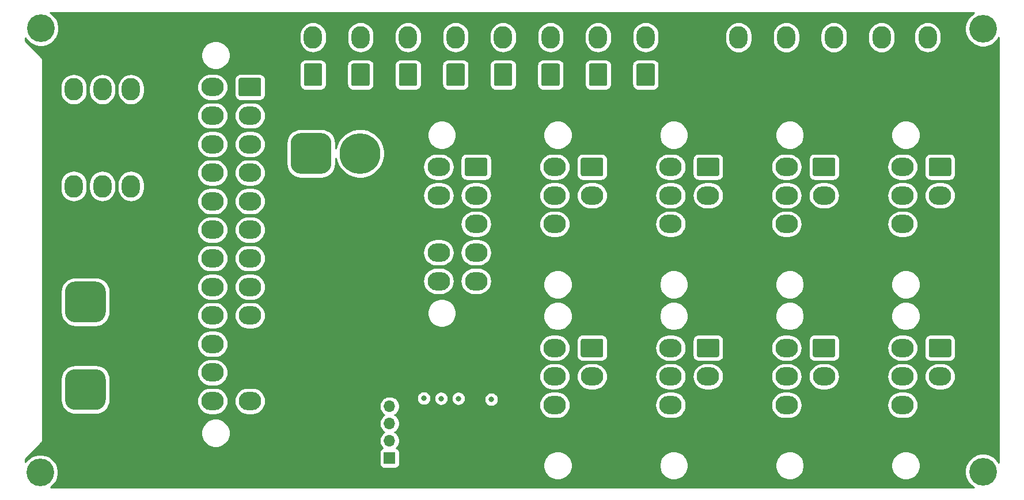
<source format=gbr>
%TF.GenerationSoftware,KiCad,Pcbnew,(5.1.9)-1*%
%TF.CreationDate,2022-08-18T15:43:49-06:00*%
%TF.ProjectId,ATX_PSU_Board,4154585f-5053-4555-9f42-6f6172642e6b,rev?*%
%TF.SameCoordinates,Original*%
%TF.FileFunction,Copper,L2,Inr*%
%TF.FilePolarity,Positive*%
%FSLAX46Y46*%
G04 Gerber Fmt 4.6, Leading zero omitted, Abs format (unit mm)*
G04 Created by KiCad (PCBNEW (5.1.9)-1) date 2022-08-18 15:43:49*
%MOMM*%
%LPD*%
G01*
G04 APERTURE LIST*
%TA.AperFunction,ComponentPad*%
%ADD10O,1.700000X1.700000*%
%TD*%
%TA.AperFunction,ComponentPad*%
%ADD11R,1.700000X1.700000*%
%TD*%
%TA.AperFunction,ComponentPad*%
%ADD12O,2.700000X3.300000*%
%TD*%
%TA.AperFunction,ComponentPad*%
%ADD13C,6.000000*%
%TD*%
%TA.AperFunction,ComponentPad*%
%ADD14O,3.300000X2.700000*%
%TD*%
%TA.AperFunction,ComponentPad*%
%ADD15C,4.064000*%
%TD*%
%TA.AperFunction,ViaPad*%
%ADD16C,0.800000*%
%TD*%
%TA.AperFunction,Conductor*%
%ADD17C,0.254000*%
%TD*%
%TA.AperFunction,Conductor*%
%ADD18C,0.100000*%
%TD*%
G04 APERTURE END LIST*
D10*
%TO.N,GND*%
%TO.C,J1*%
X89772000Y-111887000D03*
%TO.N,/PWR_OK*%
X89772000Y-114427000D03*
%TO.N,/+5VSB_SUPPLY*%
X89772000Y-116967000D03*
D11*
%TO.N,/PS_ON*%
X89772000Y-119507000D03*
%TD*%
D12*
%TO.N,GND*%
%TO.C,J25*%
X43350000Y-79500000D03*
X47550000Y-79500000D03*
X51750000Y-79500000D03*
%TO.N,/+12V_SUPPLY*%
X43350000Y-85000000D03*
X47550000Y-85000000D03*
%TA.AperFunction,ComponentPad*%
G36*
G01*
X53100000Y-83600001D02*
X53100000Y-86399999D01*
G75*
G02*
X52849999Y-86650000I-250001J0D01*
G01*
X50650001Y-86650000D01*
G75*
G02*
X50400000Y-86399999I0J250001D01*
G01*
X50400000Y-83600001D01*
G75*
G02*
X50650001Y-83350000I250001J0D01*
G01*
X52849999Y-83350000D01*
G75*
G02*
X53100000Y-83600001I0J-250001D01*
G01*
G37*
%TD.AperFunction*%
%TD*%
%TO.N,GND*%
%TO.C,J26*%
X43350000Y-65250000D03*
X47550000Y-65250000D03*
X51750000Y-65250000D03*
%TO.N,/+12V_SUPPLY*%
X43350000Y-70750000D03*
X47550000Y-70750000D03*
%TA.AperFunction,ComponentPad*%
G36*
G01*
X53100000Y-69350001D02*
X53100000Y-72149999D01*
G75*
G02*
X52849999Y-72400000I-250001J0D01*
G01*
X50650001Y-72400000D01*
G75*
G02*
X50400000Y-72149999I0J250001D01*
G01*
X50400000Y-69350001D01*
G75*
G02*
X50650001Y-69100000I250001J0D01*
G01*
X52849999Y-69100000D01*
G75*
G02*
X53100000Y-69350001I0J-250001D01*
G01*
G37*
%TD.AperFunction*%
%TD*%
%TO.N,GND*%
%TO.C,J30*%
%TA.AperFunction,ComponentPad*%
G36*
G01*
X42055200Y-110926800D02*
X42055200Y-107926800D01*
G75*
G02*
X43555200Y-106426800I1500000J0D01*
G01*
X46555200Y-106426800D01*
G75*
G02*
X48055200Y-107926800I0J-1500000D01*
G01*
X48055200Y-110926800D01*
G75*
G02*
X46555200Y-112426800I-1500000J0D01*
G01*
X43555200Y-112426800D01*
G75*
G02*
X42055200Y-110926800I0J1500000D01*
G01*
G37*
%TD.AperFunction*%
D13*
%TO.N,/+12V_SUPPLY*%
X52255200Y-109426800D03*
%TD*%
%TO.N,GND*%
%TO.C,J29*%
%TA.AperFunction,ComponentPad*%
G36*
G01*
X42055200Y-98026400D02*
X42055200Y-95026400D01*
G75*
G02*
X43555200Y-93526400I1500000J0D01*
G01*
X46555200Y-93526400D01*
G75*
G02*
X48055200Y-95026400I0J-1500000D01*
G01*
X48055200Y-98026400D01*
G75*
G02*
X46555200Y-99526400I-1500000J0D01*
G01*
X43555200Y-99526400D01*
G75*
G02*
X42055200Y-98026400I0J1500000D01*
G01*
G37*
%TD.AperFunction*%
%TO.N,/+12V_SUPPLY*%
X52255200Y-96526400D03*
%TD*%
D12*
%TO.N,GND*%
%TO.C,J20*%
X168867600Y-57593600D03*
%TO.N,/+12V_SUPPLY*%
%TA.AperFunction,ComponentPad*%
G36*
G01*
X170217600Y-61693601D02*
X170217600Y-64493599D01*
G75*
G02*
X169967599Y-64743600I-250001J0D01*
G01*
X167767601Y-64743600D01*
G75*
G02*
X167517600Y-64493599I0J250001D01*
G01*
X167517600Y-61693601D01*
G75*
G02*
X167767601Y-61443600I250001J0D01*
G01*
X169967599Y-61443600D01*
G75*
G02*
X170217600Y-61693601I0J-250001D01*
G01*
G37*
%TD.AperFunction*%
%TD*%
D14*
%TO.N,/+12V_SUPPLY*%
%TO.C,J11*%
X165196400Y-115901800D03*
%TO.N,/+5V_SUPPLY*%
X165196400Y-111701800D03*
X165196400Y-107501800D03*
%TO.N,/+3.3V_SUPPLY*%
X165196400Y-103301800D03*
%TO.N,/+12V_SUPPLY*%
X170696400Y-115901800D03*
X170696400Y-111701800D03*
%TO.N,GND*%
X170696400Y-107501800D03*
%TA.AperFunction,ComponentPad*%
G36*
G01*
X169296401Y-101951800D02*
X172096399Y-101951800D01*
G75*
G02*
X172346400Y-102201801I0J-250001D01*
G01*
X172346400Y-104401799D01*
G75*
G02*
X172096399Y-104651800I-250001J0D01*
G01*
X169296401Y-104651800D01*
G75*
G02*
X169046400Y-104401799I0J250001D01*
G01*
X169046400Y-102201801D01*
G75*
G02*
X169296401Y-101951800I250001J0D01*
G01*
G37*
%TD.AperFunction*%
%TD*%
D12*
%TO.N,GND*%
%TO.C,J24*%
X141083632Y-57607200D03*
%TO.N,/+12V_SUPPLY*%
%TA.AperFunction,ComponentPad*%
G36*
G01*
X142433632Y-61707201D02*
X142433632Y-64507199D01*
G75*
G02*
X142183631Y-64757200I-250001J0D01*
G01*
X139983633Y-64757200D01*
G75*
G02*
X139733632Y-64507199I0J250001D01*
G01*
X139733632Y-61707201D01*
G75*
G02*
X139983633Y-61457200I250001J0D01*
G01*
X142183631Y-61457200D01*
G75*
G02*
X142433632Y-61707201I0J-250001D01*
G01*
G37*
%TD.AperFunction*%
%TD*%
%TO.N,GND*%
%TO.C,J23*%
X148086774Y-57607200D03*
%TO.N,/+12V_SUPPLY*%
%TA.AperFunction,ComponentPad*%
G36*
G01*
X149436774Y-61707201D02*
X149436774Y-64507199D01*
G75*
G02*
X149186773Y-64757200I-250001J0D01*
G01*
X146986775Y-64757200D01*
G75*
G02*
X146736774Y-64507199I0J250001D01*
G01*
X146736774Y-61707201D01*
G75*
G02*
X146986775Y-61457200I250001J0D01*
G01*
X149186773Y-61457200D01*
G75*
G02*
X149436774Y-61707201I0J-250001D01*
G01*
G37*
%TD.AperFunction*%
%TD*%
%TO.N,GND*%
%TO.C,J22*%
X155089916Y-57607200D03*
%TO.N,/+12V_SUPPLY*%
%TA.AperFunction,ComponentPad*%
G36*
G01*
X156439916Y-61707201D02*
X156439916Y-64507199D01*
G75*
G02*
X156189915Y-64757200I-250001J0D01*
G01*
X153989917Y-64757200D01*
G75*
G02*
X153739916Y-64507199I0J250001D01*
G01*
X153739916Y-61707201D01*
G75*
G02*
X153989917Y-61457200I250001J0D01*
G01*
X156189915Y-61457200D01*
G75*
G02*
X156439916Y-61707201I0J-250001D01*
G01*
G37*
%TD.AperFunction*%
%TD*%
%TO.N,GND*%
%TO.C,J21*%
X162093058Y-57607200D03*
%TO.N,/+12V_SUPPLY*%
%TA.AperFunction,ComponentPad*%
G36*
G01*
X163443058Y-61707201D02*
X163443058Y-64507199D01*
G75*
G02*
X163193057Y-64757200I-250001J0D01*
G01*
X160993059Y-64757200D01*
G75*
G02*
X160743058Y-64507199I0J250001D01*
G01*
X160743058Y-61707201D01*
G75*
G02*
X160993059Y-61457200I250001J0D01*
G01*
X163193057Y-61457200D01*
G75*
G02*
X163443058Y-61707201I0J-250001D01*
G01*
G37*
%TD.AperFunction*%
%TD*%
%TO.N,GND*%
%TO.C,J19*%
X127414800Y-57593600D03*
%TO.N,/+5V_SUPPLY*%
%TA.AperFunction,ComponentPad*%
G36*
G01*
X128764800Y-61693601D02*
X128764800Y-64493599D01*
G75*
G02*
X128514799Y-64743600I-250001J0D01*
G01*
X126314801Y-64743600D01*
G75*
G02*
X126064800Y-64493599I0J250001D01*
G01*
X126064800Y-61693601D01*
G75*
G02*
X126314801Y-61443600I250001J0D01*
G01*
X128514799Y-61443600D01*
G75*
G02*
X128764800Y-61693601I0J-250001D01*
G01*
G37*
%TD.AperFunction*%
%TD*%
%TO.N,GND*%
%TO.C,J18*%
X120429800Y-57593600D03*
%TO.N,/+5V_SUPPLY*%
%TA.AperFunction,ComponentPad*%
G36*
G01*
X121779800Y-61693601D02*
X121779800Y-64493599D01*
G75*
G02*
X121529799Y-64743600I-250001J0D01*
G01*
X119329801Y-64743600D01*
G75*
G02*
X119079800Y-64493599I0J250001D01*
G01*
X119079800Y-61693601D01*
G75*
G02*
X119329801Y-61443600I250001J0D01*
G01*
X121529799Y-61443600D01*
G75*
G02*
X121779800Y-61693601I0J-250001D01*
G01*
G37*
%TD.AperFunction*%
%TD*%
%TO.N,GND*%
%TO.C,J17*%
X113444800Y-57593600D03*
%TO.N,/+5V_SUPPLY*%
%TA.AperFunction,ComponentPad*%
G36*
G01*
X114794800Y-61693601D02*
X114794800Y-64493599D01*
G75*
G02*
X114544799Y-64743600I-250001J0D01*
G01*
X112344801Y-64743600D01*
G75*
G02*
X112094800Y-64493599I0J250001D01*
G01*
X112094800Y-61693601D01*
G75*
G02*
X112344801Y-61443600I250001J0D01*
G01*
X114544799Y-61443600D01*
G75*
G02*
X114794800Y-61693601I0J-250001D01*
G01*
G37*
%TD.AperFunction*%
%TD*%
%TO.N,GND*%
%TO.C,J16*%
X106459800Y-57593600D03*
%TO.N,/+5V_SUPPLY*%
%TA.AperFunction,ComponentPad*%
G36*
G01*
X107809800Y-61693601D02*
X107809800Y-64493599D01*
G75*
G02*
X107559799Y-64743600I-250001J0D01*
G01*
X105359801Y-64743600D01*
G75*
G02*
X105109800Y-64493599I0J250001D01*
G01*
X105109800Y-61693601D01*
G75*
G02*
X105359801Y-61443600I250001J0D01*
G01*
X107559799Y-61443600D01*
G75*
G02*
X107809800Y-61693601I0J-250001D01*
G01*
G37*
%TD.AperFunction*%
%TD*%
%TO.N,GND*%
%TO.C,J15*%
X99474800Y-57593600D03*
%TO.N,/+5V_SUPPLY*%
%TA.AperFunction,ComponentPad*%
G36*
G01*
X100824800Y-61693601D02*
X100824800Y-64493599D01*
G75*
G02*
X100574799Y-64743600I-250001J0D01*
G01*
X98374801Y-64743600D01*
G75*
G02*
X98124800Y-64493599I0J250001D01*
G01*
X98124800Y-61693601D01*
G75*
G02*
X98374801Y-61443600I250001J0D01*
G01*
X100574799Y-61443600D01*
G75*
G02*
X100824800Y-61693601I0J-250001D01*
G01*
G37*
%TD.AperFunction*%
%TD*%
%TO.N,GND*%
%TO.C,J14*%
X92489800Y-57593600D03*
%TO.N,/+5V_SUPPLY*%
%TA.AperFunction,ComponentPad*%
G36*
G01*
X93839800Y-61693601D02*
X93839800Y-64493599D01*
G75*
G02*
X93589799Y-64743600I-250001J0D01*
G01*
X91389801Y-64743600D01*
G75*
G02*
X91139800Y-64493599I0J250001D01*
G01*
X91139800Y-61693601D01*
G75*
G02*
X91389801Y-61443600I250001J0D01*
G01*
X93589799Y-61443600D01*
G75*
G02*
X93839800Y-61693601I0J-250001D01*
G01*
G37*
%TD.AperFunction*%
%TD*%
%TO.N,GND*%
%TO.C,J13*%
X85504800Y-57593600D03*
%TO.N,/+5V_SUPPLY*%
%TA.AperFunction,ComponentPad*%
G36*
G01*
X86854800Y-61693601D02*
X86854800Y-64493599D01*
G75*
G02*
X86604799Y-64743600I-250001J0D01*
G01*
X84404801Y-64743600D01*
G75*
G02*
X84154800Y-64493599I0J250001D01*
G01*
X84154800Y-61693601D01*
G75*
G02*
X84404801Y-61443600I250001J0D01*
G01*
X86604799Y-61443600D01*
G75*
G02*
X86854800Y-61693601I0J-250001D01*
G01*
G37*
%TD.AperFunction*%
%TD*%
%TO.N,GND*%
%TO.C,J12*%
X78519800Y-57593600D03*
%TO.N,/+5V_SUPPLY*%
%TA.AperFunction,ComponentPad*%
G36*
G01*
X79869800Y-61693601D02*
X79869800Y-64493599D01*
G75*
G02*
X79619799Y-64743600I-250001J0D01*
G01*
X77419801Y-64743600D01*
G75*
G02*
X77169800Y-64493599I0J250001D01*
G01*
X77169800Y-61693601D01*
G75*
G02*
X77419801Y-61443600I250001J0D01*
G01*
X79619799Y-61443600D01*
G75*
G02*
X79869800Y-61693601I0J-250001D01*
G01*
G37*
%TD.AperFunction*%
%TD*%
%TO.N,GND*%
%TO.C,J28*%
%TA.AperFunction,ComponentPad*%
G36*
G01*
X75228400Y-76176800D02*
X75228400Y-73176800D01*
G75*
G02*
X76728400Y-71676800I1500000J0D01*
G01*
X79728400Y-71676800D01*
G75*
G02*
X81228400Y-73176800I0J-1500000D01*
G01*
X81228400Y-76176800D01*
G75*
G02*
X79728400Y-77676800I-1500000J0D01*
G01*
X76728400Y-77676800D01*
G75*
G02*
X75228400Y-76176800I0J1500000D01*
G01*
G37*
%TD.AperFunction*%
D13*
%TO.N,/+5V_SUPPLY*%
X85428400Y-74676800D03*
%TD*%
D14*
%TO.N,/+12V_SUPPLY*%
%TO.C,J5*%
X131091000Y-89264600D03*
%TO.N,/+5V_SUPPLY*%
X131091000Y-85064600D03*
X131091000Y-80864600D03*
%TO.N,/+3.3V_SUPPLY*%
X131091000Y-76664600D03*
%TO.N,/+12V_SUPPLY*%
X136591000Y-89264600D03*
X136591000Y-85064600D03*
%TO.N,GND*%
X136591000Y-80864600D03*
%TA.AperFunction,ComponentPad*%
G36*
G01*
X135191001Y-75314600D02*
X137990999Y-75314600D01*
G75*
G02*
X138241000Y-75564601I0J-250001D01*
G01*
X138241000Y-77764599D01*
G75*
G02*
X137990999Y-78014600I-250001J0D01*
G01*
X135191001Y-78014600D01*
G75*
G02*
X134941000Y-77764599I0J250001D01*
G01*
X134941000Y-75564601D01*
G75*
G02*
X135191001Y-75314600I250001J0D01*
G01*
G37*
%TD.AperFunction*%
%TD*%
%TO.N,/+12V_SUPPLY*%
%TO.C,J7*%
X165196400Y-89264600D03*
%TO.N,/+5V_SUPPLY*%
X165196400Y-85064600D03*
X165196400Y-80864600D03*
%TO.N,/+3.3V_SUPPLY*%
X165196400Y-76664600D03*
%TO.N,/+12V_SUPPLY*%
X170696400Y-89264600D03*
X170696400Y-85064600D03*
%TO.N,GND*%
X170696400Y-80864600D03*
%TA.AperFunction,ComponentPad*%
G36*
G01*
X169296401Y-75314600D02*
X172096399Y-75314600D01*
G75*
G02*
X172346400Y-75564601I0J-250001D01*
G01*
X172346400Y-77764599D01*
G75*
G02*
X172096399Y-78014600I-250001J0D01*
G01*
X169296401Y-78014600D01*
G75*
G02*
X169046400Y-77764599I0J250001D01*
G01*
X169046400Y-75564601D01*
G75*
G02*
X169296401Y-75314600I250001J0D01*
G01*
G37*
%TD.AperFunction*%
%TD*%
D15*
%TO.N,N/C*%
%TO.C,H4*%
X177000000Y-56337200D03*
%TD*%
%TO.N,N/C*%
%TO.C,H3*%
X38404800Y-121615200D03*
%TD*%
%TO.N,N/C*%
%TO.C,H2*%
X177000000Y-121500000D03*
%TD*%
%TO.N,N/C*%
%TO.C,H1*%
X38506400Y-56286400D03*
%TD*%
D14*
%TO.N,/+12V_SUPPLY*%
%TO.C,J10*%
X148143700Y-115901800D03*
%TO.N,/+5V_SUPPLY*%
X148143700Y-111701800D03*
X148143700Y-107501800D03*
%TO.N,/+3.3V_SUPPLY*%
X148143700Y-103301800D03*
%TO.N,/+12V_SUPPLY*%
X153643700Y-115901800D03*
X153643700Y-111701800D03*
%TO.N,GND*%
X153643700Y-107501800D03*
%TA.AperFunction,ComponentPad*%
G36*
G01*
X152243701Y-101951800D02*
X155043699Y-101951800D01*
G75*
G02*
X155293700Y-102201801I0J-250001D01*
G01*
X155293700Y-104401799D01*
G75*
G02*
X155043699Y-104651800I-250001J0D01*
G01*
X152243701Y-104651800D01*
G75*
G02*
X151993700Y-104401799I0J250001D01*
G01*
X151993700Y-102201801D01*
G75*
G02*
X152243701Y-101951800I250001J0D01*
G01*
G37*
%TD.AperFunction*%
%TD*%
%TO.N,/+12V_SUPPLY*%
%TO.C,J9*%
X131091000Y-115901800D03*
%TO.N,/+5V_SUPPLY*%
X131091000Y-111701800D03*
X131091000Y-107501800D03*
%TO.N,/+3.3V_SUPPLY*%
X131091000Y-103301800D03*
%TO.N,/+12V_SUPPLY*%
X136591000Y-115901800D03*
X136591000Y-111701800D03*
%TO.N,GND*%
X136591000Y-107501800D03*
%TA.AperFunction,ComponentPad*%
G36*
G01*
X135191001Y-101951800D02*
X137990999Y-101951800D01*
G75*
G02*
X138241000Y-102201801I0J-250001D01*
G01*
X138241000Y-104401799D01*
G75*
G02*
X137990999Y-104651800I-250001J0D01*
G01*
X135191001Y-104651800D01*
G75*
G02*
X134941000Y-104401799I0J250001D01*
G01*
X134941000Y-102201801D01*
G75*
G02*
X135191001Y-101951800I250001J0D01*
G01*
G37*
%TD.AperFunction*%
%TD*%
%TO.N,/+12V_SUPPLY*%
%TO.C,J8*%
X114038300Y-115901800D03*
%TO.N,/+5V_SUPPLY*%
X114038300Y-111701800D03*
X114038300Y-107501800D03*
%TO.N,/+3.3V_SUPPLY*%
X114038300Y-103301800D03*
%TO.N,/+12V_SUPPLY*%
X119538300Y-115901800D03*
X119538300Y-111701800D03*
%TO.N,GND*%
X119538300Y-107501800D03*
%TA.AperFunction,ComponentPad*%
G36*
G01*
X118138301Y-101951800D02*
X120938299Y-101951800D01*
G75*
G02*
X121188300Y-102201801I0J-250001D01*
G01*
X121188300Y-104401799D01*
G75*
G02*
X120938299Y-104651800I-250001J0D01*
G01*
X118138301Y-104651800D01*
G75*
G02*
X117888300Y-104401799I0J250001D01*
G01*
X117888300Y-102201801D01*
G75*
G02*
X118138301Y-101951800I250001J0D01*
G01*
G37*
%TD.AperFunction*%
%TD*%
%TO.N,/+12V_SUPPLY*%
%TO.C,J6*%
X148143700Y-89264600D03*
%TO.N,/+5V_SUPPLY*%
X148143700Y-85064600D03*
X148143700Y-80864600D03*
%TO.N,/+3.3V_SUPPLY*%
X148143700Y-76664600D03*
%TO.N,/+12V_SUPPLY*%
X153643700Y-89264600D03*
X153643700Y-85064600D03*
%TO.N,GND*%
X153643700Y-80864600D03*
%TA.AperFunction,ComponentPad*%
G36*
G01*
X152243701Y-75314600D02*
X155043699Y-75314600D01*
G75*
G02*
X155293700Y-75564601I0J-250001D01*
G01*
X155293700Y-77764599D01*
G75*
G02*
X155043699Y-78014600I-250001J0D01*
G01*
X152243701Y-78014600D01*
G75*
G02*
X151993700Y-77764599I0J250001D01*
G01*
X151993700Y-75564601D01*
G75*
G02*
X152243701Y-75314600I250001J0D01*
G01*
G37*
%TD.AperFunction*%
%TD*%
%TO.N,/+12V_SUPPLY*%
%TO.C,J4*%
X114038300Y-89264600D03*
%TO.N,/+5V_SUPPLY*%
X114038300Y-85064600D03*
X114038300Y-80864600D03*
%TO.N,/+3.3V_SUPPLY*%
X114038300Y-76664600D03*
%TO.N,/+12V_SUPPLY*%
X119538300Y-89264600D03*
X119538300Y-85064600D03*
%TO.N,GND*%
X119538300Y-80864600D03*
%TA.AperFunction,ComponentPad*%
G36*
G01*
X118138301Y-75314600D02*
X120938299Y-75314600D01*
G75*
G02*
X121188300Y-75564601I0J-250001D01*
G01*
X121188300Y-77764599D01*
G75*
G02*
X120938299Y-78014600I-250001J0D01*
G01*
X118138301Y-78014600D01*
G75*
G02*
X117888300Y-77764599I0J250001D01*
G01*
X117888300Y-75564601D01*
G75*
G02*
X118138301Y-75314600I250001J0D01*
G01*
G37*
%TD.AperFunction*%
%TD*%
%TO.N,GND*%
%TO.C,J3*%
X96985600Y-93464600D03*
X96985600Y-89264600D03*
%TO.N,/+12V_SUPPLY*%
X96985600Y-85064600D03*
%TO.N,/+5V_SUPPLY*%
X96985600Y-80864600D03*
X96985600Y-76664600D03*
%TO.N,GND*%
X102485600Y-93464600D03*
X102485600Y-89264600D03*
%TO.N,/+5V_SUPPLY*%
X102485600Y-85064600D03*
X102485600Y-80864600D03*
%TA.AperFunction,ComponentPad*%
G36*
G01*
X101085601Y-75314600D02*
X103885599Y-75314600D01*
G75*
G02*
X104135600Y-75564601I0J-250001D01*
G01*
X104135600Y-77764599D01*
G75*
G02*
X103885599Y-78014600I-250001J0D01*
G01*
X101085601Y-78014600D01*
G75*
G02*
X100835600Y-77764599I0J250001D01*
G01*
X100835600Y-75564601D01*
G75*
G02*
X101085601Y-75314600I250001J0D01*
G01*
G37*
%TD.AperFunction*%
%TD*%
%TO.N,GND*%
%TO.C,J2*%
X63748800Y-111122400D03*
%TO.N,/+5V_SUPPLY*%
X63748800Y-106922400D03*
X63748800Y-102722400D03*
X63748800Y-98522400D03*
%TO.N,Net-(J2-Pad20)*%
X63748800Y-94322400D03*
%TO.N,GND*%
X63748800Y-90122400D03*
X63748800Y-85922400D03*
X63748800Y-81722400D03*
%TO.N,/PS_ON*%
X63748800Y-77522400D03*
%TO.N,GND*%
X63748800Y-73322400D03*
%TO.N,Net-(J2-Pad14)*%
X63748800Y-69122400D03*
%TO.N,/+3.3V_SUPPLY*%
X63748800Y-64922400D03*
X69248800Y-111122400D03*
%TO.N,/+12V_SUPPLY*%
X69248800Y-106922400D03*
X69248800Y-102722400D03*
%TO.N,/+5VSB_SUPPLY*%
X69248800Y-98522400D03*
%TO.N,/PWR_OK*%
X69248800Y-94322400D03*
%TO.N,GND*%
X69248800Y-90122400D03*
%TO.N,/+5V_SUPPLY*%
X69248800Y-85922400D03*
%TO.N,GND*%
X69248800Y-81722400D03*
%TO.N,/+5V_SUPPLY*%
X69248800Y-77522400D03*
%TO.N,GND*%
X69248800Y-73322400D03*
%TO.N,/+3.3V_SUPPLY*%
X69248800Y-69122400D03*
%TA.AperFunction,ComponentPad*%
G36*
G01*
X67848801Y-63572400D02*
X70648799Y-63572400D01*
G75*
G02*
X70898800Y-63822401I0J-250001D01*
G01*
X70898800Y-66022399D01*
G75*
G02*
X70648799Y-66272400I-250001J0D01*
G01*
X67848801Y-66272400D01*
G75*
G02*
X67598800Y-66022399I0J250001D01*
G01*
X67598800Y-63822401D01*
G75*
G02*
X67848801Y-63572400I250001J0D01*
G01*
G37*
%TD.AperFunction*%
%TD*%
D16*
%TO.N,/+5V_SUPPLY*%
X97346000Y-110737600D03*
%TO.N,/+3.3V_SUPPLY*%
X99886000Y-110737600D03*
%TO.N,/+12V_SUPPLY*%
X102426000Y-110737600D03*
%TO.N,/+5VSB_SUPPLY*%
X94806000Y-110698000D03*
%TO.N,/PWR_OK*%
X104750000Y-110863000D03*
%TD*%
D17*
%TO.N,/+12V_SUPPLY*%
X175299887Y-54265606D02*
X174928406Y-54637087D01*
X174636536Y-55073902D01*
X174435492Y-55559265D01*
X174333000Y-56074523D01*
X174333000Y-56599877D01*
X174435492Y-57115135D01*
X174636536Y-57600498D01*
X174928406Y-58037313D01*
X175299887Y-58408794D01*
X175736702Y-58700664D01*
X176222065Y-58901708D01*
X176737323Y-59004200D01*
X177262677Y-59004200D01*
X177777935Y-58901708D01*
X178263298Y-58700664D01*
X178700113Y-58408794D01*
X179071594Y-58037313D01*
X179340001Y-57635613D01*
X179340000Y-120201586D01*
X179071594Y-119799887D01*
X178700113Y-119428406D01*
X178263298Y-119136536D01*
X177777935Y-118935492D01*
X177262677Y-118833000D01*
X176737323Y-118833000D01*
X176222065Y-118935492D01*
X175736702Y-119136536D01*
X175299887Y-119428406D01*
X174928406Y-119799887D01*
X174636536Y-120236702D01*
X174435492Y-120722065D01*
X174333000Y-121237323D01*
X174333000Y-121762677D01*
X174435492Y-122277935D01*
X174636536Y-122763298D01*
X174928406Y-123200113D01*
X175299887Y-123571594D01*
X175641721Y-123800000D01*
X39935488Y-123800000D01*
X40104913Y-123686794D01*
X40476394Y-123315313D01*
X40768264Y-122878498D01*
X40969308Y-122393135D01*
X41071800Y-121877877D01*
X41071800Y-121352523D01*
X40969308Y-120837265D01*
X40768264Y-120351902D01*
X40476394Y-119915087D01*
X40104913Y-119543606D01*
X39668098Y-119251736D01*
X39182735Y-119050692D01*
X38667477Y-118948200D01*
X38142123Y-118948200D01*
X37626865Y-119050692D01*
X37141502Y-119251736D01*
X36704687Y-119543606D01*
X36333206Y-119915087D01*
X36220000Y-120084512D01*
X36220000Y-119653380D01*
X37216380Y-118657000D01*
X88283928Y-118657000D01*
X88283928Y-120357000D01*
X88296188Y-120481482D01*
X88332498Y-120601180D01*
X88391463Y-120711494D01*
X88470815Y-120808185D01*
X88567506Y-120887537D01*
X88677820Y-120946502D01*
X88797518Y-120982812D01*
X88922000Y-120995072D01*
X90622000Y-120995072D01*
X90746482Y-120982812D01*
X90866180Y-120946502D01*
X90976494Y-120887537D01*
X91073185Y-120808185D01*
X91152537Y-120711494D01*
X91211502Y-120601180D01*
X91247812Y-120481482D01*
X91256672Y-120391521D01*
X112363300Y-120391521D01*
X112363300Y-120812079D01*
X112445347Y-121224556D01*
X112606288Y-121613102D01*
X112839937Y-121962783D01*
X113137317Y-122260163D01*
X113486998Y-122493812D01*
X113875544Y-122654753D01*
X114288021Y-122736800D01*
X114708579Y-122736800D01*
X115121056Y-122654753D01*
X115509602Y-122493812D01*
X115859283Y-122260163D01*
X116156663Y-121962783D01*
X116390312Y-121613102D01*
X116551253Y-121224556D01*
X116633300Y-120812079D01*
X116633300Y-120391521D01*
X129416000Y-120391521D01*
X129416000Y-120812079D01*
X129498047Y-121224556D01*
X129658988Y-121613102D01*
X129892637Y-121962783D01*
X130190017Y-122260163D01*
X130539698Y-122493812D01*
X130928244Y-122654753D01*
X131340721Y-122736800D01*
X131761279Y-122736800D01*
X132173756Y-122654753D01*
X132562302Y-122493812D01*
X132911983Y-122260163D01*
X133209363Y-121962783D01*
X133443012Y-121613102D01*
X133603953Y-121224556D01*
X133686000Y-120812079D01*
X133686000Y-120391521D01*
X146468700Y-120391521D01*
X146468700Y-120812079D01*
X146550747Y-121224556D01*
X146711688Y-121613102D01*
X146945337Y-121962783D01*
X147242717Y-122260163D01*
X147592398Y-122493812D01*
X147980944Y-122654753D01*
X148393421Y-122736800D01*
X148813979Y-122736800D01*
X149226456Y-122654753D01*
X149615002Y-122493812D01*
X149964683Y-122260163D01*
X150262063Y-121962783D01*
X150495712Y-121613102D01*
X150656653Y-121224556D01*
X150738700Y-120812079D01*
X150738700Y-120391521D01*
X163521400Y-120391521D01*
X163521400Y-120812079D01*
X163603447Y-121224556D01*
X163764388Y-121613102D01*
X163998037Y-121962783D01*
X164295417Y-122260163D01*
X164645098Y-122493812D01*
X165033644Y-122654753D01*
X165446121Y-122736800D01*
X165866679Y-122736800D01*
X166279156Y-122654753D01*
X166667702Y-122493812D01*
X167017383Y-122260163D01*
X167314763Y-121962783D01*
X167548412Y-121613102D01*
X167709353Y-121224556D01*
X167791400Y-120812079D01*
X167791400Y-120391521D01*
X167709353Y-119979044D01*
X167548412Y-119590498D01*
X167314763Y-119240817D01*
X167017383Y-118943437D01*
X166667702Y-118709788D01*
X166279156Y-118548847D01*
X165866679Y-118466800D01*
X165446121Y-118466800D01*
X165033644Y-118548847D01*
X164645098Y-118709788D01*
X164295417Y-118943437D01*
X163998037Y-119240817D01*
X163764388Y-119590498D01*
X163603447Y-119979044D01*
X163521400Y-120391521D01*
X150738700Y-120391521D01*
X150656653Y-119979044D01*
X150495712Y-119590498D01*
X150262063Y-119240817D01*
X149964683Y-118943437D01*
X149615002Y-118709788D01*
X149226456Y-118548847D01*
X148813979Y-118466800D01*
X148393421Y-118466800D01*
X147980944Y-118548847D01*
X147592398Y-118709788D01*
X147242717Y-118943437D01*
X146945337Y-119240817D01*
X146711688Y-119590498D01*
X146550747Y-119979044D01*
X146468700Y-120391521D01*
X133686000Y-120391521D01*
X133603953Y-119979044D01*
X133443012Y-119590498D01*
X133209363Y-119240817D01*
X132911983Y-118943437D01*
X132562302Y-118709788D01*
X132173756Y-118548847D01*
X131761279Y-118466800D01*
X131340721Y-118466800D01*
X130928244Y-118548847D01*
X130539698Y-118709788D01*
X130190017Y-118943437D01*
X129892637Y-119240817D01*
X129658988Y-119590498D01*
X129498047Y-119979044D01*
X129416000Y-120391521D01*
X116633300Y-120391521D01*
X116551253Y-119979044D01*
X116390312Y-119590498D01*
X116156663Y-119240817D01*
X115859283Y-118943437D01*
X115509602Y-118709788D01*
X115121056Y-118548847D01*
X114708579Y-118466800D01*
X114288021Y-118466800D01*
X113875544Y-118548847D01*
X113486998Y-118709788D01*
X113137317Y-118943437D01*
X112839937Y-119240817D01*
X112606288Y-119590498D01*
X112445347Y-119979044D01*
X112363300Y-120391521D01*
X91256672Y-120391521D01*
X91260072Y-120357000D01*
X91260072Y-118657000D01*
X91247812Y-118532518D01*
X91211502Y-118412820D01*
X91152537Y-118302506D01*
X91073185Y-118205815D01*
X90976494Y-118126463D01*
X90866180Y-118067498D01*
X90793620Y-118045487D01*
X90925475Y-117913632D01*
X91087990Y-117670411D01*
X91199932Y-117400158D01*
X91257000Y-117113260D01*
X91257000Y-116820740D01*
X91199932Y-116533842D01*
X91087990Y-116263589D01*
X90925475Y-116020368D01*
X90718632Y-115813525D01*
X90544240Y-115697000D01*
X90718632Y-115580475D01*
X90925475Y-115373632D01*
X91087990Y-115130411D01*
X91199932Y-114860158D01*
X91257000Y-114573260D01*
X91257000Y-114280740D01*
X91199932Y-113993842D01*
X91087990Y-113723589D01*
X90925475Y-113480368D01*
X90718632Y-113273525D01*
X90544240Y-113157000D01*
X90718632Y-113040475D01*
X90925475Y-112833632D01*
X91087990Y-112590411D01*
X91199932Y-112320158D01*
X91257000Y-112033260D01*
X91257000Y-111740740D01*
X91199932Y-111453842D01*
X91087990Y-111183589D01*
X90925475Y-110940368D01*
X90718632Y-110733525D01*
X90512903Y-110596061D01*
X93771000Y-110596061D01*
X93771000Y-110799939D01*
X93810774Y-110999898D01*
X93888795Y-111188256D01*
X94002063Y-111357774D01*
X94146226Y-111501937D01*
X94315744Y-111615205D01*
X94504102Y-111693226D01*
X94704061Y-111733000D01*
X94907939Y-111733000D01*
X95107898Y-111693226D01*
X95296256Y-111615205D01*
X95465774Y-111501937D01*
X95609937Y-111357774D01*
X95723205Y-111188256D01*
X95801226Y-110999898D01*
X95841000Y-110799939D01*
X95841000Y-110635661D01*
X96311000Y-110635661D01*
X96311000Y-110839539D01*
X96350774Y-111039498D01*
X96428795Y-111227856D01*
X96542063Y-111397374D01*
X96686226Y-111541537D01*
X96855744Y-111654805D01*
X97044102Y-111732826D01*
X97244061Y-111772600D01*
X97447939Y-111772600D01*
X97647898Y-111732826D01*
X97836256Y-111654805D01*
X98005774Y-111541537D01*
X98149937Y-111397374D01*
X98263205Y-111227856D01*
X98341226Y-111039498D01*
X98381000Y-110839539D01*
X98381000Y-110635661D01*
X98851000Y-110635661D01*
X98851000Y-110839539D01*
X98890774Y-111039498D01*
X98968795Y-111227856D01*
X99082063Y-111397374D01*
X99226226Y-111541537D01*
X99395744Y-111654805D01*
X99584102Y-111732826D01*
X99784061Y-111772600D01*
X99987939Y-111772600D01*
X100187898Y-111732826D01*
X100376256Y-111654805D01*
X100545774Y-111541537D01*
X100689937Y-111397374D01*
X100803205Y-111227856D01*
X100881226Y-111039498D01*
X100921000Y-110839539D01*
X100921000Y-110761061D01*
X103715000Y-110761061D01*
X103715000Y-110964939D01*
X103754774Y-111164898D01*
X103832795Y-111353256D01*
X103946063Y-111522774D01*
X104090226Y-111666937D01*
X104259744Y-111780205D01*
X104448102Y-111858226D01*
X104648061Y-111898000D01*
X104851939Y-111898000D01*
X105051898Y-111858226D01*
X105240256Y-111780205D01*
X105357597Y-111701800D01*
X111743696Y-111701800D01*
X111782022Y-112090928D01*
X111895526Y-112465102D01*
X112079847Y-112809943D01*
X112327902Y-113112198D01*
X112630157Y-113360253D01*
X112974998Y-113544574D01*
X113349172Y-113658078D01*
X113640790Y-113686800D01*
X114435810Y-113686800D01*
X114727428Y-113658078D01*
X115101602Y-113544574D01*
X115446443Y-113360253D01*
X115748698Y-113112198D01*
X115996753Y-112809943D01*
X116181074Y-112465102D01*
X116294578Y-112090928D01*
X116332904Y-111701800D01*
X128796396Y-111701800D01*
X128834722Y-112090928D01*
X128948226Y-112465102D01*
X129132547Y-112809943D01*
X129380602Y-113112198D01*
X129682857Y-113360253D01*
X130027698Y-113544574D01*
X130401872Y-113658078D01*
X130693490Y-113686800D01*
X131488510Y-113686800D01*
X131780128Y-113658078D01*
X132154302Y-113544574D01*
X132499143Y-113360253D01*
X132801398Y-113112198D01*
X133049453Y-112809943D01*
X133233774Y-112465102D01*
X133347278Y-112090928D01*
X133385604Y-111701800D01*
X145849096Y-111701800D01*
X145887422Y-112090928D01*
X146000926Y-112465102D01*
X146185247Y-112809943D01*
X146433302Y-113112198D01*
X146735557Y-113360253D01*
X147080398Y-113544574D01*
X147454572Y-113658078D01*
X147746190Y-113686800D01*
X148541210Y-113686800D01*
X148832828Y-113658078D01*
X149207002Y-113544574D01*
X149551843Y-113360253D01*
X149854098Y-113112198D01*
X150102153Y-112809943D01*
X150286474Y-112465102D01*
X150399978Y-112090928D01*
X150438304Y-111701800D01*
X162901796Y-111701800D01*
X162940122Y-112090928D01*
X163053626Y-112465102D01*
X163237947Y-112809943D01*
X163486002Y-113112198D01*
X163788257Y-113360253D01*
X164133098Y-113544574D01*
X164507272Y-113658078D01*
X164798890Y-113686800D01*
X165593910Y-113686800D01*
X165885528Y-113658078D01*
X166259702Y-113544574D01*
X166604543Y-113360253D01*
X166906798Y-113112198D01*
X167154853Y-112809943D01*
X167339174Y-112465102D01*
X167452678Y-112090928D01*
X167491004Y-111701800D01*
X167452678Y-111312672D01*
X167339174Y-110938498D01*
X167154853Y-110593657D01*
X166906798Y-110291402D01*
X166604543Y-110043347D01*
X166259702Y-109859026D01*
X165885528Y-109745522D01*
X165593910Y-109716800D01*
X164798890Y-109716800D01*
X164507272Y-109745522D01*
X164133098Y-109859026D01*
X163788257Y-110043347D01*
X163486002Y-110291402D01*
X163237947Y-110593657D01*
X163053626Y-110938498D01*
X162940122Y-111312672D01*
X162901796Y-111701800D01*
X150438304Y-111701800D01*
X150399978Y-111312672D01*
X150286474Y-110938498D01*
X150102153Y-110593657D01*
X149854098Y-110291402D01*
X149551843Y-110043347D01*
X149207002Y-109859026D01*
X148832828Y-109745522D01*
X148541210Y-109716800D01*
X147746190Y-109716800D01*
X147454572Y-109745522D01*
X147080398Y-109859026D01*
X146735557Y-110043347D01*
X146433302Y-110291402D01*
X146185247Y-110593657D01*
X146000926Y-110938498D01*
X145887422Y-111312672D01*
X145849096Y-111701800D01*
X133385604Y-111701800D01*
X133347278Y-111312672D01*
X133233774Y-110938498D01*
X133049453Y-110593657D01*
X132801398Y-110291402D01*
X132499143Y-110043347D01*
X132154302Y-109859026D01*
X131780128Y-109745522D01*
X131488510Y-109716800D01*
X130693490Y-109716800D01*
X130401872Y-109745522D01*
X130027698Y-109859026D01*
X129682857Y-110043347D01*
X129380602Y-110291402D01*
X129132547Y-110593657D01*
X128948226Y-110938498D01*
X128834722Y-111312672D01*
X128796396Y-111701800D01*
X116332904Y-111701800D01*
X116294578Y-111312672D01*
X116181074Y-110938498D01*
X115996753Y-110593657D01*
X115748698Y-110291402D01*
X115446443Y-110043347D01*
X115101602Y-109859026D01*
X114727428Y-109745522D01*
X114435810Y-109716800D01*
X113640790Y-109716800D01*
X113349172Y-109745522D01*
X112974998Y-109859026D01*
X112630157Y-110043347D01*
X112327902Y-110291402D01*
X112079847Y-110593657D01*
X111895526Y-110938498D01*
X111782022Y-111312672D01*
X111743696Y-111701800D01*
X105357597Y-111701800D01*
X105409774Y-111666937D01*
X105553937Y-111522774D01*
X105667205Y-111353256D01*
X105745226Y-111164898D01*
X105785000Y-110964939D01*
X105785000Y-110761061D01*
X105745226Y-110561102D01*
X105667205Y-110372744D01*
X105553937Y-110203226D01*
X105409774Y-110059063D01*
X105240256Y-109945795D01*
X105051898Y-109867774D01*
X104851939Y-109828000D01*
X104648061Y-109828000D01*
X104448102Y-109867774D01*
X104259744Y-109945795D01*
X104090226Y-110059063D01*
X103946063Y-110203226D01*
X103832795Y-110372744D01*
X103754774Y-110561102D01*
X103715000Y-110761061D01*
X100921000Y-110761061D01*
X100921000Y-110635661D01*
X100881226Y-110435702D01*
X100803205Y-110247344D01*
X100689937Y-110077826D01*
X100545774Y-109933663D01*
X100376256Y-109820395D01*
X100187898Y-109742374D01*
X99987939Y-109702600D01*
X99784061Y-109702600D01*
X99584102Y-109742374D01*
X99395744Y-109820395D01*
X99226226Y-109933663D01*
X99082063Y-110077826D01*
X98968795Y-110247344D01*
X98890774Y-110435702D01*
X98851000Y-110635661D01*
X98381000Y-110635661D01*
X98341226Y-110435702D01*
X98263205Y-110247344D01*
X98149937Y-110077826D01*
X98005774Y-109933663D01*
X97836256Y-109820395D01*
X97647898Y-109742374D01*
X97447939Y-109702600D01*
X97244061Y-109702600D01*
X97044102Y-109742374D01*
X96855744Y-109820395D01*
X96686226Y-109933663D01*
X96542063Y-110077826D01*
X96428795Y-110247344D01*
X96350774Y-110435702D01*
X96311000Y-110635661D01*
X95841000Y-110635661D01*
X95841000Y-110596061D01*
X95801226Y-110396102D01*
X95723205Y-110207744D01*
X95609937Y-110038226D01*
X95465774Y-109894063D01*
X95296256Y-109780795D01*
X95107898Y-109702774D01*
X94907939Y-109663000D01*
X94704061Y-109663000D01*
X94504102Y-109702774D01*
X94315744Y-109780795D01*
X94146226Y-109894063D01*
X94002063Y-110038226D01*
X93888795Y-110207744D01*
X93810774Y-110396102D01*
X93771000Y-110596061D01*
X90512903Y-110596061D01*
X90475411Y-110571010D01*
X90205158Y-110459068D01*
X89918260Y-110402000D01*
X89625740Y-110402000D01*
X89338842Y-110459068D01*
X89068589Y-110571010D01*
X88825368Y-110733525D01*
X88618525Y-110940368D01*
X88456010Y-111183589D01*
X88344068Y-111453842D01*
X88287000Y-111740740D01*
X88287000Y-112033260D01*
X88344068Y-112320158D01*
X88456010Y-112590411D01*
X88618525Y-112833632D01*
X88825368Y-113040475D01*
X88999760Y-113157000D01*
X88825368Y-113273525D01*
X88618525Y-113480368D01*
X88456010Y-113723589D01*
X88344068Y-113993842D01*
X88287000Y-114280740D01*
X88287000Y-114573260D01*
X88344068Y-114860158D01*
X88456010Y-115130411D01*
X88618525Y-115373632D01*
X88825368Y-115580475D01*
X88999760Y-115697000D01*
X88825368Y-115813525D01*
X88618525Y-116020368D01*
X88456010Y-116263589D01*
X88344068Y-116533842D01*
X88287000Y-116820740D01*
X88287000Y-117113260D01*
X88344068Y-117400158D01*
X88456010Y-117670411D01*
X88618525Y-117913632D01*
X88750380Y-118045487D01*
X88677820Y-118067498D01*
X88567506Y-118126463D01*
X88470815Y-118205815D01*
X88391463Y-118302506D01*
X88332498Y-118412820D01*
X88296188Y-118532518D01*
X88283928Y-118657000D01*
X37216380Y-118657000D01*
X38543769Y-117329612D01*
X38568948Y-117308948D01*
X38651425Y-117208450D01*
X38712710Y-117093793D01*
X38750450Y-116969383D01*
X38760000Y-116872419D01*
X38760000Y-116872410D01*
X38763192Y-116840001D01*
X38760000Y-116807592D01*
X38760000Y-115612121D01*
X62073800Y-115612121D01*
X62073800Y-116032679D01*
X62155847Y-116445156D01*
X62316788Y-116833702D01*
X62550437Y-117183383D01*
X62847817Y-117480763D01*
X63197498Y-117714412D01*
X63586044Y-117875353D01*
X63998521Y-117957400D01*
X64419079Y-117957400D01*
X64831556Y-117875353D01*
X65220102Y-117714412D01*
X65569783Y-117480763D01*
X65867163Y-117183383D01*
X66100812Y-116833702D01*
X66261753Y-116445156D01*
X66343800Y-116032679D01*
X66343800Y-115612121D01*
X66261753Y-115199644D01*
X66100812Y-114811098D01*
X65867163Y-114461417D01*
X65569783Y-114164037D01*
X65220102Y-113930388D01*
X64831556Y-113769447D01*
X64419079Y-113687400D01*
X63998521Y-113687400D01*
X63586044Y-113769447D01*
X63197498Y-113930388D01*
X62847817Y-114164037D01*
X62550437Y-114461417D01*
X62316788Y-114811098D01*
X62155847Y-115199644D01*
X62073800Y-115612121D01*
X38760000Y-115612121D01*
X38760000Y-107926800D01*
X41417128Y-107926800D01*
X41417128Y-110926800D01*
X41458210Y-111343917D01*
X41579879Y-111745005D01*
X41777458Y-112114649D01*
X42043355Y-112438645D01*
X42367351Y-112704542D01*
X42736995Y-112902121D01*
X43138083Y-113023790D01*
X43555200Y-113064872D01*
X46555200Y-113064872D01*
X46972317Y-113023790D01*
X47373405Y-112902121D01*
X47743049Y-112704542D01*
X48067045Y-112438645D01*
X48332942Y-112114649D01*
X48530521Y-111745005D01*
X48652190Y-111343917D01*
X48674007Y-111122400D01*
X61454196Y-111122400D01*
X61492522Y-111511528D01*
X61606026Y-111885702D01*
X61790347Y-112230543D01*
X62038402Y-112532798D01*
X62340657Y-112780853D01*
X62685498Y-112965174D01*
X63059672Y-113078678D01*
X63351290Y-113107400D01*
X64146310Y-113107400D01*
X64437928Y-113078678D01*
X64812102Y-112965174D01*
X65156943Y-112780853D01*
X65459198Y-112532798D01*
X65707253Y-112230543D01*
X65891574Y-111885702D01*
X66005078Y-111511528D01*
X66043404Y-111122400D01*
X66954196Y-111122400D01*
X66992522Y-111511528D01*
X67106026Y-111885702D01*
X67290347Y-112230543D01*
X67538402Y-112532798D01*
X67840657Y-112780853D01*
X68185498Y-112965174D01*
X68559672Y-113078678D01*
X68851290Y-113107400D01*
X69646310Y-113107400D01*
X69937928Y-113078678D01*
X70312102Y-112965174D01*
X70656943Y-112780853D01*
X70959198Y-112532798D01*
X71207253Y-112230543D01*
X71391574Y-111885702D01*
X71505078Y-111511528D01*
X71543404Y-111122400D01*
X71505078Y-110733272D01*
X71391574Y-110359098D01*
X71207253Y-110014257D01*
X70959198Y-109712002D01*
X70656943Y-109463947D01*
X70312102Y-109279626D01*
X69937928Y-109166122D01*
X69646310Y-109137400D01*
X68851290Y-109137400D01*
X68559672Y-109166122D01*
X68185498Y-109279626D01*
X67840657Y-109463947D01*
X67538402Y-109712002D01*
X67290347Y-110014257D01*
X67106026Y-110359098D01*
X66992522Y-110733272D01*
X66954196Y-111122400D01*
X66043404Y-111122400D01*
X66005078Y-110733272D01*
X65891574Y-110359098D01*
X65707253Y-110014257D01*
X65459198Y-109712002D01*
X65156943Y-109463947D01*
X64812102Y-109279626D01*
X64437928Y-109166122D01*
X64146310Y-109137400D01*
X63351290Y-109137400D01*
X63059672Y-109166122D01*
X62685498Y-109279626D01*
X62340657Y-109463947D01*
X62038402Y-109712002D01*
X61790347Y-110014257D01*
X61606026Y-110359098D01*
X61492522Y-110733272D01*
X61454196Y-111122400D01*
X48674007Y-111122400D01*
X48693272Y-110926800D01*
X48693272Y-107926800D01*
X48652190Y-107509683D01*
X48530521Y-107108595D01*
X48430998Y-106922400D01*
X61454196Y-106922400D01*
X61492522Y-107311528D01*
X61606026Y-107685702D01*
X61790347Y-108030543D01*
X62038402Y-108332798D01*
X62340657Y-108580853D01*
X62685498Y-108765174D01*
X63059672Y-108878678D01*
X63351290Y-108907400D01*
X64146310Y-108907400D01*
X64437928Y-108878678D01*
X64812102Y-108765174D01*
X65156943Y-108580853D01*
X65459198Y-108332798D01*
X65707253Y-108030543D01*
X65891574Y-107685702D01*
X65947359Y-107501800D01*
X111743696Y-107501800D01*
X111782022Y-107890928D01*
X111895526Y-108265102D01*
X112079847Y-108609943D01*
X112327902Y-108912198D01*
X112630157Y-109160253D01*
X112974998Y-109344574D01*
X113349172Y-109458078D01*
X113640790Y-109486800D01*
X114435810Y-109486800D01*
X114727428Y-109458078D01*
X115101602Y-109344574D01*
X115446443Y-109160253D01*
X115748698Y-108912198D01*
X115996753Y-108609943D01*
X116181074Y-108265102D01*
X116294578Y-107890928D01*
X116332904Y-107501800D01*
X117243696Y-107501800D01*
X117282022Y-107890928D01*
X117395526Y-108265102D01*
X117579847Y-108609943D01*
X117827902Y-108912198D01*
X118130157Y-109160253D01*
X118474998Y-109344574D01*
X118849172Y-109458078D01*
X119140790Y-109486800D01*
X119935810Y-109486800D01*
X120227428Y-109458078D01*
X120601602Y-109344574D01*
X120946443Y-109160253D01*
X121248698Y-108912198D01*
X121496753Y-108609943D01*
X121681074Y-108265102D01*
X121794578Y-107890928D01*
X121832904Y-107501800D01*
X128796396Y-107501800D01*
X128834722Y-107890928D01*
X128948226Y-108265102D01*
X129132547Y-108609943D01*
X129380602Y-108912198D01*
X129682857Y-109160253D01*
X130027698Y-109344574D01*
X130401872Y-109458078D01*
X130693490Y-109486800D01*
X131488510Y-109486800D01*
X131780128Y-109458078D01*
X132154302Y-109344574D01*
X132499143Y-109160253D01*
X132801398Y-108912198D01*
X133049453Y-108609943D01*
X133233774Y-108265102D01*
X133347278Y-107890928D01*
X133385604Y-107501800D01*
X134296396Y-107501800D01*
X134334722Y-107890928D01*
X134448226Y-108265102D01*
X134632547Y-108609943D01*
X134880602Y-108912198D01*
X135182857Y-109160253D01*
X135527698Y-109344574D01*
X135901872Y-109458078D01*
X136193490Y-109486800D01*
X136988510Y-109486800D01*
X137280128Y-109458078D01*
X137654302Y-109344574D01*
X137999143Y-109160253D01*
X138301398Y-108912198D01*
X138549453Y-108609943D01*
X138733774Y-108265102D01*
X138847278Y-107890928D01*
X138885604Y-107501800D01*
X145849096Y-107501800D01*
X145887422Y-107890928D01*
X146000926Y-108265102D01*
X146185247Y-108609943D01*
X146433302Y-108912198D01*
X146735557Y-109160253D01*
X147080398Y-109344574D01*
X147454572Y-109458078D01*
X147746190Y-109486800D01*
X148541210Y-109486800D01*
X148832828Y-109458078D01*
X149207002Y-109344574D01*
X149551843Y-109160253D01*
X149854098Y-108912198D01*
X150102153Y-108609943D01*
X150286474Y-108265102D01*
X150399978Y-107890928D01*
X150438304Y-107501800D01*
X151349096Y-107501800D01*
X151387422Y-107890928D01*
X151500926Y-108265102D01*
X151685247Y-108609943D01*
X151933302Y-108912198D01*
X152235557Y-109160253D01*
X152580398Y-109344574D01*
X152954572Y-109458078D01*
X153246190Y-109486800D01*
X154041210Y-109486800D01*
X154332828Y-109458078D01*
X154707002Y-109344574D01*
X155051843Y-109160253D01*
X155354098Y-108912198D01*
X155602153Y-108609943D01*
X155786474Y-108265102D01*
X155899978Y-107890928D01*
X155938304Y-107501800D01*
X162901796Y-107501800D01*
X162940122Y-107890928D01*
X163053626Y-108265102D01*
X163237947Y-108609943D01*
X163486002Y-108912198D01*
X163788257Y-109160253D01*
X164133098Y-109344574D01*
X164507272Y-109458078D01*
X164798890Y-109486800D01*
X165593910Y-109486800D01*
X165885528Y-109458078D01*
X166259702Y-109344574D01*
X166604543Y-109160253D01*
X166906798Y-108912198D01*
X167154853Y-108609943D01*
X167339174Y-108265102D01*
X167452678Y-107890928D01*
X167491004Y-107501800D01*
X168401796Y-107501800D01*
X168440122Y-107890928D01*
X168553626Y-108265102D01*
X168737947Y-108609943D01*
X168986002Y-108912198D01*
X169288257Y-109160253D01*
X169633098Y-109344574D01*
X170007272Y-109458078D01*
X170298890Y-109486800D01*
X171093910Y-109486800D01*
X171385528Y-109458078D01*
X171759702Y-109344574D01*
X172104543Y-109160253D01*
X172406798Y-108912198D01*
X172654853Y-108609943D01*
X172839174Y-108265102D01*
X172952678Y-107890928D01*
X172991004Y-107501800D01*
X172952678Y-107112672D01*
X172839174Y-106738498D01*
X172654853Y-106393657D01*
X172406798Y-106091402D01*
X172104543Y-105843347D01*
X171759702Y-105659026D01*
X171385528Y-105545522D01*
X171093910Y-105516800D01*
X170298890Y-105516800D01*
X170007272Y-105545522D01*
X169633098Y-105659026D01*
X169288257Y-105843347D01*
X168986002Y-106091402D01*
X168737947Y-106393657D01*
X168553626Y-106738498D01*
X168440122Y-107112672D01*
X168401796Y-107501800D01*
X167491004Y-107501800D01*
X167452678Y-107112672D01*
X167339174Y-106738498D01*
X167154853Y-106393657D01*
X166906798Y-106091402D01*
X166604543Y-105843347D01*
X166259702Y-105659026D01*
X165885528Y-105545522D01*
X165593910Y-105516800D01*
X164798890Y-105516800D01*
X164507272Y-105545522D01*
X164133098Y-105659026D01*
X163788257Y-105843347D01*
X163486002Y-106091402D01*
X163237947Y-106393657D01*
X163053626Y-106738498D01*
X162940122Y-107112672D01*
X162901796Y-107501800D01*
X155938304Y-107501800D01*
X155899978Y-107112672D01*
X155786474Y-106738498D01*
X155602153Y-106393657D01*
X155354098Y-106091402D01*
X155051843Y-105843347D01*
X154707002Y-105659026D01*
X154332828Y-105545522D01*
X154041210Y-105516800D01*
X153246190Y-105516800D01*
X152954572Y-105545522D01*
X152580398Y-105659026D01*
X152235557Y-105843347D01*
X151933302Y-106091402D01*
X151685247Y-106393657D01*
X151500926Y-106738498D01*
X151387422Y-107112672D01*
X151349096Y-107501800D01*
X150438304Y-107501800D01*
X150399978Y-107112672D01*
X150286474Y-106738498D01*
X150102153Y-106393657D01*
X149854098Y-106091402D01*
X149551843Y-105843347D01*
X149207002Y-105659026D01*
X148832828Y-105545522D01*
X148541210Y-105516800D01*
X147746190Y-105516800D01*
X147454572Y-105545522D01*
X147080398Y-105659026D01*
X146735557Y-105843347D01*
X146433302Y-106091402D01*
X146185247Y-106393657D01*
X146000926Y-106738498D01*
X145887422Y-107112672D01*
X145849096Y-107501800D01*
X138885604Y-107501800D01*
X138847278Y-107112672D01*
X138733774Y-106738498D01*
X138549453Y-106393657D01*
X138301398Y-106091402D01*
X137999143Y-105843347D01*
X137654302Y-105659026D01*
X137280128Y-105545522D01*
X136988510Y-105516800D01*
X136193490Y-105516800D01*
X135901872Y-105545522D01*
X135527698Y-105659026D01*
X135182857Y-105843347D01*
X134880602Y-106091402D01*
X134632547Y-106393657D01*
X134448226Y-106738498D01*
X134334722Y-107112672D01*
X134296396Y-107501800D01*
X133385604Y-107501800D01*
X133347278Y-107112672D01*
X133233774Y-106738498D01*
X133049453Y-106393657D01*
X132801398Y-106091402D01*
X132499143Y-105843347D01*
X132154302Y-105659026D01*
X131780128Y-105545522D01*
X131488510Y-105516800D01*
X130693490Y-105516800D01*
X130401872Y-105545522D01*
X130027698Y-105659026D01*
X129682857Y-105843347D01*
X129380602Y-106091402D01*
X129132547Y-106393657D01*
X128948226Y-106738498D01*
X128834722Y-107112672D01*
X128796396Y-107501800D01*
X121832904Y-107501800D01*
X121794578Y-107112672D01*
X121681074Y-106738498D01*
X121496753Y-106393657D01*
X121248698Y-106091402D01*
X120946443Y-105843347D01*
X120601602Y-105659026D01*
X120227428Y-105545522D01*
X119935810Y-105516800D01*
X119140790Y-105516800D01*
X118849172Y-105545522D01*
X118474998Y-105659026D01*
X118130157Y-105843347D01*
X117827902Y-106091402D01*
X117579847Y-106393657D01*
X117395526Y-106738498D01*
X117282022Y-107112672D01*
X117243696Y-107501800D01*
X116332904Y-107501800D01*
X116294578Y-107112672D01*
X116181074Y-106738498D01*
X115996753Y-106393657D01*
X115748698Y-106091402D01*
X115446443Y-105843347D01*
X115101602Y-105659026D01*
X114727428Y-105545522D01*
X114435810Y-105516800D01*
X113640790Y-105516800D01*
X113349172Y-105545522D01*
X112974998Y-105659026D01*
X112630157Y-105843347D01*
X112327902Y-106091402D01*
X112079847Y-106393657D01*
X111895526Y-106738498D01*
X111782022Y-107112672D01*
X111743696Y-107501800D01*
X65947359Y-107501800D01*
X66005078Y-107311528D01*
X66043404Y-106922400D01*
X66005078Y-106533272D01*
X65891574Y-106159098D01*
X65707253Y-105814257D01*
X65459198Y-105512002D01*
X65156943Y-105263947D01*
X64812102Y-105079626D01*
X64437928Y-104966122D01*
X64146310Y-104937400D01*
X63351290Y-104937400D01*
X63059672Y-104966122D01*
X62685498Y-105079626D01*
X62340657Y-105263947D01*
X62038402Y-105512002D01*
X61790347Y-105814257D01*
X61606026Y-106159098D01*
X61492522Y-106533272D01*
X61454196Y-106922400D01*
X48430998Y-106922400D01*
X48332942Y-106738951D01*
X48067045Y-106414955D01*
X47743049Y-106149058D01*
X47373405Y-105951479D01*
X46972317Y-105829810D01*
X46555200Y-105788728D01*
X43555200Y-105788728D01*
X43138083Y-105829810D01*
X42736995Y-105951479D01*
X42367351Y-106149058D01*
X42043355Y-106414955D01*
X41777458Y-106738951D01*
X41579879Y-107108595D01*
X41458210Y-107509683D01*
X41417128Y-107926800D01*
X38760000Y-107926800D01*
X38760000Y-102722400D01*
X61454196Y-102722400D01*
X61492522Y-103111528D01*
X61606026Y-103485702D01*
X61790347Y-103830543D01*
X62038402Y-104132798D01*
X62340657Y-104380853D01*
X62685498Y-104565174D01*
X63059672Y-104678678D01*
X63351290Y-104707400D01*
X64146310Y-104707400D01*
X64437928Y-104678678D01*
X64812102Y-104565174D01*
X65156943Y-104380853D01*
X65459198Y-104132798D01*
X65707253Y-103830543D01*
X65891574Y-103485702D01*
X65947359Y-103301800D01*
X111743696Y-103301800D01*
X111782022Y-103690928D01*
X111895526Y-104065102D01*
X112079847Y-104409943D01*
X112327902Y-104712198D01*
X112630157Y-104960253D01*
X112974998Y-105144574D01*
X113349172Y-105258078D01*
X113640790Y-105286800D01*
X114435810Y-105286800D01*
X114727428Y-105258078D01*
X115101602Y-105144574D01*
X115446443Y-104960253D01*
X115748698Y-104712198D01*
X115996753Y-104409943D01*
X116181074Y-104065102D01*
X116294578Y-103690928D01*
X116332904Y-103301800D01*
X116294578Y-102912672D01*
X116181074Y-102538498D01*
X116001107Y-102201801D01*
X117250228Y-102201801D01*
X117250228Y-104401799D01*
X117267292Y-104575053D01*
X117317829Y-104741650D01*
X117399895Y-104895186D01*
X117510339Y-105029761D01*
X117644914Y-105140205D01*
X117798450Y-105222271D01*
X117965047Y-105272808D01*
X118138301Y-105289872D01*
X120938299Y-105289872D01*
X121111553Y-105272808D01*
X121278150Y-105222271D01*
X121431686Y-105140205D01*
X121566261Y-105029761D01*
X121676705Y-104895186D01*
X121758771Y-104741650D01*
X121809308Y-104575053D01*
X121826372Y-104401799D01*
X121826372Y-103301800D01*
X128796396Y-103301800D01*
X128834722Y-103690928D01*
X128948226Y-104065102D01*
X129132547Y-104409943D01*
X129380602Y-104712198D01*
X129682857Y-104960253D01*
X130027698Y-105144574D01*
X130401872Y-105258078D01*
X130693490Y-105286800D01*
X131488510Y-105286800D01*
X131780128Y-105258078D01*
X132154302Y-105144574D01*
X132499143Y-104960253D01*
X132801398Y-104712198D01*
X133049453Y-104409943D01*
X133233774Y-104065102D01*
X133347278Y-103690928D01*
X133385604Y-103301800D01*
X133347278Y-102912672D01*
X133233774Y-102538498D01*
X133053807Y-102201801D01*
X134302928Y-102201801D01*
X134302928Y-104401799D01*
X134319992Y-104575053D01*
X134370529Y-104741650D01*
X134452595Y-104895186D01*
X134563039Y-105029761D01*
X134697614Y-105140205D01*
X134851150Y-105222271D01*
X135017747Y-105272808D01*
X135191001Y-105289872D01*
X137990999Y-105289872D01*
X138164253Y-105272808D01*
X138330850Y-105222271D01*
X138484386Y-105140205D01*
X138618961Y-105029761D01*
X138729405Y-104895186D01*
X138811471Y-104741650D01*
X138862008Y-104575053D01*
X138879072Y-104401799D01*
X138879072Y-103301800D01*
X145849096Y-103301800D01*
X145887422Y-103690928D01*
X146000926Y-104065102D01*
X146185247Y-104409943D01*
X146433302Y-104712198D01*
X146735557Y-104960253D01*
X147080398Y-105144574D01*
X147454572Y-105258078D01*
X147746190Y-105286800D01*
X148541210Y-105286800D01*
X148832828Y-105258078D01*
X149207002Y-105144574D01*
X149551843Y-104960253D01*
X149854098Y-104712198D01*
X150102153Y-104409943D01*
X150286474Y-104065102D01*
X150399978Y-103690928D01*
X150438304Y-103301800D01*
X150399978Y-102912672D01*
X150286474Y-102538498D01*
X150106507Y-102201801D01*
X151355628Y-102201801D01*
X151355628Y-104401799D01*
X151372692Y-104575053D01*
X151423229Y-104741650D01*
X151505295Y-104895186D01*
X151615739Y-105029761D01*
X151750314Y-105140205D01*
X151903850Y-105222271D01*
X152070447Y-105272808D01*
X152243701Y-105289872D01*
X155043699Y-105289872D01*
X155216953Y-105272808D01*
X155383550Y-105222271D01*
X155537086Y-105140205D01*
X155671661Y-105029761D01*
X155782105Y-104895186D01*
X155864171Y-104741650D01*
X155914708Y-104575053D01*
X155931772Y-104401799D01*
X155931772Y-103301800D01*
X162901796Y-103301800D01*
X162940122Y-103690928D01*
X163053626Y-104065102D01*
X163237947Y-104409943D01*
X163486002Y-104712198D01*
X163788257Y-104960253D01*
X164133098Y-105144574D01*
X164507272Y-105258078D01*
X164798890Y-105286800D01*
X165593910Y-105286800D01*
X165885528Y-105258078D01*
X166259702Y-105144574D01*
X166604543Y-104960253D01*
X166906798Y-104712198D01*
X167154853Y-104409943D01*
X167339174Y-104065102D01*
X167452678Y-103690928D01*
X167491004Y-103301800D01*
X167452678Y-102912672D01*
X167339174Y-102538498D01*
X167159207Y-102201801D01*
X168408328Y-102201801D01*
X168408328Y-104401799D01*
X168425392Y-104575053D01*
X168475929Y-104741650D01*
X168557995Y-104895186D01*
X168668439Y-105029761D01*
X168803014Y-105140205D01*
X168956550Y-105222271D01*
X169123147Y-105272808D01*
X169296401Y-105289872D01*
X172096399Y-105289872D01*
X172269653Y-105272808D01*
X172436250Y-105222271D01*
X172589786Y-105140205D01*
X172724361Y-105029761D01*
X172834805Y-104895186D01*
X172916871Y-104741650D01*
X172967408Y-104575053D01*
X172984472Y-104401799D01*
X172984472Y-102201801D01*
X172967408Y-102028547D01*
X172916871Y-101861950D01*
X172834805Y-101708414D01*
X172724361Y-101573839D01*
X172589786Y-101463395D01*
X172436250Y-101381329D01*
X172269653Y-101330792D01*
X172096399Y-101313728D01*
X169296401Y-101313728D01*
X169123147Y-101330792D01*
X168956550Y-101381329D01*
X168803014Y-101463395D01*
X168668439Y-101573839D01*
X168557995Y-101708414D01*
X168475929Y-101861950D01*
X168425392Y-102028547D01*
X168408328Y-102201801D01*
X167159207Y-102201801D01*
X167154853Y-102193657D01*
X166906798Y-101891402D01*
X166604543Y-101643347D01*
X166259702Y-101459026D01*
X165885528Y-101345522D01*
X165593910Y-101316800D01*
X164798890Y-101316800D01*
X164507272Y-101345522D01*
X164133098Y-101459026D01*
X163788257Y-101643347D01*
X163486002Y-101891402D01*
X163237947Y-102193657D01*
X163053626Y-102538498D01*
X162940122Y-102912672D01*
X162901796Y-103301800D01*
X155931772Y-103301800D01*
X155931772Y-102201801D01*
X155914708Y-102028547D01*
X155864171Y-101861950D01*
X155782105Y-101708414D01*
X155671661Y-101573839D01*
X155537086Y-101463395D01*
X155383550Y-101381329D01*
X155216953Y-101330792D01*
X155043699Y-101313728D01*
X152243701Y-101313728D01*
X152070447Y-101330792D01*
X151903850Y-101381329D01*
X151750314Y-101463395D01*
X151615739Y-101573839D01*
X151505295Y-101708414D01*
X151423229Y-101861950D01*
X151372692Y-102028547D01*
X151355628Y-102201801D01*
X150106507Y-102201801D01*
X150102153Y-102193657D01*
X149854098Y-101891402D01*
X149551843Y-101643347D01*
X149207002Y-101459026D01*
X148832828Y-101345522D01*
X148541210Y-101316800D01*
X147746190Y-101316800D01*
X147454572Y-101345522D01*
X147080398Y-101459026D01*
X146735557Y-101643347D01*
X146433302Y-101891402D01*
X146185247Y-102193657D01*
X146000926Y-102538498D01*
X145887422Y-102912672D01*
X145849096Y-103301800D01*
X138879072Y-103301800D01*
X138879072Y-102201801D01*
X138862008Y-102028547D01*
X138811471Y-101861950D01*
X138729405Y-101708414D01*
X138618961Y-101573839D01*
X138484386Y-101463395D01*
X138330850Y-101381329D01*
X138164253Y-101330792D01*
X137990999Y-101313728D01*
X135191001Y-101313728D01*
X135017747Y-101330792D01*
X134851150Y-101381329D01*
X134697614Y-101463395D01*
X134563039Y-101573839D01*
X134452595Y-101708414D01*
X134370529Y-101861950D01*
X134319992Y-102028547D01*
X134302928Y-102201801D01*
X133053807Y-102201801D01*
X133049453Y-102193657D01*
X132801398Y-101891402D01*
X132499143Y-101643347D01*
X132154302Y-101459026D01*
X131780128Y-101345522D01*
X131488510Y-101316800D01*
X130693490Y-101316800D01*
X130401872Y-101345522D01*
X130027698Y-101459026D01*
X129682857Y-101643347D01*
X129380602Y-101891402D01*
X129132547Y-102193657D01*
X128948226Y-102538498D01*
X128834722Y-102912672D01*
X128796396Y-103301800D01*
X121826372Y-103301800D01*
X121826372Y-102201801D01*
X121809308Y-102028547D01*
X121758771Y-101861950D01*
X121676705Y-101708414D01*
X121566261Y-101573839D01*
X121431686Y-101463395D01*
X121278150Y-101381329D01*
X121111553Y-101330792D01*
X120938299Y-101313728D01*
X118138301Y-101313728D01*
X117965047Y-101330792D01*
X117798450Y-101381329D01*
X117644914Y-101463395D01*
X117510339Y-101573839D01*
X117399895Y-101708414D01*
X117317829Y-101861950D01*
X117267292Y-102028547D01*
X117250228Y-102201801D01*
X116001107Y-102201801D01*
X115996753Y-102193657D01*
X115748698Y-101891402D01*
X115446443Y-101643347D01*
X115101602Y-101459026D01*
X114727428Y-101345522D01*
X114435810Y-101316800D01*
X113640790Y-101316800D01*
X113349172Y-101345522D01*
X112974998Y-101459026D01*
X112630157Y-101643347D01*
X112327902Y-101891402D01*
X112079847Y-102193657D01*
X111895526Y-102538498D01*
X111782022Y-102912672D01*
X111743696Y-103301800D01*
X65947359Y-103301800D01*
X66005078Y-103111528D01*
X66043404Y-102722400D01*
X66005078Y-102333272D01*
X65891574Y-101959098D01*
X65707253Y-101614257D01*
X65459198Y-101312002D01*
X65156943Y-101063947D01*
X64812102Y-100879626D01*
X64437928Y-100766122D01*
X64146310Y-100737400D01*
X63351290Y-100737400D01*
X63059672Y-100766122D01*
X62685498Y-100879626D01*
X62340657Y-101063947D01*
X62038402Y-101312002D01*
X61790347Y-101614257D01*
X61606026Y-101959098D01*
X61492522Y-102333272D01*
X61454196Y-102722400D01*
X38760000Y-102722400D01*
X38760000Y-95026400D01*
X41417128Y-95026400D01*
X41417128Y-98026400D01*
X41458210Y-98443517D01*
X41579879Y-98844605D01*
X41777458Y-99214249D01*
X42043355Y-99538245D01*
X42367351Y-99804142D01*
X42736995Y-100001721D01*
X43138083Y-100123390D01*
X43555200Y-100164472D01*
X46555200Y-100164472D01*
X46972317Y-100123390D01*
X47373405Y-100001721D01*
X47743049Y-99804142D01*
X48067045Y-99538245D01*
X48332942Y-99214249D01*
X48530521Y-98844605D01*
X48628261Y-98522400D01*
X61454196Y-98522400D01*
X61492522Y-98911528D01*
X61606026Y-99285702D01*
X61790347Y-99630543D01*
X62038402Y-99932798D01*
X62340657Y-100180853D01*
X62685498Y-100365174D01*
X63059672Y-100478678D01*
X63351290Y-100507400D01*
X64146310Y-100507400D01*
X64437928Y-100478678D01*
X64812102Y-100365174D01*
X65156943Y-100180853D01*
X65459198Y-99932798D01*
X65707253Y-99630543D01*
X65891574Y-99285702D01*
X66005078Y-98911528D01*
X66043404Y-98522400D01*
X66954196Y-98522400D01*
X66992522Y-98911528D01*
X67106026Y-99285702D01*
X67290347Y-99630543D01*
X67538402Y-99932798D01*
X67840657Y-100180853D01*
X68185498Y-100365174D01*
X68559672Y-100478678D01*
X68851290Y-100507400D01*
X69646310Y-100507400D01*
X69937928Y-100478678D01*
X70312102Y-100365174D01*
X70656943Y-100180853D01*
X70959198Y-99932798D01*
X71207253Y-99630543D01*
X71391574Y-99285702D01*
X71505078Y-98911528D01*
X71543404Y-98522400D01*
X71505078Y-98133272D01*
X71450795Y-97954321D01*
X95310600Y-97954321D01*
X95310600Y-98374879D01*
X95392647Y-98787356D01*
X95553588Y-99175902D01*
X95787237Y-99525583D01*
X96084617Y-99822963D01*
X96434298Y-100056612D01*
X96822844Y-100217553D01*
X97235321Y-100299600D01*
X97655879Y-100299600D01*
X98068356Y-100217553D01*
X98456902Y-100056612D01*
X98806583Y-99822963D01*
X99103963Y-99525583D01*
X99337612Y-99175902D01*
X99498553Y-98787356D01*
X99577289Y-98391521D01*
X112363300Y-98391521D01*
X112363300Y-98812079D01*
X112445347Y-99224556D01*
X112606288Y-99613102D01*
X112839937Y-99962783D01*
X113137317Y-100260163D01*
X113486998Y-100493812D01*
X113875544Y-100654753D01*
X114288021Y-100736800D01*
X114708579Y-100736800D01*
X115121056Y-100654753D01*
X115509602Y-100493812D01*
X115859283Y-100260163D01*
X116156663Y-99962783D01*
X116390312Y-99613102D01*
X116551253Y-99224556D01*
X116633300Y-98812079D01*
X116633300Y-98391521D01*
X129416000Y-98391521D01*
X129416000Y-98812079D01*
X129498047Y-99224556D01*
X129658988Y-99613102D01*
X129892637Y-99962783D01*
X130190017Y-100260163D01*
X130539698Y-100493812D01*
X130928244Y-100654753D01*
X131340721Y-100736800D01*
X131761279Y-100736800D01*
X132173756Y-100654753D01*
X132562302Y-100493812D01*
X132911983Y-100260163D01*
X133209363Y-99962783D01*
X133443012Y-99613102D01*
X133603953Y-99224556D01*
X133686000Y-98812079D01*
X133686000Y-98391521D01*
X146468700Y-98391521D01*
X146468700Y-98812079D01*
X146550747Y-99224556D01*
X146711688Y-99613102D01*
X146945337Y-99962783D01*
X147242717Y-100260163D01*
X147592398Y-100493812D01*
X147980944Y-100654753D01*
X148393421Y-100736800D01*
X148813979Y-100736800D01*
X149226456Y-100654753D01*
X149615002Y-100493812D01*
X149964683Y-100260163D01*
X150262063Y-99962783D01*
X150495712Y-99613102D01*
X150656653Y-99224556D01*
X150738700Y-98812079D01*
X150738700Y-98391521D01*
X163521400Y-98391521D01*
X163521400Y-98812079D01*
X163603447Y-99224556D01*
X163764388Y-99613102D01*
X163998037Y-99962783D01*
X164295417Y-100260163D01*
X164645098Y-100493812D01*
X165033644Y-100654753D01*
X165446121Y-100736800D01*
X165866679Y-100736800D01*
X166279156Y-100654753D01*
X166667702Y-100493812D01*
X167017383Y-100260163D01*
X167314763Y-99962783D01*
X167548412Y-99613102D01*
X167709353Y-99224556D01*
X167791400Y-98812079D01*
X167791400Y-98391521D01*
X167709353Y-97979044D01*
X167548412Y-97590498D01*
X167314763Y-97240817D01*
X167017383Y-96943437D01*
X166667702Y-96709788D01*
X166279156Y-96548847D01*
X165866679Y-96466800D01*
X165446121Y-96466800D01*
X165033644Y-96548847D01*
X164645098Y-96709788D01*
X164295417Y-96943437D01*
X163998037Y-97240817D01*
X163764388Y-97590498D01*
X163603447Y-97979044D01*
X163521400Y-98391521D01*
X150738700Y-98391521D01*
X150656653Y-97979044D01*
X150495712Y-97590498D01*
X150262063Y-97240817D01*
X149964683Y-96943437D01*
X149615002Y-96709788D01*
X149226456Y-96548847D01*
X148813979Y-96466800D01*
X148393421Y-96466800D01*
X147980944Y-96548847D01*
X147592398Y-96709788D01*
X147242717Y-96943437D01*
X146945337Y-97240817D01*
X146711688Y-97590498D01*
X146550747Y-97979044D01*
X146468700Y-98391521D01*
X133686000Y-98391521D01*
X133603953Y-97979044D01*
X133443012Y-97590498D01*
X133209363Y-97240817D01*
X132911983Y-96943437D01*
X132562302Y-96709788D01*
X132173756Y-96548847D01*
X131761279Y-96466800D01*
X131340721Y-96466800D01*
X130928244Y-96548847D01*
X130539698Y-96709788D01*
X130190017Y-96943437D01*
X129892637Y-97240817D01*
X129658988Y-97590498D01*
X129498047Y-97979044D01*
X129416000Y-98391521D01*
X116633300Y-98391521D01*
X116551253Y-97979044D01*
X116390312Y-97590498D01*
X116156663Y-97240817D01*
X115859283Y-96943437D01*
X115509602Y-96709788D01*
X115121056Y-96548847D01*
X114708579Y-96466800D01*
X114288021Y-96466800D01*
X113875544Y-96548847D01*
X113486998Y-96709788D01*
X113137317Y-96943437D01*
X112839937Y-97240817D01*
X112606288Y-97590498D01*
X112445347Y-97979044D01*
X112363300Y-98391521D01*
X99577289Y-98391521D01*
X99580600Y-98374879D01*
X99580600Y-97954321D01*
X99498553Y-97541844D01*
X99337612Y-97153298D01*
X99103963Y-96803617D01*
X98806583Y-96506237D01*
X98456902Y-96272588D01*
X98068356Y-96111647D01*
X97655879Y-96029600D01*
X97235321Y-96029600D01*
X96822844Y-96111647D01*
X96434298Y-96272588D01*
X96084617Y-96506237D01*
X95787237Y-96803617D01*
X95553588Y-97153298D01*
X95392647Y-97541844D01*
X95310600Y-97954321D01*
X71450795Y-97954321D01*
X71391574Y-97759098D01*
X71207253Y-97414257D01*
X70959198Y-97112002D01*
X70656943Y-96863947D01*
X70312102Y-96679626D01*
X69937928Y-96566122D01*
X69646310Y-96537400D01*
X68851290Y-96537400D01*
X68559672Y-96566122D01*
X68185498Y-96679626D01*
X67840657Y-96863947D01*
X67538402Y-97112002D01*
X67290347Y-97414257D01*
X67106026Y-97759098D01*
X66992522Y-98133272D01*
X66954196Y-98522400D01*
X66043404Y-98522400D01*
X66005078Y-98133272D01*
X65891574Y-97759098D01*
X65707253Y-97414257D01*
X65459198Y-97112002D01*
X65156943Y-96863947D01*
X64812102Y-96679626D01*
X64437928Y-96566122D01*
X64146310Y-96537400D01*
X63351290Y-96537400D01*
X63059672Y-96566122D01*
X62685498Y-96679626D01*
X62340657Y-96863947D01*
X62038402Y-97112002D01*
X61790347Y-97414257D01*
X61606026Y-97759098D01*
X61492522Y-98133272D01*
X61454196Y-98522400D01*
X48628261Y-98522400D01*
X48652190Y-98443517D01*
X48693272Y-98026400D01*
X48693272Y-95026400D01*
X48652190Y-94609283D01*
X48565165Y-94322400D01*
X61454196Y-94322400D01*
X61492522Y-94711528D01*
X61606026Y-95085702D01*
X61790347Y-95430543D01*
X62038402Y-95732798D01*
X62340657Y-95980853D01*
X62685498Y-96165174D01*
X63059672Y-96278678D01*
X63351290Y-96307400D01*
X64146310Y-96307400D01*
X64437928Y-96278678D01*
X64812102Y-96165174D01*
X65156943Y-95980853D01*
X65459198Y-95732798D01*
X65707253Y-95430543D01*
X65891574Y-95085702D01*
X66005078Y-94711528D01*
X66043404Y-94322400D01*
X66954196Y-94322400D01*
X66992522Y-94711528D01*
X67106026Y-95085702D01*
X67290347Y-95430543D01*
X67538402Y-95732798D01*
X67840657Y-95980853D01*
X68185498Y-96165174D01*
X68559672Y-96278678D01*
X68851290Y-96307400D01*
X69646310Y-96307400D01*
X69937928Y-96278678D01*
X70312102Y-96165174D01*
X70656943Y-95980853D01*
X70959198Y-95732798D01*
X71207253Y-95430543D01*
X71391574Y-95085702D01*
X71505078Y-94711528D01*
X71543404Y-94322400D01*
X71505078Y-93933272D01*
X71391574Y-93559098D01*
X71341064Y-93464600D01*
X94690996Y-93464600D01*
X94729322Y-93853728D01*
X94842826Y-94227902D01*
X95027147Y-94572743D01*
X95275202Y-94874998D01*
X95577457Y-95123053D01*
X95922298Y-95307374D01*
X96296472Y-95420878D01*
X96588090Y-95449600D01*
X97383110Y-95449600D01*
X97674728Y-95420878D01*
X98048902Y-95307374D01*
X98393743Y-95123053D01*
X98695998Y-94874998D01*
X98944053Y-94572743D01*
X99128374Y-94227902D01*
X99241878Y-93853728D01*
X99280204Y-93464600D01*
X100190996Y-93464600D01*
X100229322Y-93853728D01*
X100342826Y-94227902D01*
X100527147Y-94572743D01*
X100775202Y-94874998D01*
X101077457Y-95123053D01*
X101422298Y-95307374D01*
X101796472Y-95420878D01*
X102088090Y-95449600D01*
X102883110Y-95449600D01*
X103174728Y-95420878D01*
X103548902Y-95307374D01*
X103893743Y-95123053D01*
X104195998Y-94874998D01*
X104444053Y-94572743D01*
X104628374Y-94227902D01*
X104741878Y-93853728D01*
X104751668Y-93754321D01*
X112363300Y-93754321D01*
X112363300Y-94174879D01*
X112445347Y-94587356D01*
X112606288Y-94975902D01*
X112839937Y-95325583D01*
X113137317Y-95622963D01*
X113486998Y-95856612D01*
X113875544Y-96017553D01*
X114288021Y-96099600D01*
X114708579Y-96099600D01*
X115121056Y-96017553D01*
X115509602Y-95856612D01*
X115859283Y-95622963D01*
X116156663Y-95325583D01*
X116390312Y-94975902D01*
X116551253Y-94587356D01*
X116633300Y-94174879D01*
X116633300Y-93754321D01*
X129416000Y-93754321D01*
X129416000Y-94174879D01*
X129498047Y-94587356D01*
X129658988Y-94975902D01*
X129892637Y-95325583D01*
X130190017Y-95622963D01*
X130539698Y-95856612D01*
X130928244Y-96017553D01*
X131340721Y-96099600D01*
X131761279Y-96099600D01*
X132173756Y-96017553D01*
X132562302Y-95856612D01*
X132911983Y-95622963D01*
X133209363Y-95325583D01*
X133443012Y-94975902D01*
X133603953Y-94587356D01*
X133686000Y-94174879D01*
X133686000Y-93754321D01*
X146468700Y-93754321D01*
X146468700Y-94174879D01*
X146550747Y-94587356D01*
X146711688Y-94975902D01*
X146945337Y-95325583D01*
X147242717Y-95622963D01*
X147592398Y-95856612D01*
X147980944Y-96017553D01*
X148393421Y-96099600D01*
X148813979Y-96099600D01*
X149226456Y-96017553D01*
X149615002Y-95856612D01*
X149964683Y-95622963D01*
X150262063Y-95325583D01*
X150495712Y-94975902D01*
X150656653Y-94587356D01*
X150738700Y-94174879D01*
X150738700Y-93754321D01*
X163521400Y-93754321D01*
X163521400Y-94174879D01*
X163603447Y-94587356D01*
X163764388Y-94975902D01*
X163998037Y-95325583D01*
X164295417Y-95622963D01*
X164645098Y-95856612D01*
X165033644Y-96017553D01*
X165446121Y-96099600D01*
X165866679Y-96099600D01*
X166279156Y-96017553D01*
X166667702Y-95856612D01*
X167017383Y-95622963D01*
X167314763Y-95325583D01*
X167548412Y-94975902D01*
X167709353Y-94587356D01*
X167791400Y-94174879D01*
X167791400Y-93754321D01*
X167709353Y-93341844D01*
X167548412Y-92953298D01*
X167314763Y-92603617D01*
X167017383Y-92306237D01*
X166667702Y-92072588D01*
X166279156Y-91911647D01*
X165866679Y-91829600D01*
X165446121Y-91829600D01*
X165033644Y-91911647D01*
X164645098Y-92072588D01*
X164295417Y-92306237D01*
X163998037Y-92603617D01*
X163764388Y-92953298D01*
X163603447Y-93341844D01*
X163521400Y-93754321D01*
X150738700Y-93754321D01*
X150656653Y-93341844D01*
X150495712Y-92953298D01*
X150262063Y-92603617D01*
X149964683Y-92306237D01*
X149615002Y-92072588D01*
X149226456Y-91911647D01*
X148813979Y-91829600D01*
X148393421Y-91829600D01*
X147980944Y-91911647D01*
X147592398Y-92072588D01*
X147242717Y-92306237D01*
X146945337Y-92603617D01*
X146711688Y-92953298D01*
X146550747Y-93341844D01*
X146468700Y-93754321D01*
X133686000Y-93754321D01*
X133603953Y-93341844D01*
X133443012Y-92953298D01*
X133209363Y-92603617D01*
X132911983Y-92306237D01*
X132562302Y-92072588D01*
X132173756Y-91911647D01*
X131761279Y-91829600D01*
X131340721Y-91829600D01*
X130928244Y-91911647D01*
X130539698Y-92072588D01*
X130190017Y-92306237D01*
X129892637Y-92603617D01*
X129658988Y-92953298D01*
X129498047Y-93341844D01*
X129416000Y-93754321D01*
X116633300Y-93754321D01*
X116551253Y-93341844D01*
X116390312Y-92953298D01*
X116156663Y-92603617D01*
X115859283Y-92306237D01*
X115509602Y-92072588D01*
X115121056Y-91911647D01*
X114708579Y-91829600D01*
X114288021Y-91829600D01*
X113875544Y-91911647D01*
X113486998Y-92072588D01*
X113137317Y-92306237D01*
X112839937Y-92603617D01*
X112606288Y-92953298D01*
X112445347Y-93341844D01*
X112363300Y-93754321D01*
X104751668Y-93754321D01*
X104780204Y-93464600D01*
X104741878Y-93075472D01*
X104628374Y-92701298D01*
X104444053Y-92356457D01*
X104195998Y-92054202D01*
X103893743Y-91806147D01*
X103548902Y-91621826D01*
X103174728Y-91508322D01*
X102883110Y-91479600D01*
X102088090Y-91479600D01*
X101796472Y-91508322D01*
X101422298Y-91621826D01*
X101077457Y-91806147D01*
X100775202Y-92054202D01*
X100527147Y-92356457D01*
X100342826Y-92701298D01*
X100229322Y-93075472D01*
X100190996Y-93464600D01*
X99280204Y-93464600D01*
X99241878Y-93075472D01*
X99128374Y-92701298D01*
X98944053Y-92356457D01*
X98695998Y-92054202D01*
X98393743Y-91806147D01*
X98048902Y-91621826D01*
X97674728Y-91508322D01*
X97383110Y-91479600D01*
X96588090Y-91479600D01*
X96296472Y-91508322D01*
X95922298Y-91621826D01*
X95577457Y-91806147D01*
X95275202Y-92054202D01*
X95027147Y-92356457D01*
X94842826Y-92701298D01*
X94729322Y-93075472D01*
X94690996Y-93464600D01*
X71341064Y-93464600D01*
X71207253Y-93214257D01*
X70959198Y-92912002D01*
X70656943Y-92663947D01*
X70312102Y-92479626D01*
X69937928Y-92366122D01*
X69646310Y-92337400D01*
X68851290Y-92337400D01*
X68559672Y-92366122D01*
X68185498Y-92479626D01*
X67840657Y-92663947D01*
X67538402Y-92912002D01*
X67290347Y-93214257D01*
X67106026Y-93559098D01*
X66992522Y-93933272D01*
X66954196Y-94322400D01*
X66043404Y-94322400D01*
X66005078Y-93933272D01*
X65891574Y-93559098D01*
X65707253Y-93214257D01*
X65459198Y-92912002D01*
X65156943Y-92663947D01*
X64812102Y-92479626D01*
X64437928Y-92366122D01*
X64146310Y-92337400D01*
X63351290Y-92337400D01*
X63059672Y-92366122D01*
X62685498Y-92479626D01*
X62340657Y-92663947D01*
X62038402Y-92912002D01*
X61790347Y-93214257D01*
X61606026Y-93559098D01*
X61492522Y-93933272D01*
X61454196Y-94322400D01*
X48565165Y-94322400D01*
X48530521Y-94208195D01*
X48332942Y-93838551D01*
X48067045Y-93514555D01*
X47743049Y-93248658D01*
X47373405Y-93051079D01*
X46972317Y-92929410D01*
X46555200Y-92888328D01*
X43555200Y-92888328D01*
X43138083Y-92929410D01*
X42736995Y-93051079D01*
X42367351Y-93248658D01*
X42043355Y-93514555D01*
X41777458Y-93838551D01*
X41579879Y-94208195D01*
X41458210Y-94609283D01*
X41417128Y-95026400D01*
X38760000Y-95026400D01*
X38760000Y-90122400D01*
X61454196Y-90122400D01*
X61492522Y-90511528D01*
X61606026Y-90885702D01*
X61790347Y-91230543D01*
X62038402Y-91532798D01*
X62340657Y-91780853D01*
X62685498Y-91965174D01*
X63059672Y-92078678D01*
X63351290Y-92107400D01*
X64146310Y-92107400D01*
X64437928Y-92078678D01*
X64812102Y-91965174D01*
X65156943Y-91780853D01*
X65459198Y-91532798D01*
X65707253Y-91230543D01*
X65891574Y-90885702D01*
X66005078Y-90511528D01*
X66043404Y-90122400D01*
X66954196Y-90122400D01*
X66992522Y-90511528D01*
X67106026Y-90885702D01*
X67290347Y-91230543D01*
X67538402Y-91532798D01*
X67840657Y-91780853D01*
X68185498Y-91965174D01*
X68559672Y-92078678D01*
X68851290Y-92107400D01*
X69646310Y-92107400D01*
X69937928Y-92078678D01*
X70312102Y-91965174D01*
X70656943Y-91780853D01*
X70959198Y-91532798D01*
X71207253Y-91230543D01*
X71391574Y-90885702D01*
X71505078Y-90511528D01*
X71543404Y-90122400D01*
X71505078Y-89733272D01*
X71391574Y-89359098D01*
X71341064Y-89264600D01*
X94690996Y-89264600D01*
X94729322Y-89653728D01*
X94842826Y-90027902D01*
X95027147Y-90372743D01*
X95275202Y-90674998D01*
X95577457Y-90923053D01*
X95922298Y-91107374D01*
X96296472Y-91220878D01*
X96588090Y-91249600D01*
X97383110Y-91249600D01*
X97674728Y-91220878D01*
X98048902Y-91107374D01*
X98393743Y-90923053D01*
X98695998Y-90674998D01*
X98944053Y-90372743D01*
X99128374Y-90027902D01*
X99241878Y-89653728D01*
X99280204Y-89264600D01*
X100190996Y-89264600D01*
X100229322Y-89653728D01*
X100342826Y-90027902D01*
X100527147Y-90372743D01*
X100775202Y-90674998D01*
X101077457Y-90923053D01*
X101422298Y-91107374D01*
X101796472Y-91220878D01*
X102088090Y-91249600D01*
X102883110Y-91249600D01*
X103174728Y-91220878D01*
X103548902Y-91107374D01*
X103893743Y-90923053D01*
X104195998Y-90674998D01*
X104444053Y-90372743D01*
X104628374Y-90027902D01*
X104741878Y-89653728D01*
X104780204Y-89264600D01*
X104741878Y-88875472D01*
X104628374Y-88501298D01*
X104444053Y-88156457D01*
X104195998Y-87854202D01*
X103893743Y-87606147D01*
X103548902Y-87421826D01*
X103174728Y-87308322D01*
X102883110Y-87279600D01*
X102088090Y-87279600D01*
X101796472Y-87308322D01*
X101422298Y-87421826D01*
X101077457Y-87606147D01*
X100775202Y-87854202D01*
X100527147Y-88156457D01*
X100342826Y-88501298D01*
X100229322Y-88875472D01*
X100190996Y-89264600D01*
X99280204Y-89264600D01*
X99241878Y-88875472D01*
X99128374Y-88501298D01*
X98944053Y-88156457D01*
X98695998Y-87854202D01*
X98393743Y-87606147D01*
X98048902Y-87421826D01*
X97674728Y-87308322D01*
X97383110Y-87279600D01*
X96588090Y-87279600D01*
X96296472Y-87308322D01*
X95922298Y-87421826D01*
X95577457Y-87606147D01*
X95275202Y-87854202D01*
X95027147Y-88156457D01*
X94842826Y-88501298D01*
X94729322Y-88875472D01*
X94690996Y-89264600D01*
X71341064Y-89264600D01*
X71207253Y-89014257D01*
X70959198Y-88712002D01*
X70656943Y-88463947D01*
X70312102Y-88279626D01*
X69937928Y-88166122D01*
X69646310Y-88137400D01*
X68851290Y-88137400D01*
X68559672Y-88166122D01*
X68185498Y-88279626D01*
X67840657Y-88463947D01*
X67538402Y-88712002D01*
X67290347Y-89014257D01*
X67106026Y-89359098D01*
X66992522Y-89733272D01*
X66954196Y-90122400D01*
X66043404Y-90122400D01*
X66005078Y-89733272D01*
X65891574Y-89359098D01*
X65707253Y-89014257D01*
X65459198Y-88712002D01*
X65156943Y-88463947D01*
X64812102Y-88279626D01*
X64437928Y-88166122D01*
X64146310Y-88137400D01*
X63351290Y-88137400D01*
X63059672Y-88166122D01*
X62685498Y-88279626D01*
X62340657Y-88463947D01*
X62038402Y-88712002D01*
X61790347Y-89014257D01*
X61606026Y-89359098D01*
X61492522Y-89733272D01*
X61454196Y-90122400D01*
X38760000Y-90122400D01*
X38760000Y-85922400D01*
X61454196Y-85922400D01*
X61492522Y-86311528D01*
X61606026Y-86685702D01*
X61790347Y-87030543D01*
X62038402Y-87332798D01*
X62340657Y-87580853D01*
X62685498Y-87765174D01*
X63059672Y-87878678D01*
X63351290Y-87907400D01*
X64146310Y-87907400D01*
X64437928Y-87878678D01*
X64812102Y-87765174D01*
X65156943Y-87580853D01*
X65459198Y-87332798D01*
X65707253Y-87030543D01*
X65891574Y-86685702D01*
X66005078Y-86311528D01*
X66043404Y-85922400D01*
X66954196Y-85922400D01*
X66992522Y-86311528D01*
X67106026Y-86685702D01*
X67290347Y-87030543D01*
X67538402Y-87332798D01*
X67840657Y-87580853D01*
X68185498Y-87765174D01*
X68559672Y-87878678D01*
X68851290Y-87907400D01*
X69646310Y-87907400D01*
X69937928Y-87878678D01*
X70312102Y-87765174D01*
X70656943Y-87580853D01*
X70959198Y-87332798D01*
X71207253Y-87030543D01*
X71391574Y-86685702D01*
X71505078Y-86311528D01*
X71543404Y-85922400D01*
X71505078Y-85533272D01*
X71391574Y-85159098D01*
X71341064Y-85064600D01*
X100190996Y-85064600D01*
X100229322Y-85453728D01*
X100342826Y-85827902D01*
X100527147Y-86172743D01*
X100775202Y-86474998D01*
X101077457Y-86723053D01*
X101422298Y-86907374D01*
X101796472Y-87020878D01*
X102088090Y-87049600D01*
X102883110Y-87049600D01*
X103174728Y-87020878D01*
X103548902Y-86907374D01*
X103893743Y-86723053D01*
X104195998Y-86474998D01*
X104444053Y-86172743D01*
X104628374Y-85827902D01*
X104741878Y-85453728D01*
X104780204Y-85064600D01*
X111743696Y-85064600D01*
X111782022Y-85453728D01*
X111895526Y-85827902D01*
X112079847Y-86172743D01*
X112327902Y-86474998D01*
X112630157Y-86723053D01*
X112974998Y-86907374D01*
X113349172Y-87020878D01*
X113640790Y-87049600D01*
X114435810Y-87049600D01*
X114727428Y-87020878D01*
X115101602Y-86907374D01*
X115446443Y-86723053D01*
X115748698Y-86474998D01*
X115996753Y-86172743D01*
X116181074Y-85827902D01*
X116294578Y-85453728D01*
X116332904Y-85064600D01*
X128796396Y-85064600D01*
X128834722Y-85453728D01*
X128948226Y-85827902D01*
X129132547Y-86172743D01*
X129380602Y-86474998D01*
X129682857Y-86723053D01*
X130027698Y-86907374D01*
X130401872Y-87020878D01*
X130693490Y-87049600D01*
X131488510Y-87049600D01*
X131780128Y-87020878D01*
X132154302Y-86907374D01*
X132499143Y-86723053D01*
X132801398Y-86474998D01*
X133049453Y-86172743D01*
X133233774Y-85827902D01*
X133347278Y-85453728D01*
X133385604Y-85064600D01*
X145849096Y-85064600D01*
X145887422Y-85453728D01*
X146000926Y-85827902D01*
X146185247Y-86172743D01*
X146433302Y-86474998D01*
X146735557Y-86723053D01*
X147080398Y-86907374D01*
X147454572Y-87020878D01*
X147746190Y-87049600D01*
X148541210Y-87049600D01*
X148832828Y-87020878D01*
X149207002Y-86907374D01*
X149551843Y-86723053D01*
X149854098Y-86474998D01*
X150102153Y-86172743D01*
X150286474Y-85827902D01*
X150399978Y-85453728D01*
X150438304Y-85064600D01*
X162901796Y-85064600D01*
X162940122Y-85453728D01*
X163053626Y-85827902D01*
X163237947Y-86172743D01*
X163486002Y-86474998D01*
X163788257Y-86723053D01*
X164133098Y-86907374D01*
X164507272Y-87020878D01*
X164798890Y-87049600D01*
X165593910Y-87049600D01*
X165885528Y-87020878D01*
X166259702Y-86907374D01*
X166604543Y-86723053D01*
X166906798Y-86474998D01*
X167154853Y-86172743D01*
X167339174Y-85827902D01*
X167452678Y-85453728D01*
X167491004Y-85064600D01*
X167452678Y-84675472D01*
X167339174Y-84301298D01*
X167154853Y-83956457D01*
X166906798Y-83654202D01*
X166604543Y-83406147D01*
X166259702Y-83221826D01*
X165885528Y-83108322D01*
X165593910Y-83079600D01*
X164798890Y-83079600D01*
X164507272Y-83108322D01*
X164133098Y-83221826D01*
X163788257Y-83406147D01*
X163486002Y-83654202D01*
X163237947Y-83956457D01*
X163053626Y-84301298D01*
X162940122Y-84675472D01*
X162901796Y-85064600D01*
X150438304Y-85064600D01*
X150399978Y-84675472D01*
X150286474Y-84301298D01*
X150102153Y-83956457D01*
X149854098Y-83654202D01*
X149551843Y-83406147D01*
X149207002Y-83221826D01*
X148832828Y-83108322D01*
X148541210Y-83079600D01*
X147746190Y-83079600D01*
X147454572Y-83108322D01*
X147080398Y-83221826D01*
X146735557Y-83406147D01*
X146433302Y-83654202D01*
X146185247Y-83956457D01*
X146000926Y-84301298D01*
X145887422Y-84675472D01*
X145849096Y-85064600D01*
X133385604Y-85064600D01*
X133347278Y-84675472D01*
X133233774Y-84301298D01*
X133049453Y-83956457D01*
X132801398Y-83654202D01*
X132499143Y-83406147D01*
X132154302Y-83221826D01*
X131780128Y-83108322D01*
X131488510Y-83079600D01*
X130693490Y-83079600D01*
X130401872Y-83108322D01*
X130027698Y-83221826D01*
X129682857Y-83406147D01*
X129380602Y-83654202D01*
X129132547Y-83956457D01*
X128948226Y-84301298D01*
X128834722Y-84675472D01*
X128796396Y-85064600D01*
X116332904Y-85064600D01*
X116294578Y-84675472D01*
X116181074Y-84301298D01*
X115996753Y-83956457D01*
X115748698Y-83654202D01*
X115446443Y-83406147D01*
X115101602Y-83221826D01*
X114727428Y-83108322D01*
X114435810Y-83079600D01*
X113640790Y-83079600D01*
X113349172Y-83108322D01*
X112974998Y-83221826D01*
X112630157Y-83406147D01*
X112327902Y-83654202D01*
X112079847Y-83956457D01*
X111895526Y-84301298D01*
X111782022Y-84675472D01*
X111743696Y-85064600D01*
X104780204Y-85064600D01*
X104741878Y-84675472D01*
X104628374Y-84301298D01*
X104444053Y-83956457D01*
X104195998Y-83654202D01*
X103893743Y-83406147D01*
X103548902Y-83221826D01*
X103174728Y-83108322D01*
X102883110Y-83079600D01*
X102088090Y-83079600D01*
X101796472Y-83108322D01*
X101422298Y-83221826D01*
X101077457Y-83406147D01*
X100775202Y-83654202D01*
X100527147Y-83956457D01*
X100342826Y-84301298D01*
X100229322Y-84675472D01*
X100190996Y-85064600D01*
X71341064Y-85064600D01*
X71207253Y-84814257D01*
X70959198Y-84512002D01*
X70656943Y-84263947D01*
X70312102Y-84079626D01*
X69937928Y-83966122D01*
X69646310Y-83937400D01*
X68851290Y-83937400D01*
X68559672Y-83966122D01*
X68185498Y-84079626D01*
X67840657Y-84263947D01*
X67538402Y-84512002D01*
X67290347Y-84814257D01*
X67106026Y-85159098D01*
X66992522Y-85533272D01*
X66954196Y-85922400D01*
X66043404Y-85922400D01*
X66005078Y-85533272D01*
X65891574Y-85159098D01*
X65707253Y-84814257D01*
X65459198Y-84512002D01*
X65156943Y-84263947D01*
X64812102Y-84079626D01*
X64437928Y-83966122D01*
X64146310Y-83937400D01*
X63351290Y-83937400D01*
X63059672Y-83966122D01*
X62685498Y-84079626D01*
X62340657Y-84263947D01*
X62038402Y-84512002D01*
X61790347Y-84814257D01*
X61606026Y-85159098D01*
X61492522Y-85533272D01*
X61454196Y-85922400D01*
X38760000Y-85922400D01*
X38760000Y-79102490D01*
X41365000Y-79102490D01*
X41365000Y-79897509D01*
X41393722Y-80189127D01*
X41507226Y-80563301D01*
X41691547Y-80908143D01*
X41939602Y-81210398D01*
X42241857Y-81458453D01*
X42586698Y-81642774D01*
X42960872Y-81756278D01*
X43350000Y-81794604D01*
X43739127Y-81756278D01*
X44113301Y-81642774D01*
X44458143Y-81458453D01*
X44760398Y-81210398D01*
X45008453Y-80908143D01*
X45192774Y-80563302D01*
X45306278Y-80189128D01*
X45335000Y-79897510D01*
X45335000Y-79102491D01*
X45335000Y-79102490D01*
X45565000Y-79102490D01*
X45565000Y-79897509D01*
X45593722Y-80189127D01*
X45707226Y-80563301D01*
X45891547Y-80908143D01*
X46139602Y-81210398D01*
X46441857Y-81458453D01*
X46786698Y-81642774D01*
X47160872Y-81756278D01*
X47550000Y-81794604D01*
X47939127Y-81756278D01*
X48313301Y-81642774D01*
X48658143Y-81458453D01*
X48960398Y-81210398D01*
X49208453Y-80908143D01*
X49392774Y-80563302D01*
X49506278Y-80189128D01*
X49535000Y-79897510D01*
X49535000Y-79102491D01*
X49535000Y-79102490D01*
X49765000Y-79102490D01*
X49765000Y-79897509D01*
X49793722Y-80189127D01*
X49907226Y-80563301D01*
X50091547Y-80908143D01*
X50339602Y-81210398D01*
X50641857Y-81458453D01*
X50986698Y-81642774D01*
X51360872Y-81756278D01*
X51750000Y-81794604D01*
X52139127Y-81756278D01*
X52250808Y-81722400D01*
X61454196Y-81722400D01*
X61492522Y-82111528D01*
X61606026Y-82485702D01*
X61790347Y-82830543D01*
X62038402Y-83132798D01*
X62340657Y-83380853D01*
X62685498Y-83565174D01*
X63059672Y-83678678D01*
X63351290Y-83707400D01*
X64146310Y-83707400D01*
X64437928Y-83678678D01*
X64812102Y-83565174D01*
X65156943Y-83380853D01*
X65459198Y-83132798D01*
X65707253Y-82830543D01*
X65891574Y-82485702D01*
X66005078Y-82111528D01*
X66043404Y-81722400D01*
X66954196Y-81722400D01*
X66992522Y-82111528D01*
X67106026Y-82485702D01*
X67290347Y-82830543D01*
X67538402Y-83132798D01*
X67840657Y-83380853D01*
X68185498Y-83565174D01*
X68559672Y-83678678D01*
X68851290Y-83707400D01*
X69646310Y-83707400D01*
X69937928Y-83678678D01*
X70312102Y-83565174D01*
X70656943Y-83380853D01*
X70959198Y-83132798D01*
X71207253Y-82830543D01*
X71391574Y-82485702D01*
X71505078Y-82111528D01*
X71543404Y-81722400D01*
X71505078Y-81333272D01*
X71391574Y-80959098D01*
X71341064Y-80864600D01*
X94690996Y-80864600D01*
X94729322Y-81253728D01*
X94842826Y-81627902D01*
X95027147Y-81972743D01*
X95275202Y-82274998D01*
X95577457Y-82523053D01*
X95922298Y-82707374D01*
X96296472Y-82820878D01*
X96588090Y-82849600D01*
X97383110Y-82849600D01*
X97674728Y-82820878D01*
X98048902Y-82707374D01*
X98393743Y-82523053D01*
X98695998Y-82274998D01*
X98944053Y-81972743D01*
X99128374Y-81627902D01*
X99241878Y-81253728D01*
X99280204Y-80864600D01*
X100190996Y-80864600D01*
X100229322Y-81253728D01*
X100342826Y-81627902D01*
X100527147Y-81972743D01*
X100775202Y-82274998D01*
X101077457Y-82523053D01*
X101422298Y-82707374D01*
X101796472Y-82820878D01*
X102088090Y-82849600D01*
X102883110Y-82849600D01*
X103174728Y-82820878D01*
X103548902Y-82707374D01*
X103893743Y-82523053D01*
X104195998Y-82274998D01*
X104444053Y-81972743D01*
X104628374Y-81627902D01*
X104741878Y-81253728D01*
X104780204Y-80864600D01*
X111743696Y-80864600D01*
X111782022Y-81253728D01*
X111895526Y-81627902D01*
X112079847Y-81972743D01*
X112327902Y-82274998D01*
X112630157Y-82523053D01*
X112974998Y-82707374D01*
X113349172Y-82820878D01*
X113640790Y-82849600D01*
X114435810Y-82849600D01*
X114727428Y-82820878D01*
X115101602Y-82707374D01*
X115446443Y-82523053D01*
X115748698Y-82274998D01*
X115996753Y-81972743D01*
X116181074Y-81627902D01*
X116294578Y-81253728D01*
X116332904Y-80864600D01*
X117243696Y-80864600D01*
X117282022Y-81253728D01*
X117395526Y-81627902D01*
X117579847Y-81972743D01*
X117827902Y-82274998D01*
X118130157Y-82523053D01*
X118474998Y-82707374D01*
X118849172Y-82820878D01*
X119140790Y-82849600D01*
X119935810Y-82849600D01*
X120227428Y-82820878D01*
X120601602Y-82707374D01*
X120946443Y-82523053D01*
X121248698Y-82274998D01*
X121496753Y-81972743D01*
X121681074Y-81627902D01*
X121794578Y-81253728D01*
X121832904Y-80864600D01*
X128796396Y-80864600D01*
X128834722Y-81253728D01*
X128948226Y-81627902D01*
X129132547Y-81972743D01*
X129380602Y-82274998D01*
X129682857Y-82523053D01*
X130027698Y-82707374D01*
X130401872Y-82820878D01*
X130693490Y-82849600D01*
X131488510Y-82849600D01*
X131780128Y-82820878D01*
X132154302Y-82707374D01*
X132499143Y-82523053D01*
X132801398Y-82274998D01*
X133049453Y-81972743D01*
X133233774Y-81627902D01*
X133347278Y-81253728D01*
X133385604Y-80864600D01*
X134296396Y-80864600D01*
X134334722Y-81253728D01*
X134448226Y-81627902D01*
X134632547Y-81972743D01*
X134880602Y-82274998D01*
X135182857Y-82523053D01*
X135527698Y-82707374D01*
X135901872Y-82820878D01*
X136193490Y-82849600D01*
X136988510Y-82849600D01*
X137280128Y-82820878D01*
X137654302Y-82707374D01*
X137999143Y-82523053D01*
X138301398Y-82274998D01*
X138549453Y-81972743D01*
X138733774Y-81627902D01*
X138847278Y-81253728D01*
X138885604Y-80864600D01*
X145849096Y-80864600D01*
X145887422Y-81253728D01*
X146000926Y-81627902D01*
X146185247Y-81972743D01*
X146433302Y-82274998D01*
X146735557Y-82523053D01*
X147080398Y-82707374D01*
X147454572Y-82820878D01*
X147746190Y-82849600D01*
X148541210Y-82849600D01*
X148832828Y-82820878D01*
X149207002Y-82707374D01*
X149551843Y-82523053D01*
X149854098Y-82274998D01*
X150102153Y-81972743D01*
X150286474Y-81627902D01*
X150399978Y-81253728D01*
X150438304Y-80864600D01*
X151349096Y-80864600D01*
X151387422Y-81253728D01*
X151500926Y-81627902D01*
X151685247Y-81972743D01*
X151933302Y-82274998D01*
X152235557Y-82523053D01*
X152580398Y-82707374D01*
X152954572Y-82820878D01*
X153246190Y-82849600D01*
X154041210Y-82849600D01*
X154332828Y-82820878D01*
X154707002Y-82707374D01*
X155051843Y-82523053D01*
X155354098Y-82274998D01*
X155602153Y-81972743D01*
X155786474Y-81627902D01*
X155899978Y-81253728D01*
X155938304Y-80864600D01*
X162901796Y-80864600D01*
X162940122Y-81253728D01*
X163053626Y-81627902D01*
X163237947Y-81972743D01*
X163486002Y-82274998D01*
X163788257Y-82523053D01*
X164133098Y-82707374D01*
X164507272Y-82820878D01*
X164798890Y-82849600D01*
X165593910Y-82849600D01*
X165885528Y-82820878D01*
X166259702Y-82707374D01*
X166604543Y-82523053D01*
X166906798Y-82274998D01*
X167154853Y-81972743D01*
X167339174Y-81627902D01*
X167452678Y-81253728D01*
X167491004Y-80864600D01*
X168401796Y-80864600D01*
X168440122Y-81253728D01*
X168553626Y-81627902D01*
X168737947Y-81972743D01*
X168986002Y-82274998D01*
X169288257Y-82523053D01*
X169633098Y-82707374D01*
X170007272Y-82820878D01*
X170298890Y-82849600D01*
X171093910Y-82849600D01*
X171385528Y-82820878D01*
X171759702Y-82707374D01*
X172104543Y-82523053D01*
X172406798Y-82274998D01*
X172654853Y-81972743D01*
X172839174Y-81627902D01*
X172952678Y-81253728D01*
X172991004Y-80864600D01*
X172952678Y-80475472D01*
X172839174Y-80101298D01*
X172654853Y-79756457D01*
X172406798Y-79454202D01*
X172104543Y-79206147D01*
X171759702Y-79021826D01*
X171385528Y-78908322D01*
X171093910Y-78879600D01*
X170298890Y-78879600D01*
X170007272Y-78908322D01*
X169633098Y-79021826D01*
X169288257Y-79206147D01*
X168986002Y-79454202D01*
X168737947Y-79756457D01*
X168553626Y-80101298D01*
X168440122Y-80475472D01*
X168401796Y-80864600D01*
X167491004Y-80864600D01*
X167452678Y-80475472D01*
X167339174Y-80101298D01*
X167154853Y-79756457D01*
X166906798Y-79454202D01*
X166604543Y-79206147D01*
X166259702Y-79021826D01*
X165885528Y-78908322D01*
X165593910Y-78879600D01*
X164798890Y-78879600D01*
X164507272Y-78908322D01*
X164133098Y-79021826D01*
X163788257Y-79206147D01*
X163486002Y-79454202D01*
X163237947Y-79756457D01*
X163053626Y-80101298D01*
X162940122Y-80475472D01*
X162901796Y-80864600D01*
X155938304Y-80864600D01*
X155899978Y-80475472D01*
X155786474Y-80101298D01*
X155602153Y-79756457D01*
X155354098Y-79454202D01*
X155051843Y-79206147D01*
X154707002Y-79021826D01*
X154332828Y-78908322D01*
X154041210Y-78879600D01*
X153246190Y-78879600D01*
X152954572Y-78908322D01*
X152580398Y-79021826D01*
X152235557Y-79206147D01*
X151933302Y-79454202D01*
X151685247Y-79756457D01*
X151500926Y-80101298D01*
X151387422Y-80475472D01*
X151349096Y-80864600D01*
X150438304Y-80864600D01*
X150399978Y-80475472D01*
X150286474Y-80101298D01*
X150102153Y-79756457D01*
X149854098Y-79454202D01*
X149551843Y-79206147D01*
X149207002Y-79021826D01*
X148832828Y-78908322D01*
X148541210Y-78879600D01*
X147746190Y-78879600D01*
X147454572Y-78908322D01*
X147080398Y-79021826D01*
X146735557Y-79206147D01*
X146433302Y-79454202D01*
X146185247Y-79756457D01*
X146000926Y-80101298D01*
X145887422Y-80475472D01*
X145849096Y-80864600D01*
X138885604Y-80864600D01*
X138847278Y-80475472D01*
X138733774Y-80101298D01*
X138549453Y-79756457D01*
X138301398Y-79454202D01*
X137999143Y-79206147D01*
X137654302Y-79021826D01*
X137280128Y-78908322D01*
X136988510Y-78879600D01*
X136193490Y-78879600D01*
X135901872Y-78908322D01*
X135527698Y-79021826D01*
X135182857Y-79206147D01*
X134880602Y-79454202D01*
X134632547Y-79756457D01*
X134448226Y-80101298D01*
X134334722Y-80475472D01*
X134296396Y-80864600D01*
X133385604Y-80864600D01*
X133347278Y-80475472D01*
X133233774Y-80101298D01*
X133049453Y-79756457D01*
X132801398Y-79454202D01*
X132499143Y-79206147D01*
X132154302Y-79021826D01*
X131780128Y-78908322D01*
X131488510Y-78879600D01*
X130693490Y-78879600D01*
X130401872Y-78908322D01*
X130027698Y-79021826D01*
X129682857Y-79206147D01*
X129380602Y-79454202D01*
X129132547Y-79756457D01*
X128948226Y-80101298D01*
X128834722Y-80475472D01*
X128796396Y-80864600D01*
X121832904Y-80864600D01*
X121794578Y-80475472D01*
X121681074Y-80101298D01*
X121496753Y-79756457D01*
X121248698Y-79454202D01*
X120946443Y-79206147D01*
X120601602Y-79021826D01*
X120227428Y-78908322D01*
X119935810Y-78879600D01*
X119140790Y-78879600D01*
X118849172Y-78908322D01*
X118474998Y-79021826D01*
X118130157Y-79206147D01*
X117827902Y-79454202D01*
X117579847Y-79756457D01*
X117395526Y-80101298D01*
X117282022Y-80475472D01*
X117243696Y-80864600D01*
X116332904Y-80864600D01*
X116294578Y-80475472D01*
X116181074Y-80101298D01*
X115996753Y-79756457D01*
X115748698Y-79454202D01*
X115446443Y-79206147D01*
X115101602Y-79021826D01*
X114727428Y-78908322D01*
X114435810Y-78879600D01*
X113640790Y-78879600D01*
X113349172Y-78908322D01*
X112974998Y-79021826D01*
X112630157Y-79206147D01*
X112327902Y-79454202D01*
X112079847Y-79756457D01*
X111895526Y-80101298D01*
X111782022Y-80475472D01*
X111743696Y-80864600D01*
X104780204Y-80864600D01*
X104741878Y-80475472D01*
X104628374Y-80101298D01*
X104444053Y-79756457D01*
X104195998Y-79454202D01*
X103893743Y-79206147D01*
X103548902Y-79021826D01*
X103174728Y-78908322D01*
X102883110Y-78879600D01*
X102088090Y-78879600D01*
X101796472Y-78908322D01*
X101422298Y-79021826D01*
X101077457Y-79206147D01*
X100775202Y-79454202D01*
X100527147Y-79756457D01*
X100342826Y-80101298D01*
X100229322Y-80475472D01*
X100190996Y-80864600D01*
X99280204Y-80864600D01*
X99241878Y-80475472D01*
X99128374Y-80101298D01*
X98944053Y-79756457D01*
X98695998Y-79454202D01*
X98393743Y-79206147D01*
X98048902Y-79021826D01*
X97674728Y-78908322D01*
X97383110Y-78879600D01*
X96588090Y-78879600D01*
X96296472Y-78908322D01*
X95922298Y-79021826D01*
X95577457Y-79206147D01*
X95275202Y-79454202D01*
X95027147Y-79756457D01*
X94842826Y-80101298D01*
X94729322Y-80475472D01*
X94690996Y-80864600D01*
X71341064Y-80864600D01*
X71207253Y-80614257D01*
X70959198Y-80312002D01*
X70656943Y-80063947D01*
X70312102Y-79879626D01*
X69937928Y-79766122D01*
X69646310Y-79737400D01*
X68851290Y-79737400D01*
X68559672Y-79766122D01*
X68185498Y-79879626D01*
X67840657Y-80063947D01*
X67538402Y-80312002D01*
X67290347Y-80614257D01*
X67106026Y-80959098D01*
X66992522Y-81333272D01*
X66954196Y-81722400D01*
X66043404Y-81722400D01*
X66005078Y-81333272D01*
X65891574Y-80959098D01*
X65707253Y-80614257D01*
X65459198Y-80312002D01*
X65156943Y-80063947D01*
X64812102Y-79879626D01*
X64437928Y-79766122D01*
X64146310Y-79737400D01*
X63351290Y-79737400D01*
X63059672Y-79766122D01*
X62685498Y-79879626D01*
X62340657Y-80063947D01*
X62038402Y-80312002D01*
X61790347Y-80614257D01*
X61606026Y-80959098D01*
X61492522Y-81333272D01*
X61454196Y-81722400D01*
X52250808Y-81722400D01*
X52513301Y-81642774D01*
X52858143Y-81458453D01*
X53160398Y-81210398D01*
X53408453Y-80908143D01*
X53592774Y-80563302D01*
X53706278Y-80189128D01*
X53735000Y-79897510D01*
X53735000Y-79102491D01*
X53706278Y-78810873D01*
X53592774Y-78436698D01*
X53408453Y-78091857D01*
X53160398Y-77789602D01*
X52858143Y-77541547D01*
X52822322Y-77522400D01*
X61454196Y-77522400D01*
X61492522Y-77911528D01*
X61606026Y-78285702D01*
X61790347Y-78630543D01*
X62038402Y-78932798D01*
X62340657Y-79180853D01*
X62685498Y-79365174D01*
X63059672Y-79478678D01*
X63351290Y-79507400D01*
X64146310Y-79507400D01*
X64437928Y-79478678D01*
X64812102Y-79365174D01*
X65156943Y-79180853D01*
X65459198Y-78932798D01*
X65707253Y-78630543D01*
X65891574Y-78285702D01*
X66005078Y-77911528D01*
X66043404Y-77522400D01*
X66954196Y-77522400D01*
X66992522Y-77911528D01*
X67106026Y-78285702D01*
X67290347Y-78630543D01*
X67538402Y-78932798D01*
X67840657Y-79180853D01*
X68185498Y-79365174D01*
X68559672Y-79478678D01*
X68851290Y-79507400D01*
X69646310Y-79507400D01*
X69937928Y-79478678D01*
X70312102Y-79365174D01*
X70656943Y-79180853D01*
X70959198Y-78932798D01*
X71207253Y-78630543D01*
X71391574Y-78285702D01*
X71505078Y-77911528D01*
X71543404Y-77522400D01*
X71505078Y-77133272D01*
X71391574Y-76759098D01*
X71207253Y-76414257D01*
X70959198Y-76112002D01*
X70656943Y-75863947D01*
X70312102Y-75679626D01*
X69937928Y-75566122D01*
X69646310Y-75537400D01*
X68851290Y-75537400D01*
X68559672Y-75566122D01*
X68185498Y-75679626D01*
X67840657Y-75863947D01*
X67538402Y-76112002D01*
X67290347Y-76414257D01*
X67106026Y-76759098D01*
X66992522Y-77133272D01*
X66954196Y-77522400D01*
X66043404Y-77522400D01*
X66005078Y-77133272D01*
X65891574Y-76759098D01*
X65707253Y-76414257D01*
X65459198Y-76112002D01*
X65156943Y-75863947D01*
X64812102Y-75679626D01*
X64437928Y-75566122D01*
X64146310Y-75537400D01*
X63351290Y-75537400D01*
X63059672Y-75566122D01*
X62685498Y-75679626D01*
X62340657Y-75863947D01*
X62038402Y-76112002D01*
X61790347Y-76414257D01*
X61606026Y-76759098D01*
X61492522Y-77133272D01*
X61454196Y-77522400D01*
X52822322Y-77522400D01*
X52513302Y-77357226D01*
X52139128Y-77243722D01*
X51750000Y-77205396D01*
X51360873Y-77243722D01*
X50986699Y-77357226D01*
X50641858Y-77541547D01*
X50339603Y-77789602D01*
X50091547Y-78091857D01*
X49907226Y-78436698D01*
X49793722Y-78810872D01*
X49765000Y-79102490D01*
X49535000Y-79102490D01*
X49506278Y-78810873D01*
X49392774Y-78436698D01*
X49208453Y-78091857D01*
X48960398Y-77789602D01*
X48658143Y-77541547D01*
X48313302Y-77357226D01*
X47939128Y-77243722D01*
X47550000Y-77205396D01*
X47160873Y-77243722D01*
X46786699Y-77357226D01*
X46441858Y-77541547D01*
X46139603Y-77789602D01*
X45891547Y-78091857D01*
X45707226Y-78436698D01*
X45593722Y-78810872D01*
X45565000Y-79102490D01*
X45335000Y-79102490D01*
X45306278Y-78810873D01*
X45192774Y-78436698D01*
X45008453Y-78091857D01*
X44760398Y-77789602D01*
X44458143Y-77541547D01*
X44113302Y-77357226D01*
X43739128Y-77243722D01*
X43350000Y-77205396D01*
X42960873Y-77243722D01*
X42586699Y-77357226D01*
X42241858Y-77541547D01*
X41939603Y-77789602D01*
X41691547Y-78091857D01*
X41507226Y-78436698D01*
X41393722Y-78810872D01*
X41365000Y-79102490D01*
X38760000Y-79102490D01*
X38760000Y-73322400D01*
X61454196Y-73322400D01*
X61492522Y-73711528D01*
X61606026Y-74085702D01*
X61790347Y-74430543D01*
X62038402Y-74732798D01*
X62340657Y-74980853D01*
X62685498Y-75165174D01*
X63059672Y-75278678D01*
X63351290Y-75307400D01*
X64146310Y-75307400D01*
X64437928Y-75278678D01*
X64812102Y-75165174D01*
X65156943Y-74980853D01*
X65459198Y-74732798D01*
X65707253Y-74430543D01*
X65891574Y-74085702D01*
X66005078Y-73711528D01*
X66043404Y-73322400D01*
X66954196Y-73322400D01*
X66992522Y-73711528D01*
X67106026Y-74085702D01*
X67290347Y-74430543D01*
X67538402Y-74732798D01*
X67840657Y-74980853D01*
X68185498Y-75165174D01*
X68559672Y-75278678D01*
X68851290Y-75307400D01*
X69646310Y-75307400D01*
X69937928Y-75278678D01*
X70312102Y-75165174D01*
X70656943Y-74980853D01*
X70959198Y-74732798D01*
X71207253Y-74430543D01*
X71391574Y-74085702D01*
X71505078Y-73711528D01*
X71543404Y-73322400D01*
X71529064Y-73176800D01*
X74590328Y-73176800D01*
X74590328Y-76176800D01*
X74631410Y-76593917D01*
X74753079Y-76995005D01*
X74950658Y-77364649D01*
X75216555Y-77688645D01*
X75540551Y-77954542D01*
X75910195Y-78152121D01*
X76311283Y-78273790D01*
X76728400Y-78314872D01*
X79728400Y-78314872D01*
X80145517Y-78273790D01*
X80546605Y-78152121D01*
X80916249Y-77954542D01*
X81240245Y-77688645D01*
X81506142Y-77364649D01*
X81703721Y-76995005D01*
X81825390Y-76593917D01*
X81866472Y-76176800D01*
X81866472Y-75402174D01*
X81933091Y-75737090D01*
X82207105Y-76398618D01*
X82604911Y-76993977D01*
X83111223Y-77500289D01*
X83706582Y-77898095D01*
X84368110Y-78172109D01*
X85070384Y-78311800D01*
X85786416Y-78311800D01*
X86488690Y-78172109D01*
X87150218Y-77898095D01*
X87745577Y-77500289D01*
X88251889Y-76993977D01*
X88471971Y-76664600D01*
X94690996Y-76664600D01*
X94729322Y-77053728D01*
X94842826Y-77427902D01*
X95027147Y-77772743D01*
X95275202Y-78074998D01*
X95577457Y-78323053D01*
X95922298Y-78507374D01*
X96296472Y-78620878D01*
X96588090Y-78649600D01*
X97383110Y-78649600D01*
X97674728Y-78620878D01*
X98048902Y-78507374D01*
X98393743Y-78323053D01*
X98695998Y-78074998D01*
X98944053Y-77772743D01*
X99128374Y-77427902D01*
X99241878Y-77053728D01*
X99280204Y-76664600D01*
X99241878Y-76275472D01*
X99128374Y-75901298D01*
X98948407Y-75564601D01*
X100197528Y-75564601D01*
X100197528Y-77764599D01*
X100214592Y-77937853D01*
X100265129Y-78104450D01*
X100347195Y-78257986D01*
X100457639Y-78392561D01*
X100592214Y-78503005D01*
X100745750Y-78585071D01*
X100912347Y-78635608D01*
X101085601Y-78652672D01*
X103885599Y-78652672D01*
X104058853Y-78635608D01*
X104225450Y-78585071D01*
X104378986Y-78503005D01*
X104513561Y-78392561D01*
X104624005Y-78257986D01*
X104706071Y-78104450D01*
X104756608Y-77937853D01*
X104773672Y-77764599D01*
X104773672Y-76664600D01*
X111743696Y-76664600D01*
X111782022Y-77053728D01*
X111895526Y-77427902D01*
X112079847Y-77772743D01*
X112327902Y-78074998D01*
X112630157Y-78323053D01*
X112974998Y-78507374D01*
X113349172Y-78620878D01*
X113640790Y-78649600D01*
X114435810Y-78649600D01*
X114727428Y-78620878D01*
X115101602Y-78507374D01*
X115446443Y-78323053D01*
X115748698Y-78074998D01*
X115996753Y-77772743D01*
X116181074Y-77427902D01*
X116294578Y-77053728D01*
X116332904Y-76664600D01*
X116294578Y-76275472D01*
X116181074Y-75901298D01*
X116001107Y-75564601D01*
X117250228Y-75564601D01*
X117250228Y-77764599D01*
X117267292Y-77937853D01*
X117317829Y-78104450D01*
X117399895Y-78257986D01*
X117510339Y-78392561D01*
X117644914Y-78503005D01*
X117798450Y-78585071D01*
X117965047Y-78635608D01*
X118138301Y-78652672D01*
X120938299Y-78652672D01*
X121111553Y-78635608D01*
X121278150Y-78585071D01*
X121431686Y-78503005D01*
X121566261Y-78392561D01*
X121676705Y-78257986D01*
X121758771Y-78104450D01*
X121809308Y-77937853D01*
X121826372Y-77764599D01*
X121826372Y-76664600D01*
X128796396Y-76664600D01*
X128834722Y-77053728D01*
X128948226Y-77427902D01*
X129132547Y-77772743D01*
X129380602Y-78074998D01*
X129682857Y-78323053D01*
X130027698Y-78507374D01*
X130401872Y-78620878D01*
X130693490Y-78649600D01*
X131488510Y-78649600D01*
X131780128Y-78620878D01*
X132154302Y-78507374D01*
X132499143Y-78323053D01*
X132801398Y-78074998D01*
X133049453Y-77772743D01*
X133233774Y-77427902D01*
X133347278Y-77053728D01*
X133385604Y-76664600D01*
X133347278Y-76275472D01*
X133233774Y-75901298D01*
X133053807Y-75564601D01*
X134302928Y-75564601D01*
X134302928Y-77764599D01*
X134319992Y-77937853D01*
X134370529Y-78104450D01*
X134452595Y-78257986D01*
X134563039Y-78392561D01*
X134697614Y-78503005D01*
X134851150Y-78585071D01*
X135017747Y-78635608D01*
X135191001Y-78652672D01*
X137990999Y-78652672D01*
X138164253Y-78635608D01*
X138330850Y-78585071D01*
X138484386Y-78503005D01*
X138618961Y-78392561D01*
X138729405Y-78257986D01*
X138811471Y-78104450D01*
X138862008Y-77937853D01*
X138879072Y-77764599D01*
X138879072Y-76664600D01*
X145849096Y-76664600D01*
X145887422Y-77053728D01*
X146000926Y-77427902D01*
X146185247Y-77772743D01*
X146433302Y-78074998D01*
X146735557Y-78323053D01*
X147080398Y-78507374D01*
X147454572Y-78620878D01*
X147746190Y-78649600D01*
X148541210Y-78649600D01*
X148832828Y-78620878D01*
X149207002Y-78507374D01*
X149551843Y-78323053D01*
X149854098Y-78074998D01*
X150102153Y-77772743D01*
X150286474Y-77427902D01*
X150399978Y-77053728D01*
X150438304Y-76664600D01*
X150399978Y-76275472D01*
X150286474Y-75901298D01*
X150106507Y-75564601D01*
X151355628Y-75564601D01*
X151355628Y-77764599D01*
X151372692Y-77937853D01*
X151423229Y-78104450D01*
X151505295Y-78257986D01*
X151615739Y-78392561D01*
X151750314Y-78503005D01*
X151903850Y-78585071D01*
X152070447Y-78635608D01*
X152243701Y-78652672D01*
X155043699Y-78652672D01*
X155216953Y-78635608D01*
X155383550Y-78585071D01*
X155537086Y-78503005D01*
X155671661Y-78392561D01*
X155782105Y-78257986D01*
X155864171Y-78104450D01*
X155914708Y-77937853D01*
X155931772Y-77764599D01*
X155931772Y-76664600D01*
X162901796Y-76664600D01*
X162940122Y-77053728D01*
X163053626Y-77427902D01*
X163237947Y-77772743D01*
X163486002Y-78074998D01*
X163788257Y-78323053D01*
X164133098Y-78507374D01*
X164507272Y-78620878D01*
X164798890Y-78649600D01*
X165593910Y-78649600D01*
X165885528Y-78620878D01*
X166259702Y-78507374D01*
X166604543Y-78323053D01*
X166906798Y-78074998D01*
X167154853Y-77772743D01*
X167339174Y-77427902D01*
X167452678Y-77053728D01*
X167491004Y-76664600D01*
X167452678Y-76275472D01*
X167339174Y-75901298D01*
X167159207Y-75564601D01*
X168408328Y-75564601D01*
X168408328Y-77764599D01*
X168425392Y-77937853D01*
X168475929Y-78104450D01*
X168557995Y-78257986D01*
X168668439Y-78392561D01*
X168803014Y-78503005D01*
X168956550Y-78585071D01*
X169123147Y-78635608D01*
X169296401Y-78652672D01*
X172096399Y-78652672D01*
X172269653Y-78635608D01*
X172436250Y-78585071D01*
X172589786Y-78503005D01*
X172724361Y-78392561D01*
X172834805Y-78257986D01*
X172916871Y-78104450D01*
X172967408Y-77937853D01*
X172984472Y-77764599D01*
X172984472Y-75564601D01*
X172967408Y-75391347D01*
X172916871Y-75224750D01*
X172834805Y-75071214D01*
X172724361Y-74936639D01*
X172589786Y-74826195D01*
X172436250Y-74744129D01*
X172269653Y-74693592D01*
X172096399Y-74676528D01*
X169296401Y-74676528D01*
X169123147Y-74693592D01*
X168956550Y-74744129D01*
X168803014Y-74826195D01*
X168668439Y-74936639D01*
X168557995Y-75071214D01*
X168475929Y-75224750D01*
X168425392Y-75391347D01*
X168408328Y-75564601D01*
X167159207Y-75564601D01*
X167154853Y-75556457D01*
X166906798Y-75254202D01*
X166604543Y-75006147D01*
X166259702Y-74821826D01*
X165885528Y-74708322D01*
X165593910Y-74679600D01*
X164798890Y-74679600D01*
X164507272Y-74708322D01*
X164133098Y-74821826D01*
X163788257Y-75006147D01*
X163486002Y-75254202D01*
X163237947Y-75556457D01*
X163053626Y-75901298D01*
X162940122Y-76275472D01*
X162901796Y-76664600D01*
X155931772Y-76664600D01*
X155931772Y-75564601D01*
X155914708Y-75391347D01*
X155864171Y-75224750D01*
X155782105Y-75071214D01*
X155671661Y-74936639D01*
X155537086Y-74826195D01*
X155383550Y-74744129D01*
X155216953Y-74693592D01*
X155043699Y-74676528D01*
X152243701Y-74676528D01*
X152070447Y-74693592D01*
X151903850Y-74744129D01*
X151750314Y-74826195D01*
X151615739Y-74936639D01*
X151505295Y-75071214D01*
X151423229Y-75224750D01*
X151372692Y-75391347D01*
X151355628Y-75564601D01*
X150106507Y-75564601D01*
X150102153Y-75556457D01*
X149854098Y-75254202D01*
X149551843Y-75006147D01*
X149207002Y-74821826D01*
X148832828Y-74708322D01*
X148541210Y-74679600D01*
X147746190Y-74679600D01*
X147454572Y-74708322D01*
X147080398Y-74821826D01*
X146735557Y-75006147D01*
X146433302Y-75254202D01*
X146185247Y-75556457D01*
X146000926Y-75901298D01*
X145887422Y-76275472D01*
X145849096Y-76664600D01*
X138879072Y-76664600D01*
X138879072Y-75564601D01*
X138862008Y-75391347D01*
X138811471Y-75224750D01*
X138729405Y-75071214D01*
X138618961Y-74936639D01*
X138484386Y-74826195D01*
X138330850Y-74744129D01*
X138164253Y-74693592D01*
X137990999Y-74676528D01*
X135191001Y-74676528D01*
X135017747Y-74693592D01*
X134851150Y-74744129D01*
X134697614Y-74826195D01*
X134563039Y-74936639D01*
X134452595Y-75071214D01*
X134370529Y-75224750D01*
X134319992Y-75391347D01*
X134302928Y-75564601D01*
X133053807Y-75564601D01*
X133049453Y-75556457D01*
X132801398Y-75254202D01*
X132499143Y-75006147D01*
X132154302Y-74821826D01*
X131780128Y-74708322D01*
X131488510Y-74679600D01*
X130693490Y-74679600D01*
X130401872Y-74708322D01*
X130027698Y-74821826D01*
X129682857Y-75006147D01*
X129380602Y-75254202D01*
X129132547Y-75556457D01*
X128948226Y-75901298D01*
X128834722Y-76275472D01*
X128796396Y-76664600D01*
X121826372Y-76664600D01*
X121826372Y-75564601D01*
X121809308Y-75391347D01*
X121758771Y-75224750D01*
X121676705Y-75071214D01*
X121566261Y-74936639D01*
X121431686Y-74826195D01*
X121278150Y-74744129D01*
X121111553Y-74693592D01*
X120938299Y-74676528D01*
X118138301Y-74676528D01*
X117965047Y-74693592D01*
X117798450Y-74744129D01*
X117644914Y-74826195D01*
X117510339Y-74936639D01*
X117399895Y-75071214D01*
X117317829Y-75224750D01*
X117267292Y-75391347D01*
X117250228Y-75564601D01*
X116001107Y-75564601D01*
X115996753Y-75556457D01*
X115748698Y-75254202D01*
X115446443Y-75006147D01*
X115101602Y-74821826D01*
X114727428Y-74708322D01*
X114435810Y-74679600D01*
X113640790Y-74679600D01*
X113349172Y-74708322D01*
X112974998Y-74821826D01*
X112630157Y-75006147D01*
X112327902Y-75254202D01*
X112079847Y-75556457D01*
X111895526Y-75901298D01*
X111782022Y-76275472D01*
X111743696Y-76664600D01*
X104773672Y-76664600D01*
X104773672Y-75564601D01*
X104756608Y-75391347D01*
X104706071Y-75224750D01*
X104624005Y-75071214D01*
X104513561Y-74936639D01*
X104378986Y-74826195D01*
X104225450Y-74744129D01*
X104058853Y-74693592D01*
X103885599Y-74676528D01*
X101085601Y-74676528D01*
X100912347Y-74693592D01*
X100745750Y-74744129D01*
X100592214Y-74826195D01*
X100457639Y-74936639D01*
X100347195Y-75071214D01*
X100265129Y-75224750D01*
X100214592Y-75391347D01*
X100197528Y-75564601D01*
X98948407Y-75564601D01*
X98944053Y-75556457D01*
X98695998Y-75254202D01*
X98393743Y-75006147D01*
X98048902Y-74821826D01*
X97674728Y-74708322D01*
X97383110Y-74679600D01*
X96588090Y-74679600D01*
X96296472Y-74708322D01*
X95922298Y-74821826D01*
X95577457Y-75006147D01*
X95275202Y-75254202D01*
X95027147Y-75556457D01*
X94842826Y-75901298D01*
X94729322Y-76275472D01*
X94690996Y-76664600D01*
X88471971Y-76664600D01*
X88649695Y-76398618D01*
X88923709Y-75737090D01*
X89063400Y-75034816D01*
X89063400Y-74318784D01*
X88923709Y-73616510D01*
X88649695Y-72954982D01*
X88251889Y-72359623D01*
X87745577Y-71853311D01*
X87597428Y-71754321D01*
X95310600Y-71754321D01*
X95310600Y-72174879D01*
X95392647Y-72587356D01*
X95553588Y-72975902D01*
X95787237Y-73325583D01*
X96084617Y-73622963D01*
X96434298Y-73856612D01*
X96822844Y-74017553D01*
X97235321Y-74099600D01*
X97655879Y-74099600D01*
X98068356Y-74017553D01*
X98456902Y-73856612D01*
X98806583Y-73622963D01*
X99103963Y-73325583D01*
X99337612Y-72975902D01*
X99498553Y-72587356D01*
X99580600Y-72174879D01*
X99580600Y-71754321D01*
X112363300Y-71754321D01*
X112363300Y-72174879D01*
X112445347Y-72587356D01*
X112606288Y-72975902D01*
X112839937Y-73325583D01*
X113137317Y-73622963D01*
X113486998Y-73856612D01*
X113875544Y-74017553D01*
X114288021Y-74099600D01*
X114708579Y-74099600D01*
X115121056Y-74017553D01*
X115509602Y-73856612D01*
X115859283Y-73622963D01*
X116156663Y-73325583D01*
X116390312Y-72975902D01*
X116551253Y-72587356D01*
X116633300Y-72174879D01*
X116633300Y-71754321D01*
X129416000Y-71754321D01*
X129416000Y-72174879D01*
X129498047Y-72587356D01*
X129658988Y-72975902D01*
X129892637Y-73325583D01*
X130190017Y-73622963D01*
X130539698Y-73856612D01*
X130928244Y-74017553D01*
X131340721Y-74099600D01*
X131761279Y-74099600D01*
X132173756Y-74017553D01*
X132562302Y-73856612D01*
X132911983Y-73622963D01*
X133209363Y-73325583D01*
X133443012Y-72975902D01*
X133603953Y-72587356D01*
X133686000Y-72174879D01*
X133686000Y-71754321D01*
X146468700Y-71754321D01*
X146468700Y-72174879D01*
X146550747Y-72587356D01*
X146711688Y-72975902D01*
X146945337Y-73325583D01*
X147242717Y-73622963D01*
X147592398Y-73856612D01*
X147980944Y-74017553D01*
X148393421Y-74099600D01*
X148813979Y-74099600D01*
X149226456Y-74017553D01*
X149615002Y-73856612D01*
X149964683Y-73622963D01*
X150262063Y-73325583D01*
X150495712Y-72975902D01*
X150656653Y-72587356D01*
X150738700Y-72174879D01*
X150738700Y-71754321D01*
X163521400Y-71754321D01*
X163521400Y-72174879D01*
X163603447Y-72587356D01*
X163764388Y-72975902D01*
X163998037Y-73325583D01*
X164295417Y-73622963D01*
X164645098Y-73856612D01*
X165033644Y-74017553D01*
X165446121Y-74099600D01*
X165866679Y-74099600D01*
X166279156Y-74017553D01*
X166667702Y-73856612D01*
X167017383Y-73622963D01*
X167314763Y-73325583D01*
X167548412Y-72975902D01*
X167709353Y-72587356D01*
X167791400Y-72174879D01*
X167791400Y-71754321D01*
X167709353Y-71341844D01*
X167548412Y-70953298D01*
X167314763Y-70603617D01*
X167017383Y-70306237D01*
X166667702Y-70072588D01*
X166279156Y-69911647D01*
X165866679Y-69829600D01*
X165446121Y-69829600D01*
X165033644Y-69911647D01*
X164645098Y-70072588D01*
X164295417Y-70306237D01*
X163998037Y-70603617D01*
X163764388Y-70953298D01*
X163603447Y-71341844D01*
X163521400Y-71754321D01*
X150738700Y-71754321D01*
X150656653Y-71341844D01*
X150495712Y-70953298D01*
X150262063Y-70603617D01*
X149964683Y-70306237D01*
X149615002Y-70072588D01*
X149226456Y-69911647D01*
X148813979Y-69829600D01*
X148393421Y-69829600D01*
X147980944Y-69911647D01*
X147592398Y-70072588D01*
X147242717Y-70306237D01*
X146945337Y-70603617D01*
X146711688Y-70953298D01*
X146550747Y-71341844D01*
X146468700Y-71754321D01*
X133686000Y-71754321D01*
X133603953Y-71341844D01*
X133443012Y-70953298D01*
X133209363Y-70603617D01*
X132911983Y-70306237D01*
X132562302Y-70072588D01*
X132173756Y-69911647D01*
X131761279Y-69829600D01*
X131340721Y-69829600D01*
X130928244Y-69911647D01*
X130539698Y-70072588D01*
X130190017Y-70306237D01*
X129892637Y-70603617D01*
X129658988Y-70953298D01*
X129498047Y-71341844D01*
X129416000Y-71754321D01*
X116633300Y-71754321D01*
X116551253Y-71341844D01*
X116390312Y-70953298D01*
X116156663Y-70603617D01*
X115859283Y-70306237D01*
X115509602Y-70072588D01*
X115121056Y-69911647D01*
X114708579Y-69829600D01*
X114288021Y-69829600D01*
X113875544Y-69911647D01*
X113486998Y-70072588D01*
X113137317Y-70306237D01*
X112839937Y-70603617D01*
X112606288Y-70953298D01*
X112445347Y-71341844D01*
X112363300Y-71754321D01*
X99580600Y-71754321D01*
X99498553Y-71341844D01*
X99337612Y-70953298D01*
X99103963Y-70603617D01*
X98806583Y-70306237D01*
X98456902Y-70072588D01*
X98068356Y-69911647D01*
X97655879Y-69829600D01*
X97235321Y-69829600D01*
X96822844Y-69911647D01*
X96434298Y-70072588D01*
X96084617Y-70306237D01*
X95787237Y-70603617D01*
X95553588Y-70953298D01*
X95392647Y-71341844D01*
X95310600Y-71754321D01*
X87597428Y-71754321D01*
X87150218Y-71455505D01*
X86488690Y-71181491D01*
X85786416Y-71041800D01*
X85070384Y-71041800D01*
X84368110Y-71181491D01*
X83706582Y-71455505D01*
X83111223Y-71853311D01*
X82604911Y-72359623D01*
X82207105Y-72954982D01*
X81933091Y-73616510D01*
X81866472Y-73951426D01*
X81866472Y-73176800D01*
X81825390Y-72759683D01*
X81703721Y-72358595D01*
X81506142Y-71988951D01*
X81240245Y-71664955D01*
X80916249Y-71399058D01*
X80546605Y-71201479D01*
X80145517Y-71079810D01*
X79728400Y-71038728D01*
X76728400Y-71038728D01*
X76311283Y-71079810D01*
X75910195Y-71201479D01*
X75540551Y-71399058D01*
X75216555Y-71664955D01*
X74950658Y-71988951D01*
X74753079Y-72358595D01*
X74631410Y-72759683D01*
X74590328Y-73176800D01*
X71529064Y-73176800D01*
X71505078Y-72933272D01*
X71391574Y-72559098D01*
X71207253Y-72214257D01*
X70959198Y-71912002D01*
X70656943Y-71663947D01*
X70312102Y-71479626D01*
X69937928Y-71366122D01*
X69646310Y-71337400D01*
X68851290Y-71337400D01*
X68559672Y-71366122D01*
X68185498Y-71479626D01*
X67840657Y-71663947D01*
X67538402Y-71912002D01*
X67290347Y-72214257D01*
X67106026Y-72559098D01*
X66992522Y-72933272D01*
X66954196Y-73322400D01*
X66043404Y-73322400D01*
X66005078Y-72933272D01*
X65891574Y-72559098D01*
X65707253Y-72214257D01*
X65459198Y-71912002D01*
X65156943Y-71663947D01*
X64812102Y-71479626D01*
X64437928Y-71366122D01*
X64146310Y-71337400D01*
X63351290Y-71337400D01*
X63059672Y-71366122D01*
X62685498Y-71479626D01*
X62340657Y-71663947D01*
X62038402Y-71912002D01*
X61790347Y-72214257D01*
X61606026Y-72559098D01*
X61492522Y-72933272D01*
X61454196Y-73322400D01*
X38760000Y-73322400D01*
X38760000Y-69122400D01*
X61454196Y-69122400D01*
X61492522Y-69511528D01*
X61606026Y-69885702D01*
X61790347Y-70230543D01*
X62038402Y-70532798D01*
X62340657Y-70780853D01*
X62685498Y-70965174D01*
X63059672Y-71078678D01*
X63351290Y-71107400D01*
X64146310Y-71107400D01*
X64437928Y-71078678D01*
X64812102Y-70965174D01*
X65156943Y-70780853D01*
X65459198Y-70532798D01*
X65707253Y-70230543D01*
X65891574Y-69885702D01*
X66005078Y-69511528D01*
X66043404Y-69122400D01*
X66954196Y-69122400D01*
X66992522Y-69511528D01*
X67106026Y-69885702D01*
X67290347Y-70230543D01*
X67538402Y-70532798D01*
X67840657Y-70780853D01*
X68185498Y-70965174D01*
X68559672Y-71078678D01*
X68851290Y-71107400D01*
X69646310Y-71107400D01*
X69937928Y-71078678D01*
X70312102Y-70965174D01*
X70656943Y-70780853D01*
X70959198Y-70532798D01*
X71207253Y-70230543D01*
X71391574Y-69885702D01*
X71505078Y-69511528D01*
X71543404Y-69122400D01*
X71505078Y-68733272D01*
X71391574Y-68359098D01*
X71207253Y-68014257D01*
X70959198Y-67712002D01*
X70656943Y-67463947D01*
X70312102Y-67279626D01*
X69937928Y-67166122D01*
X69646310Y-67137400D01*
X68851290Y-67137400D01*
X68559672Y-67166122D01*
X68185498Y-67279626D01*
X67840657Y-67463947D01*
X67538402Y-67712002D01*
X67290347Y-68014257D01*
X67106026Y-68359098D01*
X66992522Y-68733272D01*
X66954196Y-69122400D01*
X66043404Y-69122400D01*
X66005078Y-68733272D01*
X65891574Y-68359098D01*
X65707253Y-68014257D01*
X65459198Y-67712002D01*
X65156943Y-67463947D01*
X64812102Y-67279626D01*
X64437928Y-67166122D01*
X64146310Y-67137400D01*
X63351290Y-67137400D01*
X63059672Y-67166122D01*
X62685498Y-67279626D01*
X62340657Y-67463947D01*
X62038402Y-67712002D01*
X61790347Y-68014257D01*
X61606026Y-68359098D01*
X61492522Y-68733272D01*
X61454196Y-69122400D01*
X38760000Y-69122400D01*
X38760000Y-64852490D01*
X41365000Y-64852490D01*
X41365000Y-65647509D01*
X41393722Y-65939127D01*
X41507226Y-66313301D01*
X41691547Y-66658143D01*
X41939602Y-66960398D01*
X42241857Y-67208453D01*
X42586698Y-67392774D01*
X42960872Y-67506278D01*
X43350000Y-67544604D01*
X43739127Y-67506278D01*
X44113301Y-67392774D01*
X44458143Y-67208453D01*
X44760398Y-66960398D01*
X45008453Y-66658143D01*
X45192774Y-66313302D01*
X45306278Y-65939128D01*
X45335000Y-65647510D01*
X45335000Y-64852491D01*
X45335000Y-64852490D01*
X45565000Y-64852490D01*
X45565000Y-65647509D01*
X45593722Y-65939127D01*
X45707226Y-66313301D01*
X45891547Y-66658143D01*
X46139602Y-66960398D01*
X46441857Y-67208453D01*
X46786698Y-67392774D01*
X47160872Y-67506278D01*
X47550000Y-67544604D01*
X47939127Y-67506278D01*
X48313301Y-67392774D01*
X48658143Y-67208453D01*
X48960398Y-66960398D01*
X49208453Y-66658143D01*
X49392774Y-66313302D01*
X49506278Y-65939128D01*
X49535000Y-65647510D01*
X49535000Y-64852491D01*
X49535000Y-64852490D01*
X49765000Y-64852490D01*
X49765000Y-65647509D01*
X49793722Y-65939127D01*
X49907226Y-66313301D01*
X50091547Y-66658143D01*
X50339602Y-66960398D01*
X50641857Y-67208453D01*
X50986698Y-67392774D01*
X51360872Y-67506278D01*
X51750000Y-67544604D01*
X52139127Y-67506278D01*
X52513301Y-67392774D01*
X52858143Y-67208453D01*
X53160398Y-66960398D01*
X53408453Y-66658143D01*
X53592774Y-66313302D01*
X53706278Y-65939128D01*
X53735000Y-65647510D01*
X53735000Y-64922400D01*
X61454196Y-64922400D01*
X61492522Y-65311528D01*
X61606026Y-65685702D01*
X61790347Y-66030543D01*
X62038402Y-66332798D01*
X62340657Y-66580853D01*
X62685498Y-66765174D01*
X63059672Y-66878678D01*
X63351290Y-66907400D01*
X64146310Y-66907400D01*
X64437928Y-66878678D01*
X64812102Y-66765174D01*
X65156943Y-66580853D01*
X65459198Y-66332798D01*
X65707253Y-66030543D01*
X65891574Y-65685702D01*
X66005078Y-65311528D01*
X66043404Y-64922400D01*
X66005078Y-64533272D01*
X65891574Y-64159098D01*
X65711607Y-63822401D01*
X66960728Y-63822401D01*
X66960728Y-66022399D01*
X66977792Y-66195653D01*
X67028329Y-66362250D01*
X67110395Y-66515786D01*
X67220839Y-66650361D01*
X67355414Y-66760805D01*
X67508950Y-66842871D01*
X67675547Y-66893408D01*
X67848801Y-66910472D01*
X70648799Y-66910472D01*
X70822053Y-66893408D01*
X70988650Y-66842871D01*
X71142186Y-66760805D01*
X71276761Y-66650361D01*
X71387205Y-66515786D01*
X71469271Y-66362250D01*
X71519808Y-66195653D01*
X71536872Y-66022399D01*
X71536872Y-63822401D01*
X71519808Y-63649147D01*
X71469271Y-63482550D01*
X71387205Y-63329014D01*
X71276761Y-63194439D01*
X71142186Y-63083995D01*
X70988650Y-63001929D01*
X70822053Y-62951392D01*
X70648799Y-62934328D01*
X67848801Y-62934328D01*
X67675547Y-62951392D01*
X67508950Y-63001929D01*
X67355414Y-63083995D01*
X67220839Y-63194439D01*
X67110395Y-63329014D01*
X67028329Y-63482550D01*
X66977792Y-63649147D01*
X66960728Y-63822401D01*
X65711607Y-63822401D01*
X65707253Y-63814257D01*
X65459198Y-63512002D01*
X65156943Y-63263947D01*
X64812102Y-63079626D01*
X64437928Y-62966122D01*
X64146310Y-62937400D01*
X63351290Y-62937400D01*
X63059672Y-62966122D01*
X62685498Y-63079626D01*
X62340657Y-63263947D01*
X62038402Y-63512002D01*
X61790347Y-63814257D01*
X61606026Y-64159098D01*
X61492522Y-64533272D01*
X61454196Y-64922400D01*
X53735000Y-64922400D01*
X53735000Y-64852491D01*
X53706278Y-64560873D01*
X53592774Y-64186698D01*
X53408453Y-63841857D01*
X53160398Y-63539602D01*
X52858143Y-63291547D01*
X52513302Y-63107226D01*
X52139128Y-62993722D01*
X51750000Y-62955396D01*
X51360873Y-62993722D01*
X50986699Y-63107226D01*
X50641858Y-63291547D01*
X50339603Y-63539602D01*
X50091547Y-63841857D01*
X49907226Y-64186698D01*
X49793722Y-64560872D01*
X49765000Y-64852490D01*
X49535000Y-64852490D01*
X49506278Y-64560873D01*
X49392774Y-64186698D01*
X49208453Y-63841857D01*
X48960398Y-63539602D01*
X48658143Y-63291547D01*
X48313302Y-63107226D01*
X47939128Y-62993722D01*
X47550000Y-62955396D01*
X47160873Y-62993722D01*
X46786699Y-63107226D01*
X46441858Y-63291547D01*
X46139603Y-63539602D01*
X45891547Y-63841857D01*
X45707226Y-64186698D01*
X45593722Y-64560872D01*
X45565000Y-64852490D01*
X45335000Y-64852490D01*
X45306278Y-64560873D01*
X45192774Y-64186698D01*
X45008453Y-63841857D01*
X44760398Y-63539602D01*
X44458143Y-63291547D01*
X44113302Y-63107226D01*
X43739128Y-62993722D01*
X43350000Y-62955396D01*
X42960873Y-62993722D01*
X42586699Y-63107226D01*
X42241858Y-63291547D01*
X41939603Y-63539602D01*
X41691547Y-63841857D01*
X41507226Y-64186698D01*
X41393722Y-64560872D01*
X41365000Y-64852490D01*
X38760000Y-64852490D01*
X38760000Y-60992408D01*
X38763192Y-60959999D01*
X38760000Y-60927590D01*
X38760000Y-60927581D01*
X38750450Y-60830617D01*
X38712710Y-60706207D01*
X38651425Y-60591550D01*
X38568948Y-60491052D01*
X38543770Y-60470389D01*
X38085502Y-60012121D01*
X62073800Y-60012121D01*
X62073800Y-60432679D01*
X62155847Y-60845156D01*
X62316788Y-61233702D01*
X62550437Y-61583383D01*
X62847817Y-61880763D01*
X63197498Y-62114412D01*
X63586044Y-62275353D01*
X63998521Y-62357400D01*
X64419079Y-62357400D01*
X64831556Y-62275353D01*
X65220102Y-62114412D01*
X65569783Y-61880763D01*
X65756945Y-61693601D01*
X76531728Y-61693601D01*
X76531728Y-64493599D01*
X76548792Y-64666853D01*
X76599329Y-64833450D01*
X76681395Y-64986986D01*
X76791839Y-65121561D01*
X76926414Y-65232005D01*
X77079950Y-65314071D01*
X77246547Y-65364608D01*
X77419801Y-65381672D01*
X79619799Y-65381672D01*
X79793053Y-65364608D01*
X79959650Y-65314071D01*
X80113186Y-65232005D01*
X80247761Y-65121561D01*
X80358205Y-64986986D01*
X80440271Y-64833450D01*
X80490808Y-64666853D01*
X80507872Y-64493599D01*
X80507872Y-61693601D01*
X83516728Y-61693601D01*
X83516728Y-64493599D01*
X83533792Y-64666853D01*
X83584329Y-64833450D01*
X83666395Y-64986986D01*
X83776839Y-65121561D01*
X83911414Y-65232005D01*
X84064950Y-65314071D01*
X84231547Y-65364608D01*
X84404801Y-65381672D01*
X86604799Y-65381672D01*
X86778053Y-65364608D01*
X86944650Y-65314071D01*
X87098186Y-65232005D01*
X87232761Y-65121561D01*
X87343205Y-64986986D01*
X87425271Y-64833450D01*
X87475808Y-64666853D01*
X87492872Y-64493599D01*
X87492872Y-61693601D01*
X90501728Y-61693601D01*
X90501728Y-64493599D01*
X90518792Y-64666853D01*
X90569329Y-64833450D01*
X90651395Y-64986986D01*
X90761839Y-65121561D01*
X90896414Y-65232005D01*
X91049950Y-65314071D01*
X91216547Y-65364608D01*
X91389801Y-65381672D01*
X93589799Y-65381672D01*
X93763053Y-65364608D01*
X93929650Y-65314071D01*
X94083186Y-65232005D01*
X94217761Y-65121561D01*
X94328205Y-64986986D01*
X94410271Y-64833450D01*
X94460808Y-64666853D01*
X94477872Y-64493599D01*
X94477872Y-61693601D01*
X97486728Y-61693601D01*
X97486728Y-64493599D01*
X97503792Y-64666853D01*
X97554329Y-64833450D01*
X97636395Y-64986986D01*
X97746839Y-65121561D01*
X97881414Y-65232005D01*
X98034950Y-65314071D01*
X98201547Y-65364608D01*
X98374801Y-65381672D01*
X100574799Y-65381672D01*
X100748053Y-65364608D01*
X100914650Y-65314071D01*
X101068186Y-65232005D01*
X101202761Y-65121561D01*
X101313205Y-64986986D01*
X101395271Y-64833450D01*
X101445808Y-64666853D01*
X101462872Y-64493599D01*
X101462872Y-61693601D01*
X104471728Y-61693601D01*
X104471728Y-64493599D01*
X104488792Y-64666853D01*
X104539329Y-64833450D01*
X104621395Y-64986986D01*
X104731839Y-65121561D01*
X104866414Y-65232005D01*
X105019950Y-65314071D01*
X105186547Y-65364608D01*
X105359801Y-65381672D01*
X107559799Y-65381672D01*
X107733053Y-65364608D01*
X107899650Y-65314071D01*
X108053186Y-65232005D01*
X108187761Y-65121561D01*
X108298205Y-64986986D01*
X108380271Y-64833450D01*
X108430808Y-64666853D01*
X108447872Y-64493599D01*
X108447872Y-61693601D01*
X111456728Y-61693601D01*
X111456728Y-64493599D01*
X111473792Y-64666853D01*
X111524329Y-64833450D01*
X111606395Y-64986986D01*
X111716839Y-65121561D01*
X111851414Y-65232005D01*
X112004950Y-65314071D01*
X112171547Y-65364608D01*
X112344801Y-65381672D01*
X114544799Y-65381672D01*
X114718053Y-65364608D01*
X114884650Y-65314071D01*
X115038186Y-65232005D01*
X115172761Y-65121561D01*
X115283205Y-64986986D01*
X115365271Y-64833450D01*
X115415808Y-64666853D01*
X115432872Y-64493599D01*
X115432872Y-61693601D01*
X118441728Y-61693601D01*
X118441728Y-64493599D01*
X118458792Y-64666853D01*
X118509329Y-64833450D01*
X118591395Y-64986986D01*
X118701839Y-65121561D01*
X118836414Y-65232005D01*
X118989950Y-65314071D01*
X119156547Y-65364608D01*
X119329801Y-65381672D01*
X121529799Y-65381672D01*
X121703053Y-65364608D01*
X121869650Y-65314071D01*
X122023186Y-65232005D01*
X122157761Y-65121561D01*
X122268205Y-64986986D01*
X122350271Y-64833450D01*
X122400808Y-64666853D01*
X122417872Y-64493599D01*
X122417872Y-61693601D01*
X125426728Y-61693601D01*
X125426728Y-64493599D01*
X125443792Y-64666853D01*
X125494329Y-64833450D01*
X125576395Y-64986986D01*
X125686839Y-65121561D01*
X125821414Y-65232005D01*
X125974950Y-65314071D01*
X126141547Y-65364608D01*
X126314801Y-65381672D01*
X128514799Y-65381672D01*
X128688053Y-65364608D01*
X128854650Y-65314071D01*
X129008186Y-65232005D01*
X129142761Y-65121561D01*
X129253205Y-64986986D01*
X129335271Y-64833450D01*
X129385808Y-64666853D01*
X129402872Y-64493599D01*
X129402872Y-61693601D01*
X129385808Y-61520347D01*
X129335271Y-61353750D01*
X129253205Y-61200214D01*
X129142761Y-61065639D01*
X129008186Y-60955195D01*
X128854650Y-60873129D01*
X128688053Y-60822592D01*
X128514799Y-60805528D01*
X126314801Y-60805528D01*
X126141547Y-60822592D01*
X125974950Y-60873129D01*
X125821414Y-60955195D01*
X125686839Y-61065639D01*
X125576395Y-61200214D01*
X125494329Y-61353750D01*
X125443792Y-61520347D01*
X125426728Y-61693601D01*
X122417872Y-61693601D01*
X122400808Y-61520347D01*
X122350271Y-61353750D01*
X122268205Y-61200214D01*
X122157761Y-61065639D01*
X122023186Y-60955195D01*
X121869650Y-60873129D01*
X121703053Y-60822592D01*
X121529799Y-60805528D01*
X119329801Y-60805528D01*
X119156547Y-60822592D01*
X118989950Y-60873129D01*
X118836414Y-60955195D01*
X118701839Y-61065639D01*
X118591395Y-61200214D01*
X118509329Y-61353750D01*
X118458792Y-61520347D01*
X118441728Y-61693601D01*
X115432872Y-61693601D01*
X115415808Y-61520347D01*
X115365271Y-61353750D01*
X115283205Y-61200214D01*
X115172761Y-61065639D01*
X115038186Y-60955195D01*
X114884650Y-60873129D01*
X114718053Y-60822592D01*
X114544799Y-60805528D01*
X112344801Y-60805528D01*
X112171547Y-60822592D01*
X112004950Y-60873129D01*
X111851414Y-60955195D01*
X111716839Y-61065639D01*
X111606395Y-61200214D01*
X111524329Y-61353750D01*
X111473792Y-61520347D01*
X111456728Y-61693601D01*
X108447872Y-61693601D01*
X108430808Y-61520347D01*
X108380271Y-61353750D01*
X108298205Y-61200214D01*
X108187761Y-61065639D01*
X108053186Y-60955195D01*
X107899650Y-60873129D01*
X107733053Y-60822592D01*
X107559799Y-60805528D01*
X105359801Y-60805528D01*
X105186547Y-60822592D01*
X105019950Y-60873129D01*
X104866414Y-60955195D01*
X104731839Y-61065639D01*
X104621395Y-61200214D01*
X104539329Y-61353750D01*
X104488792Y-61520347D01*
X104471728Y-61693601D01*
X101462872Y-61693601D01*
X101445808Y-61520347D01*
X101395271Y-61353750D01*
X101313205Y-61200214D01*
X101202761Y-61065639D01*
X101068186Y-60955195D01*
X100914650Y-60873129D01*
X100748053Y-60822592D01*
X100574799Y-60805528D01*
X98374801Y-60805528D01*
X98201547Y-60822592D01*
X98034950Y-60873129D01*
X97881414Y-60955195D01*
X97746839Y-61065639D01*
X97636395Y-61200214D01*
X97554329Y-61353750D01*
X97503792Y-61520347D01*
X97486728Y-61693601D01*
X94477872Y-61693601D01*
X94460808Y-61520347D01*
X94410271Y-61353750D01*
X94328205Y-61200214D01*
X94217761Y-61065639D01*
X94083186Y-60955195D01*
X93929650Y-60873129D01*
X93763053Y-60822592D01*
X93589799Y-60805528D01*
X91389801Y-60805528D01*
X91216547Y-60822592D01*
X91049950Y-60873129D01*
X90896414Y-60955195D01*
X90761839Y-61065639D01*
X90651395Y-61200214D01*
X90569329Y-61353750D01*
X90518792Y-61520347D01*
X90501728Y-61693601D01*
X87492872Y-61693601D01*
X87475808Y-61520347D01*
X87425271Y-61353750D01*
X87343205Y-61200214D01*
X87232761Y-61065639D01*
X87098186Y-60955195D01*
X86944650Y-60873129D01*
X86778053Y-60822592D01*
X86604799Y-60805528D01*
X84404801Y-60805528D01*
X84231547Y-60822592D01*
X84064950Y-60873129D01*
X83911414Y-60955195D01*
X83776839Y-61065639D01*
X83666395Y-61200214D01*
X83584329Y-61353750D01*
X83533792Y-61520347D01*
X83516728Y-61693601D01*
X80507872Y-61693601D01*
X80490808Y-61520347D01*
X80440271Y-61353750D01*
X80358205Y-61200214D01*
X80247761Y-61065639D01*
X80113186Y-60955195D01*
X79959650Y-60873129D01*
X79793053Y-60822592D01*
X79619799Y-60805528D01*
X77419801Y-60805528D01*
X77246547Y-60822592D01*
X77079950Y-60873129D01*
X76926414Y-60955195D01*
X76791839Y-61065639D01*
X76681395Y-61200214D01*
X76599329Y-61353750D01*
X76548792Y-61520347D01*
X76531728Y-61693601D01*
X65756945Y-61693601D01*
X65867163Y-61583383D01*
X66100812Y-61233702D01*
X66261753Y-60845156D01*
X66343800Y-60432679D01*
X66343800Y-60012121D01*
X66261753Y-59599644D01*
X66100812Y-59211098D01*
X65867163Y-58861417D01*
X65569783Y-58564037D01*
X65220102Y-58330388D01*
X64831556Y-58169447D01*
X64419079Y-58087400D01*
X63998521Y-58087400D01*
X63586044Y-58169447D01*
X63197498Y-58330388D01*
X62847817Y-58564037D01*
X62550437Y-58861417D01*
X62316788Y-59211098D01*
X62155847Y-59599644D01*
X62073800Y-60012121D01*
X38085502Y-60012121D01*
X36220000Y-58146620D01*
X36220000Y-57665033D01*
X36434806Y-57986513D01*
X36806287Y-58357994D01*
X37243102Y-58649864D01*
X37728465Y-58850908D01*
X38243723Y-58953400D01*
X38769077Y-58953400D01*
X39284335Y-58850908D01*
X39769698Y-58649864D01*
X40206513Y-58357994D01*
X40577994Y-57986513D01*
X40869864Y-57549698D01*
X41016333Y-57196090D01*
X76534800Y-57196090D01*
X76534800Y-57991109D01*
X76563522Y-58282727D01*
X76677026Y-58656901D01*
X76861347Y-59001743D01*
X77109402Y-59303998D01*
X77411657Y-59552053D01*
X77756498Y-59736374D01*
X78130672Y-59849878D01*
X78519800Y-59888204D01*
X78908927Y-59849878D01*
X79283101Y-59736374D01*
X79627943Y-59552053D01*
X79930198Y-59303998D01*
X80178253Y-59001743D01*
X80362574Y-58656902D01*
X80476078Y-58282728D01*
X80504800Y-57991110D01*
X80504800Y-57196091D01*
X80504800Y-57196090D01*
X83519800Y-57196090D01*
X83519800Y-57991109D01*
X83548522Y-58282727D01*
X83662026Y-58656901D01*
X83846347Y-59001743D01*
X84094402Y-59303998D01*
X84396657Y-59552053D01*
X84741498Y-59736374D01*
X85115672Y-59849878D01*
X85504800Y-59888204D01*
X85893927Y-59849878D01*
X86268101Y-59736374D01*
X86612943Y-59552053D01*
X86915198Y-59303998D01*
X87163253Y-59001743D01*
X87347574Y-58656902D01*
X87461078Y-58282728D01*
X87489800Y-57991110D01*
X87489800Y-57196091D01*
X87489800Y-57196090D01*
X90504800Y-57196090D01*
X90504800Y-57991109D01*
X90533522Y-58282727D01*
X90647026Y-58656901D01*
X90831347Y-59001743D01*
X91079402Y-59303998D01*
X91381657Y-59552053D01*
X91726498Y-59736374D01*
X92100672Y-59849878D01*
X92489800Y-59888204D01*
X92878927Y-59849878D01*
X93253101Y-59736374D01*
X93597943Y-59552053D01*
X93900198Y-59303998D01*
X94148253Y-59001743D01*
X94332574Y-58656902D01*
X94446078Y-58282728D01*
X94474800Y-57991110D01*
X94474800Y-57196091D01*
X94474800Y-57196090D01*
X97489800Y-57196090D01*
X97489800Y-57991109D01*
X97518522Y-58282727D01*
X97632026Y-58656901D01*
X97816347Y-59001743D01*
X98064402Y-59303998D01*
X98366657Y-59552053D01*
X98711498Y-59736374D01*
X99085672Y-59849878D01*
X99474800Y-59888204D01*
X99863927Y-59849878D01*
X100238101Y-59736374D01*
X100582943Y-59552053D01*
X100885198Y-59303998D01*
X101133253Y-59001743D01*
X101317574Y-58656902D01*
X101431078Y-58282728D01*
X101459800Y-57991110D01*
X101459800Y-57196091D01*
X101459800Y-57196090D01*
X104474800Y-57196090D01*
X104474800Y-57991109D01*
X104503522Y-58282727D01*
X104617026Y-58656901D01*
X104801347Y-59001743D01*
X105049402Y-59303998D01*
X105351657Y-59552053D01*
X105696498Y-59736374D01*
X106070672Y-59849878D01*
X106459800Y-59888204D01*
X106848927Y-59849878D01*
X107223101Y-59736374D01*
X107567943Y-59552053D01*
X107870198Y-59303998D01*
X108118253Y-59001743D01*
X108302574Y-58656902D01*
X108416078Y-58282728D01*
X108444800Y-57991110D01*
X108444800Y-57196091D01*
X108444800Y-57196090D01*
X111459800Y-57196090D01*
X111459800Y-57991109D01*
X111488522Y-58282727D01*
X111602026Y-58656901D01*
X111786347Y-59001743D01*
X112034402Y-59303998D01*
X112336657Y-59552053D01*
X112681498Y-59736374D01*
X113055672Y-59849878D01*
X113444800Y-59888204D01*
X113833927Y-59849878D01*
X114208101Y-59736374D01*
X114552943Y-59552053D01*
X114855198Y-59303998D01*
X115103253Y-59001743D01*
X115287574Y-58656902D01*
X115401078Y-58282728D01*
X115429800Y-57991110D01*
X115429800Y-57196091D01*
X115429800Y-57196090D01*
X118444800Y-57196090D01*
X118444800Y-57991109D01*
X118473522Y-58282727D01*
X118587026Y-58656901D01*
X118771347Y-59001743D01*
X119019402Y-59303998D01*
X119321657Y-59552053D01*
X119666498Y-59736374D01*
X120040672Y-59849878D01*
X120429800Y-59888204D01*
X120818927Y-59849878D01*
X121193101Y-59736374D01*
X121537943Y-59552053D01*
X121840198Y-59303998D01*
X122088253Y-59001743D01*
X122272574Y-58656902D01*
X122386078Y-58282728D01*
X122414800Y-57991110D01*
X122414800Y-57196091D01*
X122414800Y-57196090D01*
X125429800Y-57196090D01*
X125429800Y-57991109D01*
X125458522Y-58282727D01*
X125572026Y-58656901D01*
X125756347Y-59001743D01*
X126004402Y-59303998D01*
X126306657Y-59552053D01*
X126651498Y-59736374D01*
X127025672Y-59849878D01*
X127414800Y-59888204D01*
X127803927Y-59849878D01*
X128178101Y-59736374D01*
X128522943Y-59552053D01*
X128825198Y-59303998D01*
X129073253Y-59001743D01*
X129257574Y-58656902D01*
X129371078Y-58282728D01*
X129399800Y-57991110D01*
X129399800Y-57209690D01*
X139098632Y-57209690D01*
X139098632Y-58004709D01*
X139127354Y-58296327D01*
X139240858Y-58670501D01*
X139425179Y-59015343D01*
X139673234Y-59317598D01*
X139975489Y-59565653D01*
X140320330Y-59749974D01*
X140694504Y-59863478D01*
X141083632Y-59901804D01*
X141472759Y-59863478D01*
X141846933Y-59749974D01*
X142191775Y-59565653D01*
X142494030Y-59317598D01*
X142742085Y-59015343D01*
X142926406Y-58670502D01*
X143039910Y-58296328D01*
X143068632Y-58004710D01*
X143068632Y-57209691D01*
X143068632Y-57209690D01*
X146101774Y-57209690D01*
X146101774Y-58004709D01*
X146130496Y-58296327D01*
X146244000Y-58670501D01*
X146428321Y-59015343D01*
X146676376Y-59317598D01*
X146978631Y-59565653D01*
X147323472Y-59749974D01*
X147697646Y-59863478D01*
X148086774Y-59901804D01*
X148475901Y-59863478D01*
X148850075Y-59749974D01*
X149194917Y-59565653D01*
X149497172Y-59317598D01*
X149745227Y-59015343D01*
X149929548Y-58670502D01*
X150043052Y-58296328D01*
X150071774Y-58004710D01*
X150071774Y-57209691D01*
X150071774Y-57209690D01*
X153104916Y-57209690D01*
X153104916Y-58004709D01*
X153133638Y-58296327D01*
X153247142Y-58670501D01*
X153431463Y-59015343D01*
X153679518Y-59317598D01*
X153981773Y-59565653D01*
X154326614Y-59749974D01*
X154700788Y-59863478D01*
X155089916Y-59901804D01*
X155479043Y-59863478D01*
X155853217Y-59749974D01*
X156198059Y-59565653D01*
X156500314Y-59317598D01*
X156748369Y-59015343D01*
X156932690Y-58670502D01*
X157046194Y-58296328D01*
X157074916Y-58004710D01*
X157074916Y-57209691D01*
X157074916Y-57209690D01*
X160108058Y-57209690D01*
X160108058Y-58004709D01*
X160136780Y-58296327D01*
X160250284Y-58670501D01*
X160434605Y-59015343D01*
X160682660Y-59317598D01*
X160984915Y-59565653D01*
X161329756Y-59749974D01*
X161703930Y-59863478D01*
X162093058Y-59901804D01*
X162482185Y-59863478D01*
X162856359Y-59749974D01*
X163201201Y-59565653D01*
X163503456Y-59317598D01*
X163751511Y-59015343D01*
X163935832Y-58670502D01*
X164049336Y-58296328D01*
X164078058Y-58004710D01*
X164078058Y-57209691D01*
X164076719Y-57196090D01*
X166882600Y-57196090D01*
X166882600Y-57991109D01*
X166911322Y-58282727D01*
X167024826Y-58656901D01*
X167209147Y-59001743D01*
X167457202Y-59303998D01*
X167759457Y-59552053D01*
X168104298Y-59736374D01*
X168478472Y-59849878D01*
X168867600Y-59888204D01*
X169256727Y-59849878D01*
X169630901Y-59736374D01*
X169975743Y-59552053D01*
X170277998Y-59303998D01*
X170526053Y-59001743D01*
X170710374Y-58656902D01*
X170823878Y-58282728D01*
X170852600Y-57991110D01*
X170852600Y-57196091D01*
X170823878Y-56904473D01*
X170710374Y-56530298D01*
X170526053Y-56185457D01*
X170277998Y-55883202D01*
X169975743Y-55635147D01*
X169630902Y-55450826D01*
X169256728Y-55337322D01*
X168867600Y-55298996D01*
X168478473Y-55337322D01*
X168104299Y-55450826D01*
X167759458Y-55635147D01*
X167457203Y-55883202D01*
X167209147Y-56185457D01*
X167024826Y-56530298D01*
X166911322Y-56904472D01*
X166882600Y-57196090D01*
X164076719Y-57196090D01*
X164049336Y-56918073D01*
X163935832Y-56543898D01*
X163751511Y-56199057D01*
X163503456Y-55896802D01*
X163201201Y-55648747D01*
X162856360Y-55464426D01*
X162482186Y-55350922D01*
X162093058Y-55312596D01*
X161703931Y-55350922D01*
X161329757Y-55464426D01*
X160984916Y-55648747D01*
X160682661Y-55896802D01*
X160434605Y-56199057D01*
X160250284Y-56543898D01*
X160136780Y-56918072D01*
X160108058Y-57209690D01*
X157074916Y-57209690D01*
X157046194Y-56918073D01*
X156932690Y-56543898D01*
X156748369Y-56199057D01*
X156500314Y-55896802D01*
X156198059Y-55648747D01*
X155853218Y-55464426D01*
X155479044Y-55350922D01*
X155089916Y-55312596D01*
X154700789Y-55350922D01*
X154326615Y-55464426D01*
X153981774Y-55648747D01*
X153679519Y-55896802D01*
X153431463Y-56199057D01*
X153247142Y-56543898D01*
X153133638Y-56918072D01*
X153104916Y-57209690D01*
X150071774Y-57209690D01*
X150043052Y-56918073D01*
X149929548Y-56543898D01*
X149745227Y-56199057D01*
X149497172Y-55896802D01*
X149194917Y-55648747D01*
X148850076Y-55464426D01*
X148475902Y-55350922D01*
X148086774Y-55312596D01*
X147697647Y-55350922D01*
X147323473Y-55464426D01*
X146978632Y-55648747D01*
X146676377Y-55896802D01*
X146428321Y-56199057D01*
X146244000Y-56543898D01*
X146130496Y-56918072D01*
X146101774Y-57209690D01*
X143068632Y-57209690D01*
X143039910Y-56918073D01*
X142926406Y-56543898D01*
X142742085Y-56199057D01*
X142494030Y-55896802D01*
X142191775Y-55648747D01*
X141846934Y-55464426D01*
X141472760Y-55350922D01*
X141083632Y-55312596D01*
X140694505Y-55350922D01*
X140320331Y-55464426D01*
X139975490Y-55648747D01*
X139673235Y-55896802D01*
X139425179Y-56199057D01*
X139240858Y-56543898D01*
X139127354Y-56918072D01*
X139098632Y-57209690D01*
X129399800Y-57209690D01*
X129399800Y-57196091D01*
X129371078Y-56904473D01*
X129257574Y-56530298D01*
X129073253Y-56185457D01*
X128825198Y-55883202D01*
X128522943Y-55635147D01*
X128178102Y-55450826D01*
X127803928Y-55337322D01*
X127414800Y-55298996D01*
X127025673Y-55337322D01*
X126651499Y-55450826D01*
X126306658Y-55635147D01*
X126004403Y-55883202D01*
X125756347Y-56185457D01*
X125572026Y-56530298D01*
X125458522Y-56904472D01*
X125429800Y-57196090D01*
X122414800Y-57196090D01*
X122386078Y-56904473D01*
X122272574Y-56530298D01*
X122088253Y-56185457D01*
X121840198Y-55883202D01*
X121537943Y-55635147D01*
X121193102Y-55450826D01*
X120818928Y-55337322D01*
X120429800Y-55298996D01*
X120040673Y-55337322D01*
X119666499Y-55450826D01*
X119321658Y-55635147D01*
X119019403Y-55883202D01*
X118771347Y-56185457D01*
X118587026Y-56530298D01*
X118473522Y-56904472D01*
X118444800Y-57196090D01*
X115429800Y-57196090D01*
X115401078Y-56904473D01*
X115287574Y-56530298D01*
X115103253Y-56185457D01*
X114855198Y-55883202D01*
X114552943Y-55635147D01*
X114208102Y-55450826D01*
X113833928Y-55337322D01*
X113444800Y-55298996D01*
X113055673Y-55337322D01*
X112681499Y-55450826D01*
X112336658Y-55635147D01*
X112034403Y-55883202D01*
X111786347Y-56185457D01*
X111602026Y-56530298D01*
X111488522Y-56904472D01*
X111459800Y-57196090D01*
X108444800Y-57196090D01*
X108416078Y-56904473D01*
X108302574Y-56530298D01*
X108118253Y-56185457D01*
X107870198Y-55883202D01*
X107567943Y-55635147D01*
X107223102Y-55450826D01*
X106848928Y-55337322D01*
X106459800Y-55298996D01*
X106070673Y-55337322D01*
X105696499Y-55450826D01*
X105351658Y-55635147D01*
X105049403Y-55883202D01*
X104801347Y-56185457D01*
X104617026Y-56530298D01*
X104503522Y-56904472D01*
X104474800Y-57196090D01*
X101459800Y-57196090D01*
X101431078Y-56904473D01*
X101317574Y-56530298D01*
X101133253Y-56185457D01*
X100885198Y-55883202D01*
X100582943Y-55635147D01*
X100238102Y-55450826D01*
X99863928Y-55337322D01*
X99474800Y-55298996D01*
X99085673Y-55337322D01*
X98711499Y-55450826D01*
X98366658Y-55635147D01*
X98064403Y-55883202D01*
X97816347Y-56185457D01*
X97632026Y-56530298D01*
X97518522Y-56904472D01*
X97489800Y-57196090D01*
X94474800Y-57196090D01*
X94446078Y-56904473D01*
X94332574Y-56530298D01*
X94148253Y-56185457D01*
X93900198Y-55883202D01*
X93597943Y-55635147D01*
X93253102Y-55450826D01*
X92878928Y-55337322D01*
X92489800Y-55298996D01*
X92100673Y-55337322D01*
X91726499Y-55450826D01*
X91381658Y-55635147D01*
X91079403Y-55883202D01*
X90831347Y-56185457D01*
X90647026Y-56530298D01*
X90533522Y-56904472D01*
X90504800Y-57196090D01*
X87489800Y-57196090D01*
X87461078Y-56904473D01*
X87347574Y-56530298D01*
X87163253Y-56185457D01*
X86915198Y-55883202D01*
X86612943Y-55635147D01*
X86268102Y-55450826D01*
X85893928Y-55337322D01*
X85504800Y-55298996D01*
X85115673Y-55337322D01*
X84741499Y-55450826D01*
X84396658Y-55635147D01*
X84094403Y-55883202D01*
X83846347Y-56185457D01*
X83662026Y-56530298D01*
X83548522Y-56904472D01*
X83519800Y-57196090D01*
X80504800Y-57196090D01*
X80476078Y-56904473D01*
X80362574Y-56530298D01*
X80178253Y-56185457D01*
X79930198Y-55883202D01*
X79627943Y-55635147D01*
X79283102Y-55450826D01*
X78908928Y-55337322D01*
X78519800Y-55298996D01*
X78130673Y-55337322D01*
X77756499Y-55450826D01*
X77411658Y-55635147D01*
X77109403Y-55883202D01*
X76861347Y-56185457D01*
X76677026Y-56530298D01*
X76563522Y-56904472D01*
X76534800Y-57196090D01*
X41016333Y-57196090D01*
X41070908Y-57064335D01*
X41173400Y-56549077D01*
X41173400Y-56023723D01*
X41070908Y-55508465D01*
X40869864Y-55023102D01*
X40577994Y-54586287D01*
X40206513Y-54214806D01*
X39885033Y-54000000D01*
X175697395Y-54000000D01*
X175299887Y-54265606D01*
%TA.AperFunction,Conductor*%
D18*
G36*
X175299887Y-54265606D02*
G01*
X174928406Y-54637087D01*
X174636536Y-55073902D01*
X174435492Y-55559265D01*
X174333000Y-56074523D01*
X174333000Y-56599877D01*
X174435492Y-57115135D01*
X174636536Y-57600498D01*
X174928406Y-58037313D01*
X175299887Y-58408794D01*
X175736702Y-58700664D01*
X176222065Y-58901708D01*
X176737323Y-59004200D01*
X177262677Y-59004200D01*
X177777935Y-58901708D01*
X178263298Y-58700664D01*
X178700113Y-58408794D01*
X179071594Y-58037313D01*
X179340001Y-57635613D01*
X179340000Y-120201586D01*
X179071594Y-119799887D01*
X178700113Y-119428406D01*
X178263298Y-119136536D01*
X177777935Y-118935492D01*
X177262677Y-118833000D01*
X176737323Y-118833000D01*
X176222065Y-118935492D01*
X175736702Y-119136536D01*
X175299887Y-119428406D01*
X174928406Y-119799887D01*
X174636536Y-120236702D01*
X174435492Y-120722065D01*
X174333000Y-121237323D01*
X174333000Y-121762677D01*
X174435492Y-122277935D01*
X174636536Y-122763298D01*
X174928406Y-123200113D01*
X175299887Y-123571594D01*
X175641721Y-123800000D01*
X39935488Y-123800000D01*
X40104913Y-123686794D01*
X40476394Y-123315313D01*
X40768264Y-122878498D01*
X40969308Y-122393135D01*
X41071800Y-121877877D01*
X41071800Y-121352523D01*
X40969308Y-120837265D01*
X40768264Y-120351902D01*
X40476394Y-119915087D01*
X40104913Y-119543606D01*
X39668098Y-119251736D01*
X39182735Y-119050692D01*
X38667477Y-118948200D01*
X38142123Y-118948200D01*
X37626865Y-119050692D01*
X37141502Y-119251736D01*
X36704687Y-119543606D01*
X36333206Y-119915087D01*
X36220000Y-120084512D01*
X36220000Y-119653380D01*
X37216380Y-118657000D01*
X88283928Y-118657000D01*
X88283928Y-120357000D01*
X88296188Y-120481482D01*
X88332498Y-120601180D01*
X88391463Y-120711494D01*
X88470815Y-120808185D01*
X88567506Y-120887537D01*
X88677820Y-120946502D01*
X88797518Y-120982812D01*
X88922000Y-120995072D01*
X90622000Y-120995072D01*
X90746482Y-120982812D01*
X90866180Y-120946502D01*
X90976494Y-120887537D01*
X91073185Y-120808185D01*
X91152537Y-120711494D01*
X91211502Y-120601180D01*
X91247812Y-120481482D01*
X91256672Y-120391521D01*
X112363300Y-120391521D01*
X112363300Y-120812079D01*
X112445347Y-121224556D01*
X112606288Y-121613102D01*
X112839937Y-121962783D01*
X113137317Y-122260163D01*
X113486998Y-122493812D01*
X113875544Y-122654753D01*
X114288021Y-122736800D01*
X114708579Y-122736800D01*
X115121056Y-122654753D01*
X115509602Y-122493812D01*
X115859283Y-122260163D01*
X116156663Y-121962783D01*
X116390312Y-121613102D01*
X116551253Y-121224556D01*
X116633300Y-120812079D01*
X116633300Y-120391521D01*
X129416000Y-120391521D01*
X129416000Y-120812079D01*
X129498047Y-121224556D01*
X129658988Y-121613102D01*
X129892637Y-121962783D01*
X130190017Y-122260163D01*
X130539698Y-122493812D01*
X130928244Y-122654753D01*
X131340721Y-122736800D01*
X131761279Y-122736800D01*
X132173756Y-122654753D01*
X132562302Y-122493812D01*
X132911983Y-122260163D01*
X133209363Y-121962783D01*
X133443012Y-121613102D01*
X133603953Y-121224556D01*
X133686000Y-120812079D01*
X133686000Y-120391521D01*
X146468700Y-120391521D01*
X146468700Y-120812079D01*
X146550747Y-121224556D01*
X146711688Y-121613102D01*
X146945337Y-121962783D01*
X147242717Y-122260163D01*
X147592398Y-122493812D01*
X147980944Y-122654753D01*
X148393421Y-122736800D01*
X148813979Y-122736800D01*
X149226456Y-122654753D01*
X149615002Y-122493812D01*
X149964683Y-122260163D01*
X150262063Y-121962783D01*
X150495712Y-121613102D01*
X150656653Y-121224556D01*
X150738700Y-120812079D01*
X150738700Y-120391521D01*
X163521400Y-120391521D01*
X163521400Y-120812079D01*
X163603447Y-121224556D01*
X163764388Y-121613102D01*
X163998037Y-121962783D01*
X164295417Y-122260163D01*
X164645098Y-122493812D01*
X165033644Y-122654753D01*
X165446121Y-122736800D01*
X165866679Y-122736800D01*
X166279156Y-122654753D01*
X166667702Y-122493812D01*
X167017383Y-122260163D01*
X167314763Y-121962783D01*
X167548412Y-121613102D01*
X167709353Y-121224556D01*
X167791400Y-120812079D01*
X167791400Y-120391521D01*
X167709353Y-119979044D01*
X167548412Y-119590498D01*
X167314763Y-119240817D01*
X167017383Y-118943437D01*
X166667702Y-118709788D01*
X166279156Y-118548847D01*
X165866679Y-118466800D01*
X165446121Y-118466800D01*
X165033644Y-118548847D01*
X164645098Y-118709788D01*
X164295417Y-118943437D01*
X163998037Y-119240817D01*
X163764388Y-119590498D01*
X163603447Y-119979044D01*
X163521400Y-120391521D01*
X150738700Y-120391521D01*
X150656653Y-119979044D01*
X150495712Y-119590498D01*
X150262063Y-119240817D01*
X149964683Y-118943437D01*
X149615002Y-118709788D01*
X149226456Y-118548847D01*
X148813979Y-118466800D01*
X148393421Y-118466800D01*
X147980944Y-118548847D01*
X147592398Y-118709788D01*
X147242717Y-118943437D01*
X146945337Y-119240817D01*
X146711688Y-119590498D01*
X146550747Y-119979044D01*
X146468700Y-120391521D01*
X133686000Y-120391521D01*
X133603953Y-119979044D01*
X133443012Y-119590498D01*
X133209363Y-119240817D01*
X132911983Y-118943437D01*
X132562302Y-118709788D01*
X132173756Y-118548847D01*
X131761279Y-118466800D01*
X131340721Y-118466800D01*
X130928244Y-118548847D01*
X130539698Y-118709788D01*
X130190017Y-118943437D01*
X129892637Y-119240817D01*
X129658988Y-119590498D01*
X129498047Y-119979044D01*
X129416000Y-120391521D01*
X116633300Y-120391521D01*
X116551253Y-119979044D01*
X116390312Y-119590498D01*
X116156663Y-119240817D01*
X115859283Y-118943437D01*
X115509602Y-118709788D01*
X115121056Y-118548847D01*
X114708579Y-118466800D01*
X114288021Y-118466800D01*
X113875544Y-118548847D01*
X113486998Y-118709788D01*
X113137317Y-118943437D01*
X112839937Y-119240817D01*
X112606288Y-119590498D01*
X112445347Y-119979044D01*
X112363300Y-120391521D01*
X91256672Y-120391521D01*
X91260072Y-120357000D01*
X91260072Y-118657000D01*
X91247812Y-118532518D01*
X91211502Y-118412820D01*
X91152537Y-118302506D01*
X91073185Y-118205815D01*
X90976494Y-118126463D01*
X90866180Y-118067498D01*
X90793620Y-118045487D01*
X90925475Y-117913632D01*
X91087990Y-117670411D01*
X91199932Y-117400158D01*
X91257000Y-117113260D01*
X91257000Y-116820740D01*
X91199932Y-116533842D01*
X91087990Y-116263589D01*
X90925475Y-116020368D01*
X90718632Y-115813525D01*
X90544240Y-115697000D01*
X90718632Y-115580475D01*
X90925475Y-115373632D01*
X91087990Y-115130411D01*
X91199932Y-114860158D01*
X91257000Y-114573260D01*
X91257000Y-114280740D01*
X91199932Y-113993842D01*
X91087990Y-113723589D01*
X90925475Y-113480368D01*
X90718632Y-113273525D01*
X90544240Y-113157000D01*
X90718632Y-113040475D01*
X90925475Y-112833632D01*
X91087990Y-112590411D01*
X91199932Y-112320158D01*
X91257000Y-112033260D01*
X91257000Y-111740740D01*
X91199932Y-111453842D01*
X91087990Y-111183589D01*
X90925475Y-110940368D01*
X90718632Y-110733525D01*
X90512903Y-110596061D01*
X93771000Y-110596061D01*
X93771000Y-110799939D01*
X93810774Y-110999898D01*
X93888795Y-111188256D01*
X94002063Y-111357774D01*
X94146226Y-111501937D01*
X94315744Y-111615205D01*
X94504102Y-111693226D01*
X94704061Y-111733000D01*
X94907939Y-111733000D01*
X95107898Y-111693226D01*
X95296256Y-111615205D01*
X95465774Y-111501937D01*
X95609937Y-111357774D01*
X95723205Y-111188256D01*
X95801226Y-110999898D01*
X95841000Y-110799939D01*
X95841000Y-110635661D01*
X96311000Y-110635661D01*
X96311000Y-110839539D01*
X96350774Y-111039498D01*
X96428795Y-111227856D01*
X96542063Y-111397374D01*
X96686226Y-111541537D01*
X96855744Y-111654805D01*
X97044102Y-111732826D01*
X97244061Y-111772600D01*
X97447939Y-111772600D01*
X97647898Y-111732826D01*
X97836256Y-111654805D01*
X98005774Y-111541537D01*
X98149937Y-111397374D01*
X98263205Y-111227856D01*
X98341226Y-111039498D01*
X98381000Y-110839539D01*
X98381000Y-110635661D01*
X98851000Y-110635661D01*
X98851000Y-110839539D01*
X98890774Y-111039498D01*
X98968795Y-111227856D01*
X99082063Y-111397374D01*
X99226226Y-111541537D01*
X99395744Y-111654805D01*
X99584102Y-111732826D01*
X99784061Y-111772600D01*
X99987939Y-111772600D01*
X100187898Y-111732826D01*
X100376256Y-111654805D01*
X100545774Y-111541537D01*
X100689937Y-111397374D01*
X100803205Y-111227856D01*
X100881226Y-111039498D01*
X100921000Y-110839539D01*
X100921000Y-110761061D01*
X103715000Y-110761061D01*
X103715000Y-110964939D01*
X103754774Y-111164898D01*
X103832795Y-111353256D01*
X103946063Y-111522774D01*
X104090226Y-111666937D01*
X104259744Y-111780205D01*
X104448102Y-111858226D01*
X104648061Y-111898000D01*
X104851939Y-111898000D01*
X105051898Y-111858226D01*
X105240256Y-111780205D01*
X105357597Y-111701800D01*
X111743696Y-111701800D01*
X111782022Y-112090928D01*
X111895526Y-112465102D01*
X112079847Y-112809943D01*
X112327902Y-113112198D01*
X112630157Y-113360253D01*
X112974998Y-113544574D01*
X113349172Y-113658078D01*
X113640790Y-113686800D01*
X114435810Y-113686800D01*
X114727428Y-113658078D01*
X115101602Y-113544574D01*
X115446443Y-113360253D01*
X115748698Y-113112198D01*
X115996753Y-112809943D01*
X116181074Y-112465102D01*
X116294578Y-112090928D01*
X116332904Y-111701800D01*
X128796396Y-111701800D01*
X128834722Y-112090928D01*
X128948226Y-112465102D01*
X129132547Y-112809943D01*
X129380602Y-113112198D01*
X129682857Y-113360253D01*
X130027698Y-113544574D01*
X130401872Y-113658078D01*
X130693490Y-113686800D01*
X131488510Y-113686800D01*
X131780128Y-113658078D01*
X132154302Y-113544574D01*
X132499143Y-113360253D01*
X132801398Y-113112198D01*
X133049453Y-112809943D01*
X133233774Y-112465102D01*
X133347278Y-112090928D01*
X133385604Y-111701800D01*
X145849096Y-111701800D01*
X145887422Y-112090928D01*
X146000926Y-112465102D01*
X146185247Y-112809943D01*
X146433302Y-113112198D01*
X146735557Y-113360253D01*
X147080398Y-113544574D01*
X147454572Y-113658078D01*
X147746190Y-113686800D01*
X148541210Y-113686800D01*
X148832828Y-113658078D01*
X149207002Y-113544574D01*
X149551843Y-113360253D01*
X149854098Y-113112198D01*
X150102153Y-112809943D01*
X150286474Y-112465102D01*
X150399978Y-112090928D01*
X150438304Y-111701800D01*
X162901796Y-111701800D01*
X162940122Y-112090928D01*
X163053626Y-112465102D01*
X163237947Y-112809943D01*
X163486002Y-113112198D01*
X163788257Y-113360253D01*
X164133098Y-113544574D01*
X164507272Y-113658078D01*
X164798890Y-113686800D01*
X165593910Y-113686800D01*
X165885528Y-113658078D01*
X166259702Y-113544574D01*
X166604543Y-113360253D01*
X166906798Y-113112198D01*
X167154853Y-112809943D01*
X167339174Y-112465102D01*
X167452678Y-112090928D01*
X167491004Y-111701800D01*
X167452678Y-111312672D01*
X167339174Y-110938498D01*
X167154853Y-110593657D01*
X166906798Y-110291402D01*
X166604543Y-110043347D01*
X166259702Y-109859026D01*
X165885528Y-109745522D01*
X165593910Y-109716800D01*
X164798890Y-109716800D01*
X164507272Y-109745522D01*
X164133098Y-109859026D01*
X163788257Y-110043347D01*
X163486002Y-110291402D01*
X163237947Y-110593657D01*
X163053626Y-110938498D01*
X162940122Y-111312672D01*
X162901796Y-111701800D01*
X150438304Y-111701800D01*
X150399978Y-111312672D01*
X150286474Y-110938498D01*
X150102153Y-110593657D01*
X149854098Y-110291402D01*
X149551843Y-110043347D01*
X149207002Y-109859026D01*
X148832828Y-109745522D01*
X148541210Y-109716800D01*
X147746190Y-109716800D01*
X147454572Y-109745522D01*
X147080398Y-109859026D01*
X146735557Y-110043347D01*
X146433302Y-110291402D01*
X146185247Y-110593657D01*
X146000926Y-110938498D01*
X145887422Y-111312672D01*
X145849096Y-111701800D01*
X133385604Y-111701800D01*
X133347278Y-111312672D01*
X133233774Y-110938498D01*
X133049453Y-110593657D01*
X132801398Y-110291402D01*
X132499143Y-110043347D01*
X132154302Y-109859026D01*
X131780128Y-109745522D01*
X131488510Y-109716800D01*
X130693490Y-109716800D01*
X130401872Y-109745522D01*
X130027698Y-109859026D01*
X129682857Y-110043347D01*
X129380602Y-110291402D01*
X129132547Y-110593657D01*
X128948226Y-110938498D01*
X128834722Y-111312672D01*
X128796396Y-111701800D01*
X116332904Y-111701800D01*
X116294578Y-111312672D01*
X116181074Y-110938498D01*
X115996753Y-110593657D01*
X115748698Y-110291402D01*
X115446443Y-110043347D01*
X115101602Y-109859026D01*
X114727428Y-109745522D01*
X114435810Y-109716800D01*
X113640790Y-109716800D01*
X113349172Y-109745522D01*
X112974998Y-109859026D01*
X112630157Y-110043347D01*
X112327902Y-110291402D01*
X112079847Y-110593657D01*
X111895526Y-110938498D01*
X111782022Y-111312672D01*
X111743696Y-111701800D01*
X105357597Y-111701800D01*
X105409774Y-111666937D01*
X105553937Y-111522774D01*
X105667205Y-111353256D01*
X105745226Y-111164898D01*
X105785000Y-110964939D01*
X105785000Y-110761061D01*
X105745226Y-110561102D01*
X105667205Y-110372744D01*
X105553937Y-110203226D01*
X105409774Y-110059063D01*
X105240256Y-109945795D01*
X105051898Y-109867774D01*
X104851939Y-109828000D01*
X104648061Y-109828000D01*
X104448102Y-109867774D01*
X104259744Y-109945795D01*
X104090226Y-110059063D01*
X103946063Y-110203226D01*
X103832795Y-110372744D01*
X103754774Y-110561102D01*
X103715000Y-110761061D01*
X100921000Y-110761061D01*
X100921000Y-110635661D01*
X100881226Y-110435702D01*
X100803205Y-110247344D01*
X100689937Y-110077826D01*
X100545774Y-109933663D01*
X100376256Y-109820395D01*
X100187898Y-109742374D01*
X99987939Y-109702600D01*
X99784061Y-109702600D01*
X99584102Y-109742374D01*
X99395744Y-109820395D01*
X99226226Y-109933663D01*
X99082063Y-110077826D01*
X98968795Y-110247344D01*
X98890774Y-110435702D01*
X98851000Y-110635661D01*
X98381000Y-110635661D01*
X98341226Y-110435702D01*
X98263205Y-110247344D01*
X98149937Y-110077826D01*
X98005774Y-109933663D01*
X97836256Y-109820395D01*
X97647898Y-109742374D01*
X97447939Y-109702600D01*
X97244061Y-109702600D01*
X97044102Y-109742374D01*
X96855744Y-109820395D01*
X96686226Y-109933663D01*
X96542063Y-110077826D01*
X96428795Y-110247344D01*
X96350774Y-110435702D01*
X96311000Y-110635661D01*
X95841000Y-110635661D01*
X95841000Y-110596061D01*
X95801226Y-110396102D01*
X95723205Y-110207744D01*
X95609937Y-110038226D01*
X95465774Y-109894063D01*
X95296256Y-109780795D01*
X95107898Y-109702774D01*
X94907939Y-109663000D01*
X94704061Y-109663000D01*
X94504102Y-109702774D01*
X94315744Y-109780795D01*
X94146226Y-109894063D01*
X94002063Y-110038226D01*
X93888795Y-110207744D01*
X93810774Y-110396102D01*
X93771000Y-110596061D01*
X90512903Y-110596061D01*
X90475411Y-110571010D01*
X90205158Y-110459068D01*
X89918260Y-110402000D01*
X89625740Y-110402000D01*
X89338842Y-110459068D01*
X89068589Y-110571010D01*
X88825368Y-110733525D01*
X88618525Y-110940368D01*
X88456010Y-111183589D01*
X88344068Y-111453842D01*
X88287000Y-111740740D01*
X88287000Y-112033260D01*
X88344068Y-112320158D01*
X88456010Y-112590411D01*
X88618525Y-112833632D01*
X88825368Y-113040475D01*
X88999760Y-113157000D01*
X88825368Y-113273525D01*
X88618525Y-113480368D01*
X88456010Y-113723589D01*
X88344068Y-113993842D01*
X88287000Y-114280740D01*
X88287000Y-114573260D01*
X88344068Y-114860158D01*
X88456010Y-115130411D01*
X88618525Y-115373632D01*
X88825368Y-115580475D01*
X88999760Y-115697000D01*
X88825368Y-115813525D01*
X88618525Y-116020368D01*
X88456010Y-116263589D01*
X88344068Y-116533842D01*
X88287000Y-116820740D01*
X88287000Y-117113260D01*
X88344068Y-117400158D01*
X88456010Y-117670411D01*
X88618525Y-117913632D01*
X88750380Y-118045487D01*
X88677820Y-118067498D01*
X88567506Y-118126463D01*
X88470815Y-118205815D01*
X88391463Y-118302506D01*
X88332498Y-118412820D01*
X88296188Y-118532518D01*
X88283928Y-118657000D01*
X37216380Y-118657000D01*
X38543769Y-117329612D01*
X38568948Y-117308948D01*
X38651425Y-117208450D01*
X38712710Y-117093793D01*
X38750450Y-116969383D01*
X38760000Y-116872419D01*
X38760000Y-116872410D01*
X38763192Y-116840001D01*
X38760000Y-116807592D01*
X38760000Y-115612121D01*
X62073800Y-115612121D01*
X62073800Y-116032679D01*
X62155847Y-116445156D01*
X62316788Y-116833702D01*
X62550437Y-117183383D01*
X62847817Y-117480763D01*
X63197498Y-117714412D01*
X63586044Y-117875353D01*
X63998521Y-117957400D01*
X64419079Y-117957400D01*
X64831556Y-117875353D01*
X65220102Y-117714412D01*
X65569783Y-117480763D01*
X65867163Y-117183383D01*
X66100812Y-116833702D01*
X66261753Y-116445156D01*
X66343800Y-116032679D01*
X66343800Y-115612121D01*
X66261753Y-115199644D01*
X66100812Y-114811098D01*
X65867163Y-114461417D01*
X65569783Y-114164037D01*
X65220102Y-113930388D01*
X64831556Y-113769447D01*
X64419079Y-113687400D01*
X63998521Y-113687400D01*
X63586044Y-113769447D01*
X63197498Y-113930388D01*
X62847817Y-114164037D01*
X62550437Y-114461417D01*
X62316788Y-114811098D01*
X62155847Y-115199644D01*
X62073800Y-115612121D01*
X38760000Y-115612121D01*
X38760000Y-107926800D01*
X41417128Y-107926800D01*
X41417128Y-110926800D01*
X41458210Y-111343917D01*
X41579879Y-111745005D01*
X41777458Y-112114649D01*
X42043355Y-112438645D01*
X42367351Y-112704542D01*
X42736995Y-112902121D01*
X43138083Y-113023790D01*
X43555200Y-113064872D01*
X46555200Y-113064872D01*
X46972317Y-113023790D01*
X47373405Y-112902121D01*
X47743049Y-112704542D01*
X48067045Y-112438645D01*
X48332942Y-112114649D01*
X48530521Y-111745005D01*
X48652190Y-111343917D01*
X48674007Y-111122400D01*
X61454196Y-111122400D01*
X61492522Y-111511528D01*
X61606026Y-111885702D01*
X61790347Y-112230543D01*
X62038402Y-112532798D01*
X62340657Y-112780853D01*
X62685498Y-112965174D01*
X63059672Y-113078678D01*
X63351290Y-113107400D01*
X64146310Y-113107400D01*
X64437928Y-113078678D01*
X64812102Y-112965174D01*
X65156943Y-112780853D01*
X65459198Y-112532798D01*
X65707253Y-112230543D01*
X65891574Y-111885702D01*
X66005078Y-111511528D01*
X66043404Y-111122400D01*
X66954196Y-111122400D01*
X66992522Y-111511528D01*
X67106026Y-111885702D01*
X67290347Y-112230543D01*
X67538402Y-112532798D01*
X67840657Y-112780853D01*
X68185498Y-112965174D01*
X68559672Y-113078678D01*
X68851290Y-113107400D01*
X69646310Y-113107400D01*
X69937928Y-113078678D01*
X70312102Y-112965174D01*
X70656943Y-112780853D01*
X70959198Y-112532798D01*
X71207253Y-112230543D01*
X71391574Y-111885702D01*
X71505078Y-111511528D01*
X71543404Y-111122400D01*
X71505078Y-110733272D01*
X71391574Y-110359098D01*
X71207253Y-110014257D01*
X70959198Y-109712002D01*
X70656943Y-109463947D01*
X70312102Y-109279626D01*
X69937928Y-109166122D01*
X69646310Y-109137400D01*
X68851290Y-109137400D01*
X68559672Y-109166122D01*
X68185498Y-109279626D01*
X67840657Y-109463947D01*
X67538402Y-109712002D01*
X67290347Y-110014257D01*
X67106026Y-110359098D01*
X66992522Y-110733272D01*
X66954196Y-111122400D01*
X66043404Y-111122400D01*
X66005078Y-110733272D01*
X65891574Y-110359098D01*
X65707253Y-110014257D01*
X65459198Y-109712002D01*
X65156943Y-109463947D01*
X64812102Y-109279626D01*
X64437928Y-109166122D01*
X64146310Y-109137400D01*
X63351290Y-109137400D01*
X63059672Y-109166122D01*
X62685498Y-109279626D01*
X62340657Y-109463947D01*
X62038402Y-109712002D01*
X61790347Y-110014257D01*
X61606026Y-110359098D01*
X61492522Y-110733272D01*
X61454196Y-111122400D01*
X48674007Y-111122400D01*
X48693272Y-110926800D01*
X48693272Y-107926800D01*
X48652190Y-107509683D01*
X48530521Y-107108595D01*
X48430998Y-106922400D01*
X61454196Y-106922400D01*
X61492522Y-107311528D01*
X61606026Y-107685702D01*
X61790347Y-108030543D01*
X62038402Y-108332798D01*
X62340657Y-108580853D01*
X62685498Y-108765174D01*
X63059672Y-108878678D01*
X63351290Y-108907400D01*
X64146310Y-108907400D01*
X64437928Y-108878678D01*
X64812102Y-108765174D01*
X65156943Y-108580853D01*
X65459198Y-108332798D01*
X65707253Y-108030543D01*
X65891574Y-107685702D01*
X65947359Y-107501800D01*
X111743696Y-107501800D01*
X111782022Y-107890928D01*
X111895526Y-108265102D01*
X112079847Y-108609943D01*
X112327902Y-108912198D01*
X112630157Y-109160253D01*
X112974998Y-109344574D01*
X113349172Y-109458078D01*
X113640790Y-109486800D01*
X114435810Y-109486800D01*
X114727428Y-109458078D01*
X115101602Y-109344574D01*
X115446443Y-109160253D01*
X115748698Y-108912198D01*
X115996753Y-108609943D01*
X116181074Y-108265102D01*
X116294578Y-107890928D01*
X116332904Y-107501800D01*
X117243696Y-107501800D01*
X117282022Y-107890928D01*
X117395526Y-108265102D01*
X117579847Y-108609943D01*
X117827902Y-108912198D01*
X118130157Y-109160253D01*
X118474998Y-109344574D01*
X118849172Y-109458078D01*
X119140790Y-109486800D01*
X119935810Y-109486800D01*
X120227428Y-109458078D01*
X120601602Y-109344574D01*
X120946443Y-109160253D01*
X121248698Y-108912198D01*
X121496753Y-108609943D01*
X121681074Y-108265102D01*
X121794578Y-107890928D01*
X121832904Y-107501800D01*
X128796396Y-107501800D01*
X128834722Y-107890928D01*
X128948226Y-108265102D01*
X129132547Y-108609943D01*
X129380602Y-108912198D01*
X129682857Y-109160253D01*
X130027698Y-109344574D01*
X130401872Y-109458078D01*
X130693490Y-109486800D01*
X131488510Y-109486800D01*
X131780128Y-109458078D01*
X132154302Y-109344574D01*
X132499143Y-109160253D01*
X132801398Y-108912198D01*
X133049453Y-108609943D01*
X133233774Y-108265102D01*
X133347278Y-107890928D01*
X133385604Y-107501800D01*
X134296396Y-107501800D01*
X134334722Y-107890928D01*
X134448226Y-108265102D01*
X134632547Y-108609943D01*
X134880602Y-108912198D01*
X135182857Y-109160253D01*
X135527698Y-109344574D01*
X135901872Y-109458078D01*
X136193490Y-109486800D01*
X136988510Y-109486800D01*
X137280128Y-109458078D01*
X137654302Y-109344574D01*
X137999143Y-109160253D01*
X138301398Y-108912198D01*
X138549453Y-108609943D01*
X138733774Y-108265102D01*
X138847278Y-107890928D01*
X138885604Y-107501800D01*
X145849096Y-107501800D01*
X145887422Y-107890928D01*
X146000926Y-108265102D01*
X146185247Y-108609943D01*
X146433302Y-108912198D01*
X146735557Y-109160253D01*
X147080398Y-109344574D01*
X147454572Y-109458078D01*
X147746190Y-109486800D01*
X148541210Y-109486800D01*
X148832828Y-109458078D01*
X149207002Y-109344574D01*
X149551843Y-109160253D01*
X149854098Y-108912198D01*
X150102153Y-108609943D01*
X150286474Y-108265102D01*
X150399978Y-107890928D01*
X150438304Y-107501800D01*
X151349096Y-107501800D01*
X151387422Y-107890928D01*
X151500926Y-108265102D01*
X151685247Y-108609943D01*
X151933302Y-108912198D01*
X152235557Y-109160253D01*
X152580398Y-109344574D01*
X152954572Y-109458078D01*
X153246190Y-109486800D01*
X154041210Y-109486800D01*
X154332828Y-109458078D01*
X154707002Y-109344574D01*
X155051843Y-109160253D01*
X155354098Y-108912198D01*
X155602153Y-108609943D01*
X155786474Y-108265102D01*
X155899978Y-107890928D01*
X155938304Y-107501800D01*
X162901796Y-107501800D01*
X162940122Y-107890928D01*
X163053626Y-108265102D01*
X163237947Y-108609943D01*
X163486002Y-108912198D01*
X163788257Y-109160253D01*
X164133098Y-109344574D01*
X164507272Y-109458078D01*
X164798890Y-109486800D01*
X165593910Y-109486800D01*
X165885528Y-109458078D01*
X166259702Y-109344574D01*
X166604543Y-109160253D01*
X166906798Y-108912198D01*
X167154853Y-108609943D01*
X167339174Y-108265102D01*
X167452678Y-107890928D01*
X167491004Y-107501800D01*
X168401796Y-107501800D01*
X168440122Y-107890928D01*
X168553626Y-108265102D01*
X168737947Y-108609943D01*
X168986002Y-108912198D01*
X169288257Y-109160253D01*
X169633098Y-109344574D01*
X170007272Y-109458078D01*
X170298890Y-109486800D01*
X171093910Y-109486800D01*
X171385528Y-109458078D01*
X171759702Y-109344574D01*
X172104543Y-109160253D01*
X172406798Y-108912198D01*
X172654853Y-108609943D01*
X172839174Y-108265102D01*
X172952678Y-107890928D01*
X172991004Y-107501800D01*
X172952678Y-107112672D01*
X172839174Y-106738498D01*
X172654853Y-106393657D01*
X172406798Y-106091402D01*
X172104543Y-105843347D01*
X171759702Y-105659026D01*
X171385528Y-105545522D01*
X171093910Y-105516800D01*
X170298890Y-105516800D01*
X170007272Y-105545522D01*
X169633098Y-105659026D01*
X169288257Y-105843347D01*
X168986002Y-106091402D01*
X168737947Y-106393657D01*
X168553626Y-106738498D01*
X168440122Y-107112672D01*
X168401796Y-107501800D01*
X167491004Y-107501800D01*
X167452678Y-107112672D01*
X167339174Y-106738498D01*
X167154853Y-106393657D01*
X166906798Y-106091402D01*
X166604543Y-105843347D01*
X166259702Y-105659026D01*
X165885528Y-105545522D01*
X165593910Y-105516800D01*
X164798890Y-105516800D01*
X164507272Y-105545522D01*
X164133098Y-105659026D01*
X163788257Y-105843347D01*
X163486002Y-106091402D01*
X163237947Y-106393657D01*
X163053626Y-106738498D01*
X162940122Y-107112672D01*
X162901796Y-107501800D01*
X155938304Y-107501800D01*
X155899978Y-107112672D01*
X155786474Y-106738498D01*
X155602153Y-106393657D01*
X155354098Y-106091402D01*
X155051843Y-105843347D01*
X154707002Y-105659026D01*
X154332828Y-105545522D01*
X154041210Y-105516800D01*
X153246190Y-105516800D01*
X152954572Y-105545522D01*
X152580398Y-105659026D01*
X152235557Y-105843347D01*
X151933302Y-106091402D01*
X151685247Y-106393657D01*
X151500926Y-106738498D01*
X151387422Y-107112672D01*
X151349096Y-107501800D01*
X150438304Y-107501800D01*
X150399978Y-107112672D01*
X150286474Y-106738498D01*
X150102153Y-106393657D01*
X149854098Y-106091402D01*
X149551843Y-105843347D01*
X149207002Y-105659026D01*
X148832828Y-105545522D01*
X148541210Y-105516800D01*
X147746190Y-105516800D01*
X147454572Y-105545522D01*
X147080398Y-105659026D01*
X146735557Y-105843347D01*
X146433302Y-106091402D01*
X146185247Y-106393657D01*
X146000926Y-106738498D01*
X145887422Y-107112672D01*
X145849096Y-107501800D01*
X138885604Y-107501800D01*
X138847278Y-107112672D01*
X138733774Y-106738498D01*
X138549453Y-106393657D01*
X138301398Y-106091402D01*
X137999143Y-105843347D01*
X137654302Y-105659026D01*
X137280128Y-105545522D01*
X136988510Y-105516800D01*
X136193490Y-105516800D01*
X135901872Y-105545522D01*
X135527698Y-105659026D01*
X135182857Y-105843347D01*
X134880602Y-106091402D01*
X134632547Y-106393657D01*
X134448226Y-106738498D01*
X134334722Y-107112672D01*
X134296396Y-107501800D01*
X133385604Y-107501800D01*
X133347278Y-107112672D01*
X133233774Y-106738498D01*
X133049453Y-106393657D01*
X132801398Y-106091402D01*
X132499143Y-105843347D01*
X132154302Y-105659026D01*
X131780128Y-105545522D01*
X131488510Y-105516800D01*
X130693490Y-105516800D01*
X130401872Y-105545522D01*
X130027698Y-105659026D01*
X129682857Y-105843347D01*
X129380602Y-106091402D01*
X129132547Y-106393657D01*
X128948226Y-106738498D01*
X128834722Y-107112672D01*
X128796396Y-107501800D01*
X121832904Y-107501800D01*
X121794578Y-107112672D01*
X121681074Y-106738498D01*
X121496753Y-106393657D01*
X121248698Y-106091402D01*
X120946443Y-105843347D01*
X120601602Y-105659026D01*
X120227428Y-105545522D01*
X119935810Y-105516800D01*
X119140790Y-105516800D01*
X118849172Y-105545522D01*
X118474998Y-105659026D01*
X118130157Y-105843347D01*
X117827902Y-106091402D01*
X117579847Y-106393657D01*
X117395526Y-106738498D01*
X117282022Y-107112672D01*
X117243696Y-107501800D01*
X116332904Y-107501800D01*
X116294578Y-107112672D01*
X116181074Y-106738498D01*
X115996753Y-106393657D01*
X115748698Y-106091402D01*
X115446443Y-105843347D01*
X115101602Y-105659026D01*
X114727428Y-105545522D01*
X114435810Y-105516800D01*
X113640790Y-105516800D01*
X113349172Y-105545522D01*
X112974998Y-105659026D01*
X112630157Y-105843347D01*
X112327902Y-106091402D01*
X112079847Y-106393657D01*
X111895526Y-106738498D01*
X111782022Y-107112672D01*
X111743696Y-107501800D01*
X65947359Y-107501800D01*
X66005078Y-107311528D01*
X66043404Y-106922400D01*
X66005078Y-106533272D01*
X65891574Y-106159098D01*
X65707253Y-105814257D01*
X65459198Y-105512002D01*
X65156943Y-105263947D01*
X64812102Y-105079626D01*
X64437928Y-104966122D01*
X64146310Y-104937400D01*
X63351290Y-104937400D01*
X63059672Y-104966122D01*
X62685498Y-105079626D01*
X62340657Y-105263947D01*
X62038402Y-105512002D01*
X61790347Y-105814257D01*
X61606026Y-106159098D01*
X61492522Y-106533272D01*
X61454196Y-106922400D01*
X48430998Y-106922400D01*
X48332942Y-106738951D01*
X48067045Y-106414955D01*
X47743049Y-106149058D01*
X47373405Y-105951479D01*
X46972317Y-105829810D01*
X46555200Y-105788728D01*
X43555200Y-105788728D01*
X43138083Y-105829810D01*
X42736995Y-105951479D01*
X42367351Y-106149058D01*
X42043355Y-106414955D01*
X41777458Y-106738951D01*
X41579879Y-107108595D01*
X41458210Y-107509683D01*
X41417128Y-107926800D01*
X38760000Y-107926800D01*
X38760000Y-102722400D01*
X61454196Y-102722400D01*
X61492522Y-103111528D01*
X61606026Y-103485702D01*
X61790347Y-103830543D01*
X62038402Y-104132798D01*
X62340657Y-104380853D01*
X62685498Y-104565174D01*
X63059672Y-104678678D01*
X63351290Y-104707400D01*
X64146310Y-104707400D01*
X64437928Y-104678678D01*
X64812102Y-104565174D01*
X65156943Y-104380853D01*
X65459198Y-104132798D01*
X65707253Y-103830543D01*
X65891574Y-103485702D01*
X65947359Y-103301800D01*
X111743696Y-103301800D01*
X111782022Y-103690928D01*
X111895526Y-104065102D01*
X112079847Y-104409943D01*
X112327902Y-104712198D01*
X112630157Y-104960253D01*
X112974998Y-105144574D01*
X113349172Y-105258078D01*
X113640790Y-105286800D01*
X114435810Y-105286800D01*
X114727428Y-105258078D01*
X115101602Y-105144574D01*
X115446443Y-104960253D01*
X115748698Y-104712198D01*
X115996753Y-104409943D01*
X116181074Y-104065102D01*
X116294578Y-103690928D01*
X116332904Y-103301800D01*
X116294578Y-102912672D01*
X116181074Y-102538498D01*
X116001107Y-102201801D01*
X117250228Y-102201801D01*
X117250228Y-104401799D01*
X117267292Y-104575053D01*
X117317829Y-104741650D01*
X117399895Y-104895186D01*
X117510339Y-105029761D01*
X117644914Y-105140205D01*
X117798450Y-105222271D01*
X117965047Y-105272808D01*
X118138301Y-105289872D01*
X120938299Y-105289872D01*
X121111553Y-105272808D01*
X121278150Y-105222271D01*
X121431686Y-105140205D01*
X121566261Y-105029761D01*
X121676705Y-104895186D01*
X121758771Y-104741650D01*
X121809308Y-104575053D01*
X121826372Y-104401799D01*
X121826372Y-103301800D01*
X128796396Y-103301800D01*
X128834722Y-103690928D01*
X128948226Y-104065102D01*
X129132547Y-104409943D01*
X129380602Y-104712198D01*
X129682857Y-104960253D01*
X130027698Y-105144574D01*
X130401872Y-105258078D01*
X130693490Y-105286800D01*
X131488510Y-105286800D01*
X131780128Y-105258078D01*
X132154302Y-105144574D01*
X132499143Y-104960253D01*
X132801398Y-104712198D01*
X133049453Y-104409943D01*
X133233774Y-104065102D01*
X133347278Y-103690928D01*
X133385604Y-103301800D01*
X133347278Y-102912672D01*
X133233774Y-102538498D01*
X133053807Y-102201801D01*
X134302928Y-102201801D01*
X134302928Y-104401799D01*
X134319992Y-104575053D01*
X134370529Y-104741650D01*
X134452595Y-104895186D01*
X134563039Y-105029761D01*
X134697614Y-105140205D01*
X134851150Y-105222271D01*
X135017747Y-105272808D01*
X135191001Y-105289872D01*
X137990999Y-105289872D01*
X138164253Y-105272808D01*
X138330850Y-105222271D01*
X138484386Y-105140205D01*
X138618961Y-105029761D01*
X138729405Y-104895186D01*
X138811471Y-104741650D01*
X138862008Y-104575053D01*
X138879072Y-104401799D01*
X138879072Y-103301800D01*
X145849096Y-103301800D01*
X145887422Y-103690928D01*
X146000926Y-104065102D01*
X146185247Y-104409943D01*
X146433302Y-104712198D01*
X146735557Y-104960253D01*
X147080398Y-105144574D01*
X147454572Y-105258078D01*
X147746190Y-105286800D01*
X148541210Y-105286800D01*
X148832828Y-105258078D01*
X149207002Y-105144574D01*
X149551843Y-104960253D01*
X149854098Y-104712198D01*
X150102153Y-104409943D01*
X150286474Y-104065102D01*
X150399978Y-103690928D01*
X150438304Y-103301800D01*
X150399978Y-102912672D01*
X150286474Y-102538498D01*
X150106507Y-102201801D01*
X151355628Y-102201801D01*
X151355628Y-104401799D01*
X151372692Y-104575053D01*
X151423229Y-104741650D01*
X151505295Y-104895186D01*
X151615739Y-105029761D01*
X151750314Y-105140205D01*
X151903850Y-105222271D01*
X152070447Y-105272808D01*
X152243701Y-105289872D01*
X155043699Y-105289872D01*
X155216953Y-105272808D01*
X155383550Y-105222271D01*
X155537086Y-105140205D01*
X155671661Y-105029761D01*
X155782105Y-104895186D01*
X155864171Y-104741650D01*
X155914708Y-104575053D01*
X155931772Y-104401799D01*
X155931772Y-103301800D01*
X162901796Y-103301800D01*
X162940122Y-103690928D01*
X163053626Y-104065102D01*
X163237947Y-104409943D01*
X163486002Y-104712198D01*
X163788257Y-104960253D01*
X164133098Y-105144574D01*
X164507272Y-105258078D01*
X164798890Y-105286800D01*
X165593910Y-105286800D01*
X165885528Y-105258078D01*
X166259702Y-105144574D01*
X166604543Y-104960253D01*
X166906798Y-104712198D01*
X167154853Y-104409943D01*
X167339174Y-104065102D01*
X167452678Y-103690928D01*
X167491004Y-103301800D01*
X167452678Y-102912672D01*
X167339174Y-102538498D01*
X167159207Y-102201801D01*
X168408328Y-102201801D01*
X168408328Y-104401799D01*
X168425392Y-104575053D01*
X168475929Y-104741650D01*
X168557995Y-104895186D01*
X168668439Y-105029761D01*
X168803014Y-105140205D01*
X168956550Y-105222271D01*
X169123147Y-105272808D01*
X169296401Y-105289872D01*
X172096399Y-105289872D01*
X172269653Y-105272808D01*
X172436250Y-105222271D01*
X172589786Y-105140205D01*
X172724361Y-105029761D01*
X172834805Y-104895186D01*
X172916871Y-104741650D01*
X172967408Y-104575053D01*
X172984472Y-104401799D01*
X172984472Y-102201801D01*
X172967408Y-102028547D01*
X172916871Y-101861950D01*
X172834805Y-101708414D01*
X172724361Y-101573839D01*
X172589786Y-101463395D01*
X172436250Y-101381329D01*
X172269653Y-101330792D01*
X172096399Y-101313728D01*
X169296401Y-101313728D01*
X169123147Y-101330792D01*
X168956550Y-101381329D01*
X168803014Y-101463395D01*
X168668439Y-101573839D01*
X168557995Y-101708414D01*
X168475929Y-101861950D01*
X168425392Y-102028547D01*
X168408328Y-102201801D01*
X167159207Y-102201801D01*
X167154853Y-102193657D01*
X166906798Y-101891402D01*
X166604543Y-101643347D01*
X166259702Y-101459026D01*
X165885528Y-101345522D01*
X165593910Y-101316800D01*
X164798890Y-101316800D01*
X164507272Y-101345522D01*
X164133098Y-101459026D01*
X163788257Y-101643347D01*
X163486002Y-101891402D01*
X163237947Y-102193657D01*
X163053626Y-102538498D01*
X162940122Y-102912672D01*
X162901796Y-103301800D01*
X155931772Y-103301800D01*
X155931772Y-102201801D01*
X155914708Y-102028547D01*
X155864171Y-101861950D01*
X155782105Y-101708414D01*
X155671661Y-101573839D01*
X155537086Y-101463395D01*
X155383550Y-101381329D01*
X155216953Y-101330792D01*
X155043699Y-101313728D01*
X152243701Y-101313728D01*
X152070447Y-101330792D01*
X151903850Y-101381329D01*
X151750314Y-101463395D01*
X151615739Y-101573839D01*
X151505295Y-101708414D01*
X151423229Y-101861950D01*
X151372692Y-102028547D01*
X151355628Y-102201801D01*
X150106507Y-102201801D01*
X150102153Y-102193657D01*
X149854098Y-101891402D01*
X149551843Y-101643347D01*
X149207002Y-101459026D01*
X148832828Y-101345522D01*
X148541210Y-101316800D01*
X147746190Y-101316800D01*
X147454572Y-101345522D01*
X147080398Y-101459026D01*
X146735557Y-101643347D01*
X146433302Y-101891402D01*
X146185247Y-102193657D01*
X146000926Y-102538498D01*
X145887422Y-102912672D01*
X145849096Y-103301800D01*
X138879072Y-103301800D01*
X138879072Y-102201801D01*
X138862008Y-102028547D01*
X138811471Y-101861950D01*
X138729405Y-101708414D01*
X138618961Y-101573839D01*
X138484386Y-101463395D01*
X138330850Y-101381329D01*
X138164253Y-101330792D01*
X137990999Y-101313728D01*
X135191001Y-101313728D01*
X135017747Y-101330792D01*
X134851150Y-101381329D01*
X134697614Y-101463395D01*
X134563039Y-101573839D01*
X134452595Y-101708414D01*
X134370529Y-101861950D01*
X134319992Y-102028547D01*
X134302928Y-102201801D01*
X133053807Y-102201801D01*
X133049453Y-102193657D01*
X132801398Y-101891402D01*
X132499143Y-101643347D01*
X132154302Y-101459026D01*
X131780128Y-101345522D01*
X131488510Y-101316800D01*
X130693490Y-101316800D01*
X130401872Y-101345522D01*
X130027698Y-101459026D01*
X129682857Y-101643347D01*
X129380602Y-101891402D01*
X129132547Y-102193657D01*
X128948226Y-102538498D01*
X128834722Y-102912672D01*
X128796396Y-103301800D01*
X121826372Y-103301800D01*
X121826372Y-102201801D01*
X121809308Y-102028547D01*
X121758771Y-101861950D01*
X121676705Y-101708414D01*
X121566261Y-101573839D01*
X121431686Y-101463395D01*
X121278150Y-101381329D01*
X121111553Y-101330792D01*
X120938299Y-101313728D01*
X118138301Y-101313728D01*
X117965047Y-101330792D01*
X117798450Y-101381329D01*
X117644914Y-101463395D01*
X117510339Y-101573839D01*
X117399895Y-101708414D01*
X117317829Y-101861950D01*
X117267292Y-102028547D01*
X117250228Y-102201801D01*
X116001107Y-102201801D01*
X115996753Y-102193657D01*
X115748698Y-101891402D01*
X115446443Y-101643347D01*
X115101602Y-101459026D01*
X114727428Y-101345522D01*
X114435810Y-101316800D01*
X113640790Y-101316800D01*
X113349172Y-101345522D01*
X112974998Y-101459026D01*
X112630157Y-101643347D01*
X112327902Y-101891402D01*
X112079847Y-102193657D01*
X111895526Y-102538498D01*
X111782022Y-102912672D01*
X111743696Y-103301800D01*
X65947359Y-103301800D01*
X66005078Y-103111528D01*
X66043404Y-102722400D01*
X66005078Y-102333272D01*
X65891574Y-101959098D01*
X65707253Y-101614257D01*
X65459198Y-101312002D01*
X65156943Y-101063947D01*
X64812102Y-100879626D01*
X64437928Y-100766122D01*
X64146310Y-100737400D01*
X63351290Y-100737400D01*
X63059672Y-100766122D01*
X62685498Y-100879626D01*
X62340657Y-101063947D01*
X62038402Y-101312002D01*
X61790347Y-101614257D01*
X61606026Y-101959098D01*
X61492522Y-102333272D01*
X61454196Y-102722400D01*
X38760000Y-102722400D01*
X38760000Y-95026400D01*
X41417128Y-95026400D01*
X41417128Y-98026400D01*
X41458210Y-98443517D01*
X41579879Y-98844605D01*
X41777458Y-99214249D01*
X42043355Y-99538245D01*
X42367351Y-99804142D01*
X42736995Y-100001721D01*
X43138083Y-100123390D01*
X43555200Y-100164472D01*
X46555200Y-100164472D01*
X46972317Y-100123390D01*
X47373405Y-100001721D01*
X47743049Y-99804142D01*
X48067045Y-99538245D01*
X48332942Y-99214249D01*
X48530521Y-98844605D01*
X48628261Y-98522400D01*
X61454196Y-98522400D01*
X61492522Y-98911528D01*
X61606026Y-99285702D01*
X61790347Y-99630543D01*
X62038402Y-99932798D01*
X62340657Y-100180853D01*
X62685498Y-100365174D01*
X63059672Y-100478678D01*
X63351290Y-100507400D01*
X64146310Y-100507400D01*
X64437928Y-100478678D01*
X64812102Y-100365174D01*
X65156943Y-100180853D01*
X65459198Y-99932798D01*
X65707253Y-99630543D01*
X65891574Y-99285702D01*
X66005078Y-98911528D01*
X66043404Y-98522400D01*
X66954196Y-98522400D01*
X66992522Y-98911528D01*
X67106026Y-99285702D01*
X67290347Y-99630543D01*
X67538402Y-99932798D01*
X67840657Y-100180853D01*
X68185498Y-100365174D01*
X68559672Y-100478678D01*
X68851290Y-100507400D01*
X69646310Y-100507400D01*
X69937928Y-100478678D01*
X70312102Y-100365174D01*
X70656943Y-100180853D01*
X70959198Y-99932798D01*
X71207253Y-99630543D01*
X71391574Y-99285702D01*
X71505078Y-98911528D01*
X71543404Y-98522400D01*
X71505078Y-98133272D01*
X71450795Y-97954321D01*
X95310600Y-97954321D01*
X95310600Y-98374879D01*
X95392647Y-98787356D01*
X95553588Y-99175902D01*
X95787237Y-99525583D01*
X96084617Y-99822963D01*
X96434298Y-100056612D01*
X96822844Y-100217553D01*
X97235321Y-100299600D01*
X97655879Y-100299600D01*
X98068356Y-100217553D01*
X98456902Y-100056612D01*
X98806583Y-99822963D01*
X99103963Y-99525583D01*
X99337612Y-99175902D01*
X99498553Y-98787356D01*
X99577289Y-98391521D01*
X112363300Y-98391521D01*
X112363300Y-98812079D01*
X112445347Y-99224556D01*
X112606288Y-99613102D01*
X112839937Y-99962783D01*
X113137317Y-100260163D01*
X113486998Y-100493812D01*
X113875544Y-100654753D01*
X114288021Y-100736800D01*
X114708579Y-100736800D01*
X115121056Y-100654753D01*
X115509602Y-100493812D01*
X115859283Y-100260163D01*
X116156663Y-99962783D01*
X116390312Y-99613102D01*
X116551253Y-99224556D01*
X116633300Y-98812079D01*
X116633300Y-98391521D01*
X129416000Y-98391521D01*
X129416000Y-98812079D01*
X129498047Y-99224556D01*
X129658988Y-99613102D01*
X129892637Y-99962783D01*
X130190017Y-100260163D01*
X130539698Y-100493812D01*
X130928244Y-100654753D01*
X131340721Y-100736800D01*
X131761279Y-100736800D01*
X132173756Y-100654753D01*
X132562302Y-100493812D01*
X132911983Y-100260163D01*
X133209363Y-99962783D01*
X133443012Y-99613102D01*
X133603953Y-99224556D01*
X133686000Y-98812079D01*
X133686000Y-98391521D01*
X146468700Y-98391521D01*
X146468700Y-98812079D01*
X146550747Y-99224556D01*
X146711688Y-99613102D01*
X146945337Y-99962783D01*
X147242717Y-100260163D01*
X147592398Y-100493812D01*
X147980944Y-100654753D01*
X148393421Y-100736800D01*
X148813979Y-100736800D01*
X149226456Y-100654753D01*
X149615002Y-100493812D01*
X149964683Y-100260163D01*
X150262063Y-99962783D01*
X150495712Y-99613102D01*
X150656653Y-99224556D01*
X150738700Y-98812079D01*
X150738700Y-98391521D01*
X163521400Y-98391521D01*
X163521400Y-98812079D01*
X163603447Y-99224556D01*
X163764388Y-99613102D01*
X163998037Y-99962783D01*
X164295417Y-100260163D01*
X164645098Y-100493812D01*
X165033644Y-100654753D01*
X165446121Y-100736800D01*
X165866679Y-100736800D01*
X166279156Y-100654753D01*
X166667702Y-100493812D01*
X167017383Y-100260163D01*
X167314763Y-99962783D01*
X167548412Y-99613102D01*
X167709353Y-99224556D01*
X167791400Y-98812079D01*
X167791400Y-98391521D01*
X167709353Y-97979044D01*
X167548412Y-97590498D01*
X167314763Y-97240817D01*
X167017383Y-96943437D01*
X166667702Y-96709788D01*
X166279156Y-96548847D01*
X165866679Y-96466800D01*
X165446121Y-96466800D01*
X165033644Y-96548847D01*
X164645098Y-96709788D01*
X164295417Y-96943437D01*
X163998037Y-97240817D01*
X163764388Y-97590498D01*
X163603447Y-97979044D01*
X163521400Y-98391521D01*
X150738700Y-98391521D01*
X150656653Y-97979044D01*
X150495712Y-97590498D01*
X150262063Y-97240817D01*
X149964683Y-96943437D01*
X149615002Y-96709788D01*
X149226456Y-96548847D01*
X148813979Y-96466800D01*
X148393421Y-96466800D01*
X147980944Y-96548847D01*
X147592398Y-96709788D01*
X147242717Y-96943437D01*
X146945337Y-97240817D01*
X146711688Y-97590498D01*
X146550747Y-97979044D01*
X146468700Y-98391521D01*
X133686000Y-98391521D01*
X133603953Y-97979044D01*
X133443012Y-97590498D01*
X133209363Y-97240817D01*
X132911983Y-96943437D01*
X132562302Y-96709788D01*
X132173756Y-96548847D01*
X131761279Y-96466800D01*
X131340721Y-96466800D01*
X130928244Y-96548847D01*
X130539698Y-96709788D01*
X130190017Y-96943437D01*
X129892637Y-97240817D01*
X129658988Y-97590498D01*
X129498047Y-97979044D01*
X129416000Y-98391521D01*
X116633300Y-98391521D01*
X116551253Y-97979044D01*
X116390312Y-97590498D01*
X116156663Y-97240817D01*
X115859283Y-96943437D01*
X115509602Y-96709788D01*
X115121056Y-96548847D01*
X114708579Y-96466800D01*
X114288021Y-96466800D01*
X113875544Y-96548847D01*
X113486998Y-96709788D01*
X113137317Y-96943437D01*
X112839937Y-97240817D01*
X112606288Y-97590498D01*
X112445347Y-97979044D01*
X112363300Y-98391521D01*
X99577289Y-98391521D01*
X99580600Y-98374879D01*
X99580600Y-97954321D01*
X99498553Y-97541844D01*
X99337612Y-97153298D01*
X99103963Y-96803617D01*
X98806583Y-96506237D01*
X98456902Y-96272588D01*
X98068356Y-96111647D01*
X97655879Y-96029600D01*
X97235321Y-96029600D01*
X96822844Y-96111647D01*
X96434298Y-96272588D01*
X96084617Y-96506237D01*
X95787237Y-96803617D01*
X95553588Y-97153298D01*
X95392647Y-97541844D01*
X95310600Y-97954321D01*
X71450795Y-97954321D01*
X71391574Y-97759098D01*
X71207253Y-97414257D01*
X70959198Y-97112002D01*
X70656943Y-96863947D01*
X70312102Y-96679626D01*
X69937928Y-96566122D01*
X69646310Y-96537400D01*
X68851290Y-96537400D01*
X68559672Y-96566122D01*
X68185498Y-96679626D01*
X67840657Y-96863947D01*
X67538402Y-97112002D01*
X67290347Y-97414257D01*
X67106026Y-97759098D01*
X66992522Y-98133272D01*
X66954196Y-98522400D01*
X66043404Y-98522400D01*
X66005078Y-98133272D01*
X65891574Y-97759098D01*
X65707253Y-97414257D01*
X65459198Y-97112002D01*
X65156943Y-96863947D01*
X64812102Y-96679626D01*
X64437928Y-96566122D01*
X64146310Y-96537400D01*
X63351290Y-96537400D01*
X63059672Y-96566122D01*
X62685498Y-96679626D01*
X62340657Y-96863947D01*
X62038402Y-97112002D01*
X61790347Y-97414257D01*
X61606026Y-97759098D01*
X61492522Y-98133272D01*
X61454196Y-98522400D01*
X48628261Y-98522400D01*
X48652190Y-98443517D01*
X48693272Y-98026400D01*
X48693272Y-95026400D01*
X48652190Y-94609283D01*
X48565165Y-94322400D01*
X61454196Y-94322400D01*
X61492522Y-94711528D01*
X61606026Y-95085702D01*
X61790347Y-95430543D01*
X62038402Y-95732798D01*
X62340657Y-95980853D01*
X62685498Y-96165174D01*
X63059672Y-96278678D01*
X63351290Y-96307400D01*
X64146310Y-96307400D01*
X64437928Y-96278678D01*
X64812102Y-96165174D01*
X65156943Y-95980853D01*
X65459198Y-95732798D01*
X65707253Y-95430543D01*
X65891574Y-95085702D01*
X66005078Y-94711528D01*
X66043404Y-94322400D01*
X66954196Y-94322400D01*
X66992522Y-94711528D01*
X67106026Y-95085702D01*
X67290347Y-95430543D01*
X67538402Y-95732798D01*
X67840657Y-95980853D01*
X68185498Y-96165174D01*
X68559672Y-96278678D01*
X68851290Y-96307400D01*
X69646310Y-96307400D01*
X69937928Y-96278678D01*
X70312102Y-96165174D01*
X70656943Y-95980853D01*
X70959198Y-95732798D01*
X71207253Y-95430543D01*
X71391574Y-95085702D01*
X71505078Y-94711528D01*
X71543404Y-94322400D01*
X71505078Y-93933272D01*
X71391574Y-93559098D01*
X71341064Y-93464600D01*
X94690996Y-93464600D01*
X94729322Y-93853728D01*
X94842826Y-94227902D01*
X95027147Y-94572743D01*
X95275202Y-94874998D01*
X95577457Y-95123053D01*
X95922298Y-95307374D01*
X96296472Y-95420878D01*
X96588090Y-95449600D01*
X97383110Y-95449600D01*
X97674728Y-95420878D01*
X98048902Y-95307374D01*
X98393743Y-95123053D01*
X98695998Y-94874998D01*
X98944053Y-94572743D01*
X99128374Y-94227902D01*
X99241878Y-93853728D01*
X99280204Y-93464600D01*
X100190996Y-93464600D01*
X100229322Y-93853728D01*
X100342826Y-94227902D01*
X100527147Y-94572743D01*
X100775202Y-94874998D01*
X101077457Y-95123053D01*
X101422298Y-95307374D01*
X101796472Y-95420878D01*
X102088090Y-95449600D01*
X102883110Y-95449600D01*
X103174728Y-95420878D01*
X103548902Y-95307374D01*
X103893743Y-95123053D01*
X104195998Y-94874998D01*
X104444053Y-94572743D01*
X104628374Y-94227902D01*
X104741878Y-93853728D01*
X104751668Y-93754321D01*
X112363300Y-93754321D01*
X112363300Y-94174879D01*
X112445347Y-94587356D01*
X112606288Y-94975902D01*
X112839937Y-95325583D01*
X113137317Y-95622963D01*
X113486998Y-95856612D01*
X113875544Y-96017553D01*
X114288021Y-96099600D01*
X114708579Y-96099600D01*
X115121056Y-96017553D01*
X115509602Y-95856612D01*
X115859283Y-95622963D01*
X116156663Y-95325583D01*
X116390312Y-94975902D01*
X116551253Y-94587356D01*
X116633300Y-94174879D01*
X116633300Y-93754321D01*
X129416000Y-93754321D01*
X129416000Y-94174879D01*
X129498047Y-94587356D01*
X129658988Y-94975902D01*
X129892637Y-95325583D01*
X130190017Y-95622963D01*
X130539698Y-95856612D01*
X130928244Y-96017553D01*
X131340721Y-96099600D01*
X131761279Y-96099600D01*
X132173756Y-96017553D01*
X132562302Y-95856612D01*
X132911983Y-95622963D01*
X133209363Y-95325583D01*
X133443012Y-94975902D01*
X133603953Y-94587356D01*
X133686000Y-94174879D01*
X133686000Y-93754321D01*
X146468700Y-93754321D01*
X146468700Y-94174879D01*
X146550747Y-94587356D01*
X146711688Y-94975902D01*
X146945337Y-95325583D01*
X147242717Y-95622963D01*
X147592398Y-95856612D01*
X147980944Y-96017553D01*
X148393421Y-96099600D01*
X148813979Y-96099600D01*
X149226456Y-96017553D01*
X149615002Y-95856612D01*
X149964683Y-95622963D01*
X150262063Y-95325583D01*
X150495712Y-94975902D01*
X150656653Y-94587356D01*
X150738700Y-94174879D01*
X150738700Y-93754321D01*
X163521400Y-93754321D01*
X163521400Y-94174879D01*
X163603447Y-94587356D01*
X163764388Y-94975902D01*
X163998037Y-95325583D01*
X164295417Y-95622963D01*
X164645098Y-95856612D01*
X165033644Y-96017553D01*
X165446121Y-96099600D01*
X165866679Y-96099600D01*
X166279156Y-96017553D01*
X166667702Y-95856612D01*
X167017383Y-95622963D01*
X167314763Y-95325583D01*
X167548412Y-94975902D01*
X167709353Y-94587356D01*
X167791400Y-94174879D01*
X167791400Y-93754321D01*
X167709353Y-93341844D01*
X167548412Y-92953298D01*
X167314763Y-92603617D01*
X167017383Y-92306237D01*
X166667702Y-92072588D01*
X166279156Y-91911647D01*
X165866679Y-91829600D01*
X165446121Y-91829600D01*
X165033644Y-91911647D01*
X164645098Y-92072588D01*
X164295417Y-92306237D01*
X163998037Y-92603617D01*
X163764388Y-92953298D01*
X163603447Y-93341844D01*
X163521400Y-93754321D01*
X150738700Y-93754321D01*
X150656653Y-93341844D01*
X150495712Y-92953298D01*
X150262063Y-92603617D01*
X149964683Y-92306237D01*
X149615002Y-92072588D01*
X149226456Y-91911647D01*
X148813979Y-91829600D01*
X148393421Y-91829600D01*
X147980944Y-91911647D01*
X147592398Y-92072588D01*
X147242717Y-92306237D01*
X146945337Y-92603617D01*
X146711688Y-92953298D01*
X146550747Y-93341844D01*
X146468700Y-93754321D01*
X133686000Y-93754321D01*
X133603953Y-93341844D01*
X133443012Y-92953298D01*
X133209363Y-92603617D01*
X132911983Y-92306237D01*
X132562302Y-92072588D01*
X132173756Y-91911647D01*
X131761279Y-91829600D01*
X131340721Y-91829600D01*
X130928244Y-91911647D01*
X130539698Y-92072588D01*
X130190017Y-92306237D01*
X129892637Y-92603617D01*
X129658988Y-92953298D01*
X129498047Y-93341844D01*
X129416000Y-93754321D01*
X116633300Y-93754321D01*
X116551253Y-93341844D01*
X116390312Y-92953298D01*
X116156663Y-92603617D01*
X115859283Y-92306237D01*
X115509602Y-92072588D01*
X115121056Y-91911647D01*
X114708579Y-91829600D01*
X114288021Y-91829600D01*
X113875544Y-91911647D01*
X113486998Y-92072588D01*
X113137317Y-92306237D01*
X112839937Y-92603617D01*
X112606288Y-92953298D01*
X112445347Y-93341844D01*
X112363300Y-93754321D01*
X104751668Y-93754321D01*
X104780204Y-93464600D01*
X104741878Y-93075472D01*
X104628374Y-92701298D01*
X104444053Y-92356457D01*
X104195998Y-92054202D01*
X103893743Y-91806147D01*
X103548902Y-91621826D01*
X103174728Y-91508322D01*
X102883110Y-91479600D01*
X102088090Y-91479600D01*
X101796472Y-91508322D01*
X101422298Y-91621826D01*
X101077457Y-91806147D01*
X100775202Y-92054202D01*
X100527147Y-92356457D01*
X100342826Y-92701298D01*
X100229322Y-93075472D01*
X100190996Y-93464600D01*
X99280204Y-93464600D01*
X99241878Y-93075472D01*
X99128374Y-92701298D01*
X98944053Y-92356457D01*
X98695998Y-92054202D01*
X98393743Y-91806147D01*
X98048902Y-91621826D01*
X97674728Y-91508322D01*
X97383110Y-91479600D01*
X96588090Y-91479600D01*
X96296472Y-91508322D01*
X95922298Y-91621826D01*
X95577457Y-91806147D01*
X95275202Y-92054202D01*
X95027147Y-92356457D01*
X94842826Y-92701298D01*
X94729322Y-93075472D01*
X94690996Y-93464600D01*
X71341064Y-93464600D01*
X71207253Y-93214257D01*
X70959198Y-92912002D01*
X70656943Y-92663947D01*
X70312102Y-92479626D01*
X69937928Y-92366122D01*
X69646310Y-92337400D01*
X68851290Y-92337400D01*
X68559672Y-92366122D01*
X68185498Y-92479626D01*
X67840657Y-92663947D01*
X67538402Y-92912002D01*
X67290347Y-93214257D01*
X67106026Y-93559098D01*
X66992522Y-93933272D01*
X66954196Y-94322400D01*
X66043404Y-94322400D01*
X66005078Y-93933272D01*
X65891574Y-93559098D01*
X65707253Y-93214257D01*
X65459198Y-92912002D01*
X65156943Y-92663947D01*
X64812102Y-92479626D01*
X64437928Y-92366122D01*
X64146310Y-92337400D01*
X63351290Y-92337400D01*
X63059672Y-92366122D01*
X62685498Y-92479626D01*
X62340657Y-92663947D01*
X62038402Y-92912002D01*
X61790347Y-93214257D01*
X61606026Y-93559098D01*
X61492522Y-93933272D01*
X61454196Y-94322400D01*
X48565165Y-94322400D01*
X48530521Y-94208195D01*
X48332942Y-93838551D01*
X48067045Y-93514555D01*
X47743049Y-93248658D01*
X47373405Y-93051079D01*
X46972317Y-92929410D01*
X46555200Y-92888328D01*
X43555200Y-92888328D01*
X43138083Y-92929410D01*
X42736995Y-93051079D01*
X42367351Y-93248658D01*
X42043355Y-93514555D01*
X41777458Y-93838551D01*
X41579879Y-94208195D01*
X41458210Y-94609283D01*
X41417128Y-95026400D01*
X38760000Y-95026400D01*
X38760000Y-90122400D01*
X61454196Y-90122400D01*
X61492522Y-90511528D01*
X61606026Y-90885702D01*
X61790347Y-91230543D01*
X62038402Y-91532798D01*
X62340657Y-91780853D01*
X62685498Y-91965174D01*
X63059672Y-92078678D01*
X63351290Y-92107400D01*
X64146310Y-92107400D01*
X64437928Y-92078678D01*
X64812102Y-91965174D01*
X65156943Y-91780853D01*
X65459198Y-91532798D01*
X65707253Y-91230543D01*
X65891574Y-90885702D01*
X66005078Y-90511528D01*
X66043404Y-90122400D01*
X66954196Y-90122400D01*
X66992522Y-90511528D01*
X67106026Y-90885702D01*
X67290347Y-91230543D01*
X67538402Y-91532798D01*
X67840657Y-91780853D01*
X68185498Y-91965174D01*
X68559672Y-92078678D01*
X68851290Y-92107400D01*
X69646310Y-92107400D01*
X69937928Y-92078678D01*
X70312102Y-91965174D01*
X70656943Y-91780853D01*
X70959198Y-91532798D01*
X71207253Y-91230543D01*
X71391574Y-90885702D01*
X71505078Y-90511528D01*
X71543404Y-90122400D01*
X71505078Y-89733272D01*
X71391574Y-89359098D01*
X71341064Y-89264600D01*
X94690996Y-89264600D01*
X94729322Y-89653728D01*
X94842826Y-90027902D01*
X95027147Y-90372743D01*
X95275202Y-90674998D01*
X95577457Y-90923053D01*
X95922298Y-91107374D01*
X96296472Y-91220878D01*
X96588090Y-91249600D01*
X97383110Y-91249600D01*
X97674728Y-91220878D01*
X98048902Y-91107374D01*
X98393743Y-90923053D01*
X98695998Y-90674998D01*
X98944053Y-90372743D01*
X99128374Y-90027902D01*
X99241878Y-89653728D01*
X99280204Y-89264600D01*
X100190996Y-89264600D01*
X100229322Y-89653728D01*
X100342826Y-90027902D01*
X100527147Y-90372743D01*
X100775202Y-90674998D01*
X101077457Y-90923053D01*
X101422298Y-91107374D01*
X101796472Y-91220878D01*
X102088090Y-91249600D01*
X102883110Y-91249600D01*
X103174728Y-91220878D01*
X103548902Y-91107374D01*
X103893743Y-90923053D01*
X104195998Y-90674998D01*
X104444053Y-90372743D01*
X104628374Y-90027902D01*
X104741878Y-89653728D01*
X104780204Y-89264600D01*
X104741878Y-88875472D01*
X104628374Y-88501298D01*
X104444053Y-88156457D01*
X104195998Y-87854202D01*
X103893743Y-87606147D01*
X103548902Y-87421826D01*
X103174728Y-87308322D01*
X102883110Y-87279600D01*
X102088090Y-87279600D01*
X101796472Y-87308322D01*
X101422298Y-87421826D01*
X101077457Y-87606147D01*
X100775202Y-87854202D01*
X100527147Y-88156457D01*
X100342826Y-88501298D01*
X100229322Y-88875472D01*
X100190996Y-89264600D01*
X99280204Y-89264600D01*
X99241878Y-88875472D01*
X99128374Y-88501298D01*
X98944053Y-88156457D01*
X98695998Y-87854202D01*
X98393743Y-87606147D01*
X98048902Y-87421826D01*
X97674728Y-87308322D01*
X97383110Y-87279600D01*
X96588090Y-87279600D01*
X96296472Y-87308322D01*
X95922298Y-87421826D01*
X95577457Y-87606147D01*
X95275202Y-87854202D01*
X95027147Y-88156457D01*
X94842826Y-88501298D01*
X94729322Y-88875472D01*
X94690996Y-89264600D01*
X71341064Y-89264600D01*
X71207253Y-89014257D01*
X70959198Y-88712002D01*
X70656943Y-88463947D01*
X70312102Y-88279626D01*
X69937928Y-88166122D01*
X69646310Y-88137400D01*
X68851290Y-88137400D01*
X68559672Y-88166122D01*
X68185498Y-88279626D01*
X67840657Y-88463947D01*
X67538402Y-88712002D01*
X67290347Y-89014257D01*
X67106026Y-89359098D01*
X66992522Y-89733272D01*
X66954196Y-90122400D01*
X66043404Y-90122400D01*
X66005078Y-89733272D01*
X65891574Y-89359098D01*
X65707253Y-89014257D01*
X65459198Y-88712002D01*
X65156943Y-88463947D01*
X64812102Y-88279626D01*
X64437928Y-88166122D01*
X64146310Y-88137400D01*
X63351290Y-88137400D01*
X63059672Y-88166122D01*
X62685498Y-88279626D01*
X62340657Y-88463947D01*
X62038402Y-88712002D01*
X61790347Y-89014257D01*
X61606026Y-89359098D01*
X61492522Y-89733272D01*
X61454196Y-90122400D01*
X38760000Y-90122400D01*
X38760000Y-85922400D01*
X61454196Y-85922400D01*
X61492522Y-86311528D01*
X61606026Y-86685702D01*
X61790347Y-87030543D01*
X62038402Y-87332798D01*
X62340657Y-87580853D01*
X62685498Y-87765174D01*
X63059672Y-87878678D01*
X63351290Y-87907400D01*
X64146310Y-87907400D01*
X64437928Y-87878678D01*
X64812102Y-87765174D01*
X65156943Y-87580853D01*
X65459198Y-87332798D01*
X65707253Y-87030543D01*
X65891574Y-86685702D01*
X66005078Y-86311528D01*
X66043404Y-85922400D01*
X66954196Y-85922400D01*
X66992522Y-86311528D01*
X67106026Y-86685702D01*
X67290347Y-87030543D01*
X67538402Y-87332798D01*
X67840657Y-87580853D01*
X68185498Y-87765174D01*
X68559672Y-87878678D01*
X68851290Y-87907400D01*
X69646310Y-87907400D01*
X69937928Y-87878678D01*
X70312102Y-87765174D01*
X70656943Y-87580853D01*
X70959198Y-87332798D01*
X71207253Y-87030543D01*
X71391574Y-86685702D01*
X71505078Y-86311528D01*
X71543404Y-85922400D01*
X71505078Y-85533272D01*
X71391574Y-85159098D01*
X71341064Y-85064600D01*
X100190996Y-85064600D01*
X100229322Y-85453728D01*
X100342826Y-85827902D01*
X100527147Y-86172743D01*
X100775202Y-86474998D01*
X101077457Y-86723053D01*
X101422298Y-86907374D01*
X101796472Y-87020878D01*
X102088090Y-87049600D01*
X102883110Y-87049600D01*
X103174728Y-87020878D01*
X103548902Y-86907374D01*
X103893743Y-86723053D01*
X104195998Y-86474998D01*
X104444053Y-86172743D01*
X104628374Y-85827902D01*
X104741878Y-85453728D01*
X104780204Y-85064600D01*
X111743696Y-85064600D01*
X111782022Y-85453728D01*
X111895526Y-85827902D01*
X112079847Y-86172743D01*
X112327902Y-86474998D01*
X112630157Y-86723053D01*
X112974998Y-86907374D01*
X113349172Y-87020878D01*
X113640790Y-87049600D01*
X114435810Y-87049600D01*
X114727428Y-87020878D01*
X115101602Y-86907374D01*
X115446443Y-86723053D01*
X115748698Y-86474998D01*
X115996753Y-86172743D01*
X116181074Y-85827902D01*
X116294578Y-85453728D01*
X116332904Y-85064600D01*
X128796396Y-85064600D01*
X128834722Y-85453728D01*
X128948226Y-85827902D01*
X129132547Y-86172743D01*
X129380602Y-86474998D01*
X129682857Y-86723053D01*
X130027698Y-86907374D01*
X130401872Y-87020878D01*
X130693490Y-87049600D01*
X131488510Y-87049600D01*
X131780128Y-87020878D01*
X132154302Y-86907374D01*
X132499143Y-86723053D01*
X132801398Y-86474998D01*
X133049453Y-86172743D01*
X133233774Y-85827902D01*
X133347278Y-85453728D01*
X133385604Y-85064600D01*
X145849096Y-85064600D01*
X145887422Y-85453728D01*
X146000926Y-85827902D01*
X146185247Y-86172743D01*
X146433302Y-86474998D01*
X146735557Y-86723053D01*
X147080398Y-86907374D01*
X147454572Y-87020878D01*
X147746190Y-87049600D01*
X148541210Y-87049600D01*
X148832828Y-87020878D01*
X149207002Y-86907374D01*
X149551843Y-86723053D01*
X149854098Y-86474998D01*
X150102153Y-86172743D01*
X150286474Y-85827902D01*
X150399978Y-85453728D01*
X150438304Y-85064600D01*
X162901796Y-85064600D01*
X162940122Y-85453728D01*
X163053626Y-85827902D01*
X163237947Y-86172743D01*
X163486002Y-86474998D01*
X163788257Y-86723053D01*
X164133098Y-86907374D01*
X164507272Y-87020878D01*
X164798890Y-87049600D01*
X165593910Y-87049600D01*
X165885528Y-87020878D01*
X166259702Y-86907374D01*
X166604543Y-86723053D01*
X166906798Y-86474998D01*
X167154853Y-86172743D01*
X167339174Y-85827902D01*
X167452678Y-85453728D01*
X167491004Y-85064600D01*
X167452678Y-84675472D01*
X167339174Y-84301298D01*
X167154853Y-83956457D01*
X166906798Y-83654202D01*
X166604543Y-83406147D01*
X166259702Y-83221826D01*
X165885528Y-83108322D01*
X165593910Y-83079600D01*
X164798890Y-83079600D01*
X164507272Y-83108322D01*
X164133098Y-83221826D01*
X163788257Y-83406147D01*
X163486002Y-83654202D01*
X163237947Y-83956457D01*
X163053626Y-84301298D01*
X162940122Y-84675472D01*
X162901796Y-85064600D01*
X150438304Y-85064600D01*
X150399978Y-84675472D01*
X150286474Y-84301298D01*
X150102153Y-83956457D01*
X149854098Y-83654202D01*
X149551843Y-83406147D01*
X149207002Y-83221826D01*
X148832828Y-83108322D01*
X148541210Y-83079600D01*
X147746190Y-83079600D01*
X147454572Y-83108322D01*
X147080398Y-83221826D01*
X146735557Y-83406147D01*
X146433302Y-83654202D01*
X146185247Y-83956457D01*
X146000926Y-84301298D01*
X145887422Y-84675472D01*
X145849096Y-85064600D01*
X133385604Y-85064600D01*
X133347278Y-84675472D01*
X133233774Y-84301298D01*
X133049453Y-83956457D01*
X132801398Y-83654202D01*
X132499143Y-83406147D01*
X132154302Y-83221826D01*
X131780128Y-83108322D01*
X131488510Y-83079600D01*
X130693490Y-83079600D01*
X130401872Y-83108322D01*
X130027698Y-83221826D01*
X129682857Y-83406147D01*
X129380602Y-83654202D01*
X129132547Y-83956457D01*
X128948226Y-84301298D01*
X128834722Y-84675472D01*
X128796396Y-85064600D01*
X116332904Y-85064600D01*
X116294578Y-84675472D01*
X116181074Y-84301298D01*
X115996753Y-83956457D01*
X115748698Y-83654202D01*
X115446443Y-83406147D01*
X115101602Y-83221826D01*
X114727428Y-83108322D01*
X114435810Y-83079600D01*
X113640790Y-83079600D01*
X113349172Y-83108322D01*
X112974998Y-83221826D01*
X112630157Y-83406147D01*
X112327902Y-83654202D01*
X112079847Y-83956457D01*
X111895526Y-84301298D01*
X111782022Y-84675472D01*
X111743696Y-85064600D01*
X104780204Y-85064600D01*
X104741878Y-84675472D01*
X104628374Y-84301298D01*
X104444053Y-83956457D01*
X104195998Y-83654202D01*
X103893743Y-83406147D01*
X103548902Y-83221826D01*
X103174728Y-83108322D01*
X102883110Y-83079600D01*
X102088090Y-83079600D01*
X101796472Y-83108322D01*
X101422298Y-83221826D01*
X101077457Y-83406147D01*
X100775202Y-83654202D01*
X100527147Y-83956457D01*
X100342826Y-84301298D01*
X100229322Y-84675472D01*
X100190996Y-85064600D01*
X71341064Y-85064600D01*
X71207253Y-84814257D01*
X70959198Y-84512002D01*
X70656943Y-84263947D01*
X70312102Y-84079626D01*
X69937928Y-83966122D01*
X69646310Y-83937400D01*
X68851290Y-83937400D01*
X68559672Y-83966122D01*
X68185498Y-84079626D01*
X67840657Y-84263947D01*
X67538402Y-84512002D01*
X67290347Y-84814257D01*
X67106026Y-85159098D01*
X66992522Y-85533272D01*
X66954196Y-85922400D01*
X66043404Y-85922400D01*
X66005078Y-85533272D01*
X65891574Y-85159098D01*
X65707253Y-84814257D01*
X65459198Y-84512002D01*
X65156943Y-84263947D01*
X64812102Y-84079626D01*
X64437928Y-83966122D01*
X64146310Y-83937400D01*
X63351290Y-83937400D01*
X63059672Y-83966122D01*
X62685498Y-84079626D01*
X62340657Y-84263947D01*
X62038402Y-84512002D01*
X61790347Y-84814257D01*
X61606026Y-85159098D01*
X61492522Y-85533272D01*
X61454196Y-85922400D01*
X38760000Y-85922400D01*
X38760000Y-79102490D01*
X41365000Y-79102490D01*
X41365000Y-79897509D01*
X41393722Y-80189127D01*
X41507226Y-80563301D01*
X41691547Y-80908143D01*
X41939602Y-81210398D01*
X42241857Y-81458453D01*
X42586698Y-81642774D01*
X42960872Y-81756278D01*
X43350000Y-81794604D01*
X43739127Y-81756278D01*
X44113301Y-81642774D01*
X44458143Y-81458453D01*
X44760398Y-81210398D01*
X45008453Y-80908143D01*
X45192774Y-80563302D01*
X45306278Y-80189128D01*
X45335000Y-79897510D01*
X45335000Y-79102491D01*
X45335000Y-79102490D01*
X45565000Y-79102490D01*
X45565000Y-79897509D01*
X45593722Y-80189127D01*
X45707226Y-80563301D01*
X45891547Y-80908143D01*
X46139602Y-81210398D01*
X46441857Y-81458453D01*
X46786698Y-81642774D01*
X47160872Y-81756278D01*
X47550000Y-81794604D01*
X47939127Y-81756278D01*
X48313301Y-81642774D01*
X48658143Y-81458453D01*
X48960398Y-81210398D01*
X49208453Y-80908143D01*
X49392774Y-80563302D01*
X49506278Y-80189128D01*
X49535000Y-79897510D01*
X49535000Y-79102491D01*
X49535000Y-79102490D01*
X49765000Y-79102490D01*
X49765000Y-79897509D01*
X49793722Y-80189127D01*
X49907226Y-80563301D01*
X50091547Y-80908143D01*
X50339602Y-81210398D01*
X50641857Y-81458453D01*
X50986698Y-81642774D01*
X51360872Y-81756278D01*
X51750000Y-81794604D01*
X52139127Y-81756278D01*
X52250808Y-81722400D01*
X61454196Y-81722400D01*
X61492522Y-82111528D01*
X61606026Y-82485702D01*
X61790347Y-82830543D01*
X62038402Y-83132798D01*
X62340657Y-83380853D01*
X62685498Y-83565174D01*
X63059672Y-83678678D01*
X63351290Y-83707400D01*
X64146310Y-83707400D01*
X64437928Y-83678678D01*
X64812102Y-83565174D01*
X65156943Y-83380853D01*
X65459198Y-83132798D01*
X65707253Y-82830543D01*
X65891574Y-82485702D01*
X66005078Y-82111528D01*
X66043404Y-81722400D01*
X66954196Y-81722400D01*
X66992522Y-82111528D01*
X67106026Y-82485702D01*
X67290347Y-82830543D01*
X67538402Y-83132798D01*
X67840657Y-83380853D01*
X68185498Y-83565174D01*
X68559672Y-83678678D01*
X68851290Y-83707400D01*
X69646310Y-83707400D01*
X69937928Y-83678678D01*
X70312102Y-83565174D01*
X70656943Y-83380853D01*
X70959198Y-83132798D01*
X71207253Y-82830543D01*
X71391574Y-82485702D01*
X71505078Y-82111528D01*
X71543404Y-81722400D01*
X71505078Y-81333272D01*
X71391574Y-80959098D01*
X71341064Y-80864600D01*
X94690996Y-80864600D01*
X94729322Y-81253728D01*
X94842826Y-81627902D01*
X95027147Y-81972743D01*
X95275202Y-82274998D01*
X95577457Y-82523053D01*
X95922298Y-82707374D01*
X96296472Y-82820878D01*
X96588090Y-82849600D01*
X97383110Y-82849600D01*
X97674728Y-82820878D01*
X98048902Y-82707374D01*
X98393743Y-82523053D01*
X98695998Y-82274998D01*
X98944053Y-81972743D01*
X99128374Y-81627902D01*
X99241878Y-81253728D01*
X99280204Y-80864600D01*
X100190996Y-80864600D01*
X100229322Y-81253728D01*
X100342826Y-81627902D01*
X100527147Y-81972743D01*
X100775202Y-82274998D01*
X101077457Y-82523053D01*
X101422298Y-82707374D01*
X101796472Y-82820878D01*
X102088090Y-828496
... [56719 chars truncated]
</source>
